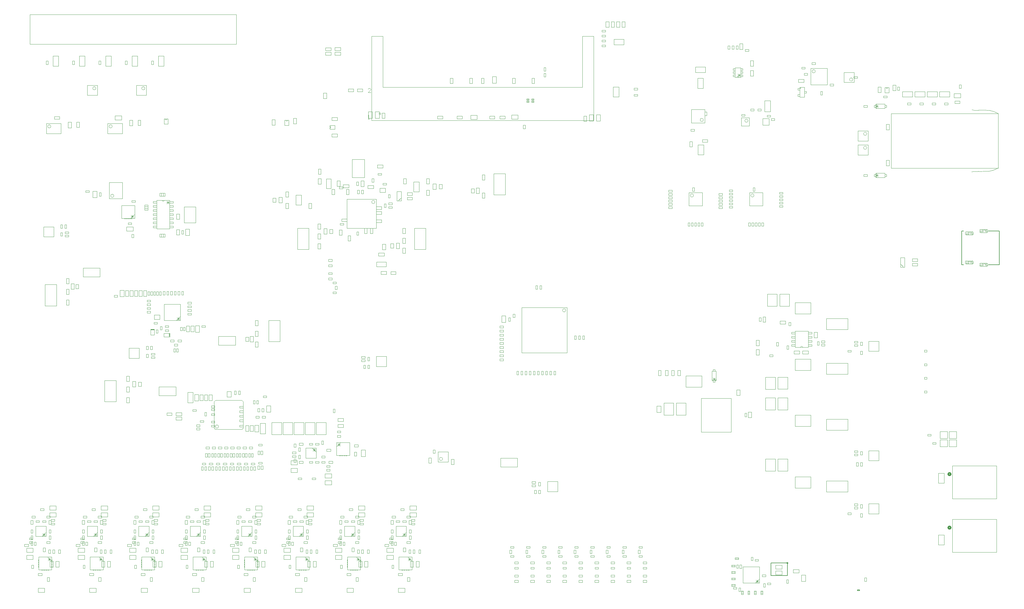
<source format=gbr>
%TF.GenerationSoftware,Altium Limited,Altium Designer,22.6.1 (34)*%
G04 Layer_Color=16711935*
%FSLAX26Y26*%
%MOIN*%
%TF.SameCoordinates,08F94D22-2ED8-4738-ABBF-34BB79D8E07D*%
%TF.FilePolarity,Positive*%
%TF.FileFunction,Other,Mechanical_13*%
%TF.Part,Single*%
G01*
G75*
%TA.AperFunction,NonConductor*%
%ADD250C,0.003937*%
%ADD251C,0.020000*%
%ADD252C,0.007874*%
%ADD253C,0.005906*%
%ADD255C,0.003000*%
%ADD256C,0.005000*%
%ADD392C,0.001000*%
%ADD393C,0.000000*%
%ADD394R,0.009531X0.041339*%
%ADD395R,0.041339X0.009531*%
D250*
X9473268Y6044488D02*
G03*
X9473268Y6044488I-19685J0D01*
G01*
X10745275Y6545409D02*
G03*
X10745275Y6545409I-19685J0D01*
G01*
X9546225Y5136228D02*
G03*
X9546225Y5136228I-19685J0D01*
G01*
X8811225D02*
G03*
X8811225Y5136228I-19685J0D01*
G01*
X1771378Y5132008D02*
G03*
X1771378Y5132008I-19685J0D01*
G01*
X8930945Y6053740D02*
G03*
X8930945Y6053740I-19685J0D01*
G01*
X10290118Y6645039D02*
G03*
X10290118Y6645039I-19685J0D01*
G01*
X3042953Y2328268D02*
G03*
X3042953Y2328268I-19685J0D01*
G01*
X7259842Y3740157D02*
G03*
X7259842Y3740157I-19685J0D01*
G01*
X10915275Y5715591D02*
G03*
X10915275Y5715591I-19685J0D01*
G01*
Y5885591D02*
G03*
X10915275Y5885591I-19685J0D01*
G01*
X4941417Y5056732D02*
G03*
X4941417Y5056732I-19685J0D01*
G01*
X2148307Y6438622D02*
G03*
X2148307Y6438622I-19685J0D01*
G01*
X1553307D02*
G03*
X1553307Y6438622I-19685J0D01*
G01*
X5764094Y1934409D02*
G03*
X5764094Y1934409I-19685J0D01*
G01*
X12375551Y4275591D02*
G03*
X12383425Y4283465I0J7874D01*
G01*
Y4307087D02*
G03*
X12375551Y4314961I-7874J0D01*
G01*
X12294843D02*
G03*
X12286969Y4307087I0J-7874D01*
G01*
Y4283465D02*
G03*
X12294843Y4275591I7874J0D01*
G01*
X12375551Y4685039D02*
G03*
X12383425Y4692913I0J7874D01*
G01*
Y4716535D02*
G03*
X12375551Y4724409I-7874J0D01*
G01*
X12294843D02*
G03*
X12286969Y4716535I0J-7874D01*
G01*
Y4692913D02*
G03*
X12294843Y4685039I7874J0D01*
G01*
X12200354Y4303150D02*
G03*
X12208228Y4311024I0J7874D01*
G01*
Y4334646D02*
G03*
X12200354Y4342520I-7874J0D01*
G01*
X12119646D02*
G03*
X12111772Y4334646I0J-7874D01*
G01*
Y4311024D02*
G03*
X12119646Y4303150I7874J0D01*
G01*
X12200354Y4657480D02*
G03*
X12208228Y4665354I0J7874D01*
G01*
Y4688976D02*
G03*
X12200354Y4696850I-7874J0D01*
G01*
X12119646D02*
G03*
X12111772Y4688976I0J-7874D01*
G01*
Y4665354D02*
G03*
X12119646Y4657480I7874J0D01*
G01*
X1006535Y5975591D02*
G03*
X1006535Y5975591I-19685J0D01*
G01*
X1751535D02*
G03*
X1751535Y5975591I-19685J0D01*
G01*
X12217087Y5428313D02*
G03*
X12190755Y5422164I-2239J-49875D01*
G01*
X12272672Y5428025D02*
G03*
X12291197Y5426978I17334J142327D01*
G01*
X12404264Y5429772D02*
G03*
X12510000Y5467913I-59815J331449D01*
G01*
X12291197Y5426978D02*
G03*
X12404264Y5429772I32578J971033D01*
G01*
X12190755Y6177836D02*
G03*
X12217087Y6171687I24094J43727D01*
G01*
X12291197Y6173022D02*
G03*
X12272672Y6171975I-1192J-143374D01*
G01*
X12510000Y6132087D02*
G03*
X12404264Y6170228I-165551J-293307D01*
G01*
D02*
G03*
X12291197Y6173022I-80489J-968239D01*
G01*
X5701732Y6069252D02*
Y6100748D01*
X5764724Y6069252D02*
Y6100748D01*
X5701732Y6069252D02*
X5764724D01*
X5701732Y6100748D02*
X5764724D01*
X3691299Y6058465D02*
X3728701D01*
X3691299Y5991535D02*
X3728701D01*
X3691299D02*
Y6058465D01*
X3728701Y5991535D02*
Y6058465D01*
X6092441Y6561496D02*
X6123937D01*
X6092441Y6498504D02*
X6123937D01*
X6092441D02*
Y6561496D01*
X6123937Y6498504D02*
Y6561496D01*
X4316299Y6313268D02*
X4353701D01*
X4316299Y6380197D02*
X4353701D01*
X4316299Y6313268D02*
Y6380197D01*
X4353701Y6313268D02*
Y6380197D01*
X9244331Y5205827D02*
X9285669D01*
X9244331Y5184173D02*
X9285669D01*
X9244331D02*
Y5205827D01*
X9285669Y5184173D02*
Y5205827D01*
X9244331Y5005826D02*
X9285669D01*
X9244331Y4984173D02*
X9285669D01*
X9244331D02*
Y5005826D01*
X9285669Y4984173D02*
Y5005826D01*
X9754134Y6049409D02*
Y6071063D01*
X9795472Y6049409D02*
Y6071063D01*
X9754134D02*
X9795472D01*
X9754134Y6049409D02*
X9795472D01*
X9650433Y6070075D02*
X9729173D01*
X9650433Y5991334D02*
Y6070075D01*
X9729173Y5991334D02*
Y6070075D01*
X9650433Y5991334D02*
X9729173D01*
X9704134Y6089882D02*
Y6111535D01*
X9745472Y6089882D02*
Y6111535D01*
X9704134D02*
X9745472D01*
X9704134Y6089882D02*
X9745472D01*
X9674370Y6153780D02*
X9745236D01*
X9674370Y6287638D02*
X9745236D01*
X9674370Y6153780D02*
Y6287638D01*
X9745236Y6153780D02*
Y6287638D01*
X9390591Y6079921D02*
X9489016D01*
X9390591Y5981496D02*
X9489016D01*
Y6079921D01*
X9390591Y5981496D02*
Y6079921D01*
X9591220Y6164882D02*
X9632559D01*
X9591220Y6186535D02*
X9632559D01*
Y6164882D02*
Y6186535D01*
X9591220Y6164882D02*
Y6186535D01*
X9504134Y6164882D02*
Y6186535D01*
X9545472Y6164882D02*
Y6186535D01*
X9504134D02*
X9545472D01*
X9504134Y6164882D02*
X9545472D01*
X9394134Y6121535D02*
X9435472D01*
X9394134Y6099882D02*
X9435472D01*
X9394134D02*
Y6121535D01*
X9435472Y6099882D02*
Y6121535D01*
X8188385Y849646D02*
Y871299D01*
X8147047Y849646D02*
Y871299D01*
Y849646D02*
X8188385D01*
X8147047Y871299D02*
X8188385D01*
Y739646D02*
Y761299D01*
X8147047Y739646D02*
Y761299D01*
Y739646D02*
X8188385D01*
X8147047Y761299D02*
X8188385D01*
X8139173Y784803D02*
X8160826D01*
X8139173Y826142D02*
X8160826D01*
X8139173Y784803D02*
Y826142D01*
X8160826Y784803D02*
Y826142D01*
X8242637Y661378D02*
Y685000D01*
X8197362Y661378D02*
Y685000D01*
Y661378D02*
X8242637D01*
X8197362Y685000D02*
X8242637D01*
X8199330Y618799D02*
X8240669D01*
X8199330Y597146D02*
X8240669D01*
X8199330D02*
Y618799D01*
X8240669Y597146D02*
Y618799D01*
X8242637Y435945D02*
Y459567D01*
X8197362Y435945D02*
Y459567D01*
Y435945D02*
X8242637D01*
X8197362Y459567D02*
X8242637D01*
X8199330Y523799D02*
X8240669D01*
X8199330Y502146D02*
X8240669D01*
X8199330D02*
Y523799D01*
X8240669Y502146D02*
Y523799D01*
X7224331D02*
X7265669D01*
X7224331Y502146D02*
X7265669D01*
X7224331D02*
Y523799D01*
X7265669Y502146D02*
Y523799D01*
X7224331Y618799D02*
X7265669D01*
X7224331Y597146D02*
X7265669D01*
X7224331D02*
Y618799D01*
X7265669Y597146D02*
Y618799D01*
X7164173Y784803D02*
X7185827D01*
X7164173Y826142D02*
X7185827D01*
X7164173Y784803D02*
Y826142D01*
X7185827Y784803D02*
Y826142D01*
X7213386Y849646D02*
Y871299D01*
X7172047Y849646D02*
Y871299D01*
Y849646D02*
X7213386D01*
X7172047Y871299D02*
X7213386D01*
X7267638Y661378D02*
Y685000D01*
X7222362Y661378D02*
Y685000D01*
Y661378D02*
X7267638D01*
X7222362Y685000D02*
X7267638D01*
X7213386Y739646D02*
Y761299D01*
X7172047Y739646D02*
Y761299D01*
Y739646D02*
X7213386D01*
X7172047Y761299D02*
X7213386D01*
X7267638Y435945D02*
Y459567D01*
X7222362Y435945D02*
Y459567D01*
Y435945D02*
X7267638D01*
X7222362Y459567D02*
X7267638D01*
X7462638Y435945D02*
Y459567D01*
X7417362Y435945D02*
Y459567D01*
Y435945D02*
X7462638D01*
X7417362Y459567D02*
X7462638D01*
X7419331Y523799D02*
X7460669D01*
X7419331Y502146D02*
X7460669D01*
X7419331D02*
Y523799D01*
X7460669Y502146D02*
Y523799D01*
X7462638Y661378D02*
Y685000D01*
X7417362Y661378D02*
Y685000D01*
Y661378D02*
X7462638D01*
X7417362Y685000D02*
X7462638D01*
X7419331Y618799D02*
X7460669D01*
X7419331Y597146D02*
X7460669D01*
X7419331D02*
Y618799D01*
X7460669Y597146D02*
Y618799D01*
X7852637Y661378D02*
Y685000D01*
X7807362Y661378D02*
Y685000D01*
Y661378D02*
X7852637D01*
X7807362Y685000D02*
X7852637D01*
X7809330Y618799D02*
X7850669D01*
X7809330Y597146D02*
X7850669D01*
X7809330D02*
Y618799D01*
X7850669Y597146D02*
Y618799D01*
X7809330Y523799D02*
X7850669D01*
X7809330Y502146D02*
X7850669D01*
X7809330D02*
Y523799D01*
X7850669Y502146D02*
Y523799D01*
X7657638Y661378D02*
Y685000D01*
X7612362Y661378D02*
Y685000D01*
Y661378D02*
X7657638D01*
X7612362Y685000D02*
X7657638D01*
X7614331Y618799D02*
X7655669D01*
X7614331Y597146D02*
X7655669D01*
X7614331D02*
Y618799D01*
X7655669Y597146D02*
Y618799D01*
X7603386Y739646D02*
Y761299D01*
X7562047Y739646D02*
Y761299D01*
Y739646D02*
X7603386D01*
X7562047Y761299D02*
X7603386D01*
X7554173Y784803D02*
X7575827D01*
X7554173Y826142D02*
X7575827D01*
X7554173Y784803D02*
Y826142D01*
X7575827Y784803D02*
Y826142D01*
X7603386Y849646D02*
Y871299D01*
X7562047Y849646D02*
Y871299D01*
Y849646D02*
X7603386D01*
X7562047Y871299D02*
X7603386D01*
X7852637Y435945D02*
Y459567D01*
X7807362Y435945D02*
Y459567D01*
Y435945D02*
X7852637D01*
X7807362Y459567D02*
X7852637D01*
X7408386Y739646D02*
Y761299D01*
X7367047Y739646D02*
Y761299D01*
Y739646D02*
X7408386D01*
X7367047Y761299D02*
X7408386D01*
X7359173Y784803D02*
X7380827D01*
X7359173Y826142D02*
X7380827D01*
X7359173Y784803D02*
Y826142D01*
X7380827Y784803D02*
Y826142D01*
X7408386Y849646D02*
Y871299D01*
X7367047Y849646D02*
Y871299D01*
Y849646D02*
X7408386D01*
X7367047Y871299D02*
X7408386D01*
X7614331Y523799D02*
X7655669D01*
X7614331Y502146D02*
X7655669D01*
X7614331D02*
Y523799D01*
X7655669Y502146D02*
Y523799D01*
X7657638Y435945D02*
Y459567D01*
X7612362Y435945D02*
Y459567D01*
Y435945D02*
X7657638D01*
X7612362Y459567D02*
X7657638D01*
X6628386Y849646D02*
Y871299D01*
X6587047Y849646D02*
Y871299D01*
Y849646D02*
X6628386D01*
X6587047Y871299D02*
X6628386D01*
X6579173Y784803D02*
X6600827D01*
X6579173Y826142D02*
X6600827D01*
X6579173Y784803D02*
Y826142D01*
X6600827Y784803D02*
Y826142D01*
X6639331Y523799D02*
X6680669D01*
X6639331Y502146D02*
X6680669D01*
X6639331D02*
Y523799D01*
X6680669Y502146D02*
Y523799D01*
X6639331Y618799D02*
X6680669D01*
X6639331Y597146D02*
X6680669D01*
X6639331D02*
Y618799D01*
X6680669Y597146D02*
Y618799D01*
X6682638Y661378D02*
Y685000D01*
X6637362Y661378D02*
Y685000D01*
Y661378D02*
X6682638D01*
X6637362Y685000D02*
X6682638D01*
Y435945D02*
Y459567D01*
X6637362Y435945D02*
Y459567D01*
Y435945D02*
X6682638D01*
X6637362Y459567D02*
X6682638D01*
X6628386Y739646D02*
Y761299D01*
X6587047Y739646D02*
Y761299D01*
Y739646D02*
X6628386D01*
X6587047Y761299D02*
X6628386D01*
X6877638Y435945D02*
Y459567D01*
X6832362Y435945D02*
Y459567D01*
Y435945D02*
X6877638D01*
X6832362Y459567D02*
X6877638D01*
X7072638Y435945D02*
Y459567D01*
X7027362Y435945D02*
Y459567D01*
Y435945D02*
X7072638D01*
X7027362Y459567D02*
X7072638D01*
X6823386Y849646D02*
Y871299D01*
X6782047Y849646D02*
Y871299D01*
Y849646D02*
X6823386D01*
X6782047Y871299D02*
X6823386D01*
X6774173Y784803D02*
X6795827D01*
X6774173Y826142D02*
X6795827D01*
X6774173Y784803D02*
Y826142D01*
X6795827Y784803D02*
Y826142D01*
X6834331Y618799D02*
X6875669D01*
X6834331Y597146D02*
X6875669D01*
X6834331D02*
Y618799D01*
X6875669Y597146D02*
Y618799D01*
X6834331Y523799D02*
X6875669D01*
X6834331Y502146D02*
X6875669D01*
X6834331D02*
Y523799D01*
X6875669Y502146D02*
Y523799D01*
X7029331D02*
X7070669D01*
X7029331Y502146D02*
X7070669D01*
X7029331D02*
Y523799D01*
X7070669Y502146D02*
Y523799D01*
X6823386Y739646D02*
Y761299D01*
X6782047Y739646D02*
Y761299D01*
Y739646D02*
X6823386D01*
X6782047Y761299D02*
X6823386D01*
X6877638Y661378D02*
Y685000D01*
X6832362Y661378D02*
Y685000D01*
Y661378D02*
X6877638D01*
X6832362Y685000D02*
X6877638D01*
X7018386Y849646D02*
Y871299D01*
X6977047Y849646D02*
Y871299D01*
Y849646D02*
X7018386D01*
X6977047Y871299D02*
X7018386D01*
Y739646D02*
Y761299D01*
X6977047Y739646D02*
Y761299D01*
Y739646D02*
X7018386D01*
X6977047Y761299D02*
X7018386D01*
X7029331Y618799D02*
X7070669D01*
X7029331Y597146D02*
X7070669D01*
X7029331D02*
Y618799D01*
X7070669Y597146D02*
Y618799D01*
X7072638Y661378D02*
Y685000D01*
X7027362Y661378D02*
Y685000D01*
Y661378D02*
X7072638D01*
X7027362Y685000D02*
X7072638D01*
X6969173Y784803D02*
X6990827D01*
X6969173Y826142D02*
X6990827D01*
X6969173Y784803D02*
Y826142D01*
X6990827Y784803D02*
Y826142D01*
X8047638Y435945D02*
Y459567D01*
X8002362Y435945D02*
Y459567D01*
Y435945D02*
X8047638D01*
X8002362Y459567D02*
X8047638D01*
X7944173Y784803D02*
X7965827D01*
X7944173Y826142D02*
X7965827D01*
X7944173Y784803D02*
Y826142D01*
X7965827Y784803D02*
Y826142D01*
X7993386Y849646D02*
Y871299D01*
X7952047Y849646D02*
Y871299D01*
Y849646D02*
X7993386D01*
X7952047Y871299D02*
X7993386D01*
Y739646D02*
Y761299D01*
X7952047Y739646D02*
Y761299D01*
Y739646D02*
X7993386D01*
X7952047Y761299D02*
X7993386D01*
X8004331Y523799D02*
X8045669D01*
X8004331Y502146D02*
X8045669D01*
X8004331D02*
Y523799D01*
X8045669Y502146D02*
Y523799D01*
X7798385Y849646D02*
Y871299D01*
X7757047Y849646D02*
Y871299D01*
Y849646D02*
X7798385D01*
X7757047Y871299D02*
X7798385D01*
Y739646D02*
Y761299D01*
X7757047Y739646D02*
Y761299D01*
Y739646D02*
X7798385D01*
X7757047Y761299D02*
X7798385D01*
X7749173Y784803D02*
X7770826D01*
X7749173Y826142D02*
X7770826D01*
X7749173Y784803D02*
Y826142D01*
X7770826Y784803D02*
Y826142D01*
X8004331Y618799D02*
X8045669D01*
X8004331Y597146D02*
X8045669D01*
X8004331D02*
Y618799D01*
X8045669Y597146D02*
Y618799D01*
X8047638Y661378D02*
Y685000D01*
X8002362Y661378D02*
Y685000D01*
Y661378D02*
X8047638D01*
X8002362Y685000D02*
X8047638D01*
X9687244Y505748D02*
Y527402D01*
X9645906Y505748D02*
Y527402D01*
Y505748D02*
X9687244D01*
X9645906Y527402D02*
X9687244D01*
X9940748Y425748D02*
Y467087D01*
X9962401Y425748D02*
Y467087D01*
X9940748Y425748D02*
X9962401D01*
X9940748Y467087D02*
X9962401D01*
X10023110Y590118D02*
X10090039D01*
X10023110Y552716D02*
X10090039D01*
X10023110D02*
Y590118D01*
X10090039Y552716D02*
Y590118D01*
X10121969Y447047D02*
Y525788D01*
X10171181D01*
Y447047D02*
Y525788D01*
X10121969Y447047D02*
X10171181D01*
X9807205Y526811D02*
Y576024D01*
X9885945D01*
Y526811D02*
Y576024D01*
X9807205Y526811D02*
X9885945D01*
X9807205Y596811D02*
Y646024D01*
X9885945Y596811D02*
Y646024D01*
X9807205Y596811D02*
X9885945D01*
X9807205Y646024D02*
X9885945D01*
X9748031Y406693D02*
Y426378D01*
X9708661Y406693D02*
X9748031D01*
X9708661D02*
Y426378D01*
X9748031D01*
X9660039Y419882D02*
X9681693D01*
X9660039Y378543D02*
X9681693D01*
X9660039D02*
Y419882D01*
X9681693Y378543D02*
Y419882D01*
X9294882Y353543D02*
Y373228D01*
X9334252D01*
Y353543D02*
Y373228D01*
X9294882Y353543D02*
X9334252D01*
X9510591Y700984D02*
X9532244D01*
X9510591Y742323D02*
X9532244D01*
Y700984D02*
Y742323D01*
X9510591Y700984D02*
Y742323D01*
X9598819Y694488D02*
Y714173D01*
X9559449Y694488D02*
X9598819D01*
X9559449D02*
Y714173D01*
X9598819D01*
X9334646Y646260D02*
X9354331D01*
Y606890D02*
Y646260D01*
X9334646Y606890D02*
X9354331D01*
X9334646D02*
Y646260D01*
X9373031Y605905D02*
X9394685D01*
X9373031Y647244D02*
X9394685D01*
Y605905D02*
Y647244D01*
X9373031Y605905D02*
Y647244D01*
X9361220Y366732D02*
X9382874D01*
X9361220Y325394D02*
X9382874D01*
X9361220D02*
Y366732D01*
X9382874Y325394D02*
Y366732D01*
X6147717Y5166890D02*
Y5218071D01*
X6112283Y5166890D02*
Y5218071D01*
Y5166890D02*
X6147717D01*
X6112283Y5218071D02*
X6147717D01*
X6171299Y5228504D02*
X6208701D01*
X6171299Y5161575D02*
X6208701D01*
X6171299D02*
Y5228504D01*
X6208701Y5161575D02*
Y5228504D01*
X6244252Y5105984D02*
Y5168976D01*
X6275748Y5105984D02*
Y5168976D01*
X6244252D02*
X6275748D01*
X6244252Y5105984D02*
X6275748D01*
X6385118Y5143543D02*
Y5401417D01*
X6524882Y5143543D02*
Y5401417D01*
X6385118Y5143543D02*
X6524882D01*
X6385118Y5401417D02*
X6524882D01*
X6275748Y5325984D02*
Y5388976D01*
X6244252Y5325984D02*
Y5388976D01*
Y5325984D02*
X6275748D01*
X6244252Y5388976D02*
X6275748D01*
X3980551Y5140039D02*
X4049449D01*
X3980551Y5019961D02*
X4049449D01*
Y5140039D01*
X3980551Y5019961D02*
Y5140039D01*
X4594252Y5148504D02*
X4625748D01*
X4594252Y5211496D02*
X4625748D01*
Y5148504D02*
Y5211496D01*
X4594252Y5148504D02*
Y5211496D01*
X4509331Y5219173D02*
Y5240827D01*
X4550669Y5219173D02*
Y5240827D01*
X4509331Y5219173D02*
X4550669D01*
X4509331Y5240827D02*
X4550669D01*
X4419252Y5148504D02*
X4450748D01*
X4419252Y5211496D02*
X4450748D01*
Y5148504D02*
Y5211496D01*
X4419252Y5148504D02*
Y5211496D01*
X6457717Y6069252D02*
Y6100748D01*
X6520709Y6069252D02*
Y6100748D01*
X6457717Y6069252D02*
X6520709D01*
X6457717Y6100748D02*
X6520709D01*
X3569173Y2506831D02*
Y2548169D01*
X3590827Y2506831D02*
Y2548169D01*
X3569173Y2506831D02*
X3590827D01*
X3569173Y2548169D02*
X3590827D01*
X3519173Y2506831D02*
Y2548169D01*
X3540827Y2506831D02*
Y2548169D01*
X3519173Y2506831D02*
X3540827D01*
X3519173Y2548169D02*
X3540827D01*
X3625394Y2503130D02*
X3674606D01*
X3625394Y2581870D02*
X3674606D01*
X3625394Y2503130D02*
Y2581870D01*
X3674606Y2503130D02*
Y2581870D01*
X3495079Y2432087D02*
X3536417D01*
X3495079Y2453740D02*
X3536417D01*
Y2432087D02*
Y2453740D01*
X3495079Y2432087D02*
Y2453740D01*
X3570079D02*
X3611417D01*
X3570079Y2432087D02*
X3611417D01*
X3570079D02*
Y2453740D01*
X3611417Y2432087D02*
Y2453740D01*
X1796614Y2629646D02*
Y2887520D01*
X1656850Y2629646D02*
Y2887520D01*
X1796614D01*
X1656850Y2629646D02*
X1796614D01*
X1925984Y2617087D02*
X1957480D01*
X1925984Y2680079D02*
X1957480D01*
Y2617087D02*
Y2680079D01*
X1925984Y2617087D02*
Y2680079D01*
Y2940079D02*
X1957480D01*
X1925984Y2877086D02*
X1957480D01*
X1925984D02*
Y2940079D01*
X1957480Y2877086D02*
Y2940079D01*
X2069016Y2817992D02*
X2104449D01*
X2069016Y2869173D02*
X2104449D01*
Y2817992D02*
Y2869173D01*
X2069016Y2817992D02*
Y2869173D01*
X1925984Y2747087D02*
X1957480D01*
X1925984Y2810079D02*
X1957480D01*
Y2747087D02*
Y2810079D01*
X1925984Y2747087D02*
Y2810079D01*
X1998032Y2810118D02*
Y2877047D01*
X2035433Y2810118D02*
Y2877047D01*
X1998032D02*
X2035433D01*
X1998032Y2810118D02*
X2035433D01*
X1955709Y3157559D02*
Y3279606D01*
X2077756Y3157559D02*
Y3279606D01*
X1955709Y3157559D02*
X2077756D01*
X1955709Y3279606D02*
X2077756D01*
X2165905Y3167913D02*
X2187559D01*
X2165905Y3209252D02*
X2187559D01*
Y3167913D02*
Y3209252D01*
X2165905Y3167913D02*
Y3209252D01*
X2267402Y3197756D02*
Y3219409D01*
X2226063Y3197756D02*
Y3219409D01*
X2267402D01*
X2226063Y3197756D02*
X2267402D01*
Y3157756D02*
Y3179409D01*
X2226063Y3157756D02*
Y3179409D01*
X2267402D01*
X2226063Y3157756D02*
X2267402D01*
X2215906Y3304252D02*
X2237559D01*
X2215906Y3262913D02*
X2237559D01*
X2215906D02*
Y3304252D01*
X2237559Y3262913D02*
Y3304252D01*
X2165906D02*
X2187559D01*
X2165906Y3262913D02*
X2187559D01*
X2165906D02*
Y3304252D01*
X2187559Y3262913D02*
Y3304252D01*
X4522638Y604331D02*
Y645669D01*
X4544291Y604331D02*
Y645669D01*
X4522638D02*
X4544291D01*
X4522638Y604331D02*
X4544291D01*
X3897638D02*
X3919291D01*
X3897638Y645669D02*
X3919291D01*
Y604331D02*
Y645669D01*
X3897638Y604331D02*
Y645669D01*
X3272638Y604331D02*
X3294291D01*
X3272638Y645669D02*
X3294291D01*
Y604331D02*
Y645669D01*
X3272638Y604331D02*
Y645669D01*
X2647638Y604331D02*
X2669291D01*
X2647638Y645669D02*
X2669291D01*
Y604331D02*
Y645669D01*
X2647638Y604331D02*
Y645669D01*
X2022638Y604331D02*
X2044291D01*
X2022638Y645669D02*
X2044291D01*
Y604331D02*
Y645669D01*
X2022638Y604331D02*
Y645669D01*
X1397638Y604331D02*
X1419291D01*
X1397638Y645669D02*
X1419291D01*
Y604331D02*
Y645669D01*
X1397638Y604331D02*
Y645669D01*
X772638Y604331D02*
X794291D01*
X772638Y645669D02*
X794291D01*
Y604331D02*
Y645669D01*
X772638Y604331D02*
Y645669D01*
X10789173Y1849331D02*
Y1890669D01*
X10810827Y1849331D02*
Y1890669D01*
X10789173D02*
X10810827D01*
X10789173Y1849331D02*
X10810827D01*
X4860394Y6075630D02*
Y6154370D01*
X4909606Y6075630D02*
Y6154370D01*
X4860394D02*
X4909606D01*
X4860394Y6075630D02*
X4909606D01*
X4945394D02*
Y6154370D01*
X4994606Y6075630D02*
Y6154370D01*
X4945394D02*
X4994606D01*
X4945394Y6075630D02*
X4994606D01*
X5029252Y6073504D02*
Y6136496D01*
X5060748Y6073504D02*
Y6136496D01*
X5029252D02*
X5060748D01*
X5029252Y6073504D02*
X5060748D01*
X2600827Y3494331D02*
Y3535669D01*
X2579173Y3494331D02*
Y3535669D01*
Y3494331D02*
X2600827D01*
X2579173Y3535669D02*
X2600827D01*
X2635827Y3494331D02*
Y3535669D01*
X2614173Y3494331D02*
Y3535669D01*
Y3494331D02*
X2635827D01*
X2614173Y3535669D02*
X2635827D01*
X2651299Y3480551D02*
Y3549449D01*
X2688701Y3480551D02*
Y3549449D01*
X2651299D02*
X2688701D01*
X2651299Y3480551D02*
X2688701D01*
X2706299D02*
Y3549449D01*
X2743701Y3480551D02*
Y3549449D01*
X2706299D02*
X2743701D01*
X2706299Y3480551D02*
X2743701D01*
X2809606Y3475630D02*
Y3554370D01*
X2760394Y3475630D02*
Y3554370D01*
Y3475630D02*
X2809606D01*
X2760394Y3554370D02*
X2809606D01*
X2839331Y3534173D02*
X2880669D01*
X2839331Y3555827D02*
X2880669D01*
X2839331Y3534173D02*
Y3555827D01*
X2880669Y3534173D02*
Y3555827D01*
X7699331Y7004173D02*
Y7025827D01*
X7740669Y7004173D02*
Y7025827D01*
X7699331D02*
X7740669D01*
X7699331Y7004173D02*
X7740669D01*
X11188701Y5498535D02*
Y5565465D01*
X11151299Y5498535D02*
Y5565465D01*
X11188701D01*
X11151299Y5498535D02*
X11188701D01*
X5014535Y4176299D02*
X5081465D01*
X5014535Y4213701D02*
X5081465D01*
Y4176299D02*
Y4213701D01*
X5014535Y4176299D02*
Y4213701D01*
X4666197Y5575236D02*
X4815803D01*
X4666197Y5354370D02*
X4815803D01*
Y5575236D01*
X4666197Y5354370D02*
Y5575236D01*
X4771141Y5245551D02*
Y5314449D01*
X4808543Y5245551D02*
Y5314449D01*
X4771141Y5245551D02*
X4808543D01*
X4771141Y5314449D02*
X4808543D01*
X4379331Y4271673D02*
Y4293327D01*
X4420669Y4271673D02*
Y4293327D01*
X4379331D02*
X4420669D01*
X4379331Y4271673D02*
X4420669D01*
X11896063Y2083071D02*
Y2166929D01*
X11803937D02*
X11896063D01*
X11803937Y2083071D02*
Y2166929D01*
Y2083071D02*
X11896063D01*
Y2183071D02*
Y2266929D01*
X11803937D02*
X11896063D01*
X11803937Y2183071D02*
Y2266929D01*
Y2183071D02*
X11896063D01*
X11913937Y2083071D02*
X12006063D01*
X11913937D02*
Y2166929D01*
X12006063D01*
Y2083071D02*
Y2166929D01*
Y2183071D02*
Y2266929D01*
X11913937D02*
X12006063D01*
X11913937Y2183071D02*
Y2266929D01*
Y2183071D02*
X12006063D01*
X11714331Y2114173D02*
X11755669D01*
X11714331Y2135827D02*
X11755669D01*
Y2114173D02*
Y2135827D01*
X11714331Y2114173D02*
Y2135827D01*
X11654331Y2214173D02*
Y2235827D01*
X11695669Y2214173D02*
Y2235827D01*
X11654331D02*
X11695669D01*
X11654331Y2214173D02*
X11695669D01*
X10638976Y6632024D02*
X10761024D01*
X10638976Y6509976D02*
X10761024D01*
X10638976D02*
Y6632024D01*
X10761024Y6509976D02*
Y6632024D01*
X5226378Y543780D02*
X5273622D01*
X5226378Y516221D02*
X5273622D01*
X5226378D02*
Y543780D01*
X5273622Y516221D02*
Y543780D01*
X5225630Y315394D02*
X5304370D01*
X5225630Y364606D02*
X5304370D01*
X5225630Y315394D02*
Y364606D01*
X5304370Y315394D02*
Y364606D01*
X954331Y909173D02*
Y930827D01*
X995669Y909173D02*
Y930827D01*
X954331D02*
X995669D01*
X954331Y909173D02*
X995669D01*
X11785551Y1639961D02*
Y1760039D01*
X11854449Y1639961D02*
Y1760039D01*
X11785551D02*
X11854449D01*
X11785551Y1639961D02*
X11854449D01*
X11785551Y889961D02*
Y1010039D01*
X11854449Y889961D02*
Y1010039D01*
X11785551D02*
X11854449D01*
X11785551Y889961D02*
X11854449D01*
X2289173Y3925331D02*
Y3966669D01*
X2310827Y3925331D02*
Y3966669D01*
X2289173D02*
X2310827D01*
X2289173Y3925331D02*
X2310827D01*
X4347323Y2232165D02*
Y2377835D01*
X4229213Y2232165D02*
Y2377835D01*
Y2232165D02*
X4347323D01*
X4229213Y2377835D02*
X4347323D01*
X3807323Y2232165D02*
Y2377835D01*
X3689213Y2232165D02*
Y2377835D01*
Y2232165D02*
X3807323D01*
X3689213Y2377835D02*
X3807323D01*
X3942323Y2232165D02*
Y2377835D01*
X3824213Y2232165D02*
Y2377835D01*
Y2232165D02*
X3942323D01*
X3824213Y2377835D02*
X3942323D01*
X4077323Y2232165D02*
Y2377835D01*
X3959213Y2232165D02*
Y2377835D01*
Y2232165D02*
X4077323D01*
X3959213Y2377835D02*
X4077323D01*
X4212323Y2232165D02*
Y2377835D01*
X4094213Y2232165D02*
Y2377835D01*
Y2232165D02*
X4212323D01*
X4094213Y2377835D02*
X4212323D01*
X3548504Y2242008D02*
Y2367992D01*
X3611496Y2242008D02*
Y2367992D01*
X3548504D02*
X3611496D01*
X3548504Y2242008D02*
X3611496D01*
X2926299Y2645551D02*
Y2714449D01*
X2963701Y2645551D02*
Y2714449D01*
X2926299D02*
X2963701D01*
X2926299Y2645551D02*
X2963701D01*
X2871299D02*
Y2714449D01*
X2908701Y2645551D02*
Y2714449D01*
X2871299D02*
X2908701D01*
X2871299Y2645551D02*
X2908701D01*
X2816299D02*
Y2714449D01*
X2853701Y2645551D02*
Y2714449D01*
X2816299D02*
X2853701D01*
X2816299Y2645551D02*
X2853701D01*
X2750394Y2640630D02*
Y2719370D01*
X2799606Y2640630D02*
Y2719370D01*
X2750394D02*
X2799606D01*
X2750394Y2640630D02*
X2799606D01*
X2731496Y2617008D02*
Y2742992D01*
X2668504Y2617008D02*
Y2742992D01*
Y2617008D02*
X2731496D01*
X2668504Y2742992D02*
X2731496D01*
X2261772Y3632598D02*
Y3683780D01*
X2328701Y3632598D02*
Y3683780D01*
X2261772Y3632598D02*
X2328701D01*
X2261772Y3683780D02*
X2328701D01*
X2256890Y3595472D02*
X2298228D01*
X2256890Y3573819D02*
X2298228D01*
X2256890D02*
Y3595472D01*
X2298228Y3573819D02*
Y3595472D01*
X2669331Y3729173D02*
X2710669D01*
X2669331Y3750827D02*
X2710669D01*
Y3729173D02*
Y3750827D01*
X2669331Y3729173D02*
Y3750827D01*
Y3684173D02*
X2710669D01*
X2669331Y3705827D02*
X2710669D01*
Y3684173D02*
Y3705827D01*
X2669331Y3684173D02*
Y3705827D01*
Y3774173D02*
X2710669D01*
X2669331Y3795827D02*
X2710669D01*
Y3774173D02*
Y3795827D01*
X2669331Y3774173D02*
Y3795827D01*
Y3819173D02*
X2710669D01*
X2669331Y3840827D02*
X2710669D01*
Y3819173D02*
Y3840827D01*
X2669331Y3819173D02*
Y3840827D01*
X9476299Y2503465D02*
X9513701D01*
X9476299Y2436535D02*
X9513701D01*
X9476299D02*
Y2503465D01*
X9513701Y2436535D02*
Y2503465D01*
X8719055Y2467165D02*
Y2612835D01*
X8600945Y2467165D02*
Y2612835D01*
Y2467165D02*
X8719055D01*
X8600945Y2612835D02*
X8719055D01*
X8905433Y2260276D02*
X9267638D01*
X8905433Y2669724D02*
X9267638D01*
X8905433Y2260276D02*
Y2669724D01*
X9267638Y2260276D02*
Y2669724D01*
X9336299Y2773465D02*
X9373701D01*
X9336299Y2706535D02*
X9373701D01*
X9336299D02*
Y2773465D01*
X9373701Y2706535D02*
Y2773465D01*
X9434173Y2490669D02*
X9455827D01*
X9434173Y2449331D02*
X9455827D01*
X9434173D02*
Y2490669D01*
X9455827Y2449331D02*
Y2490669D01*
X8619252Y3011496D02*
X8650748D01*
X8619252Y2948504D02*
X8650748D01*
X8619252D02*
Y3011496D01*
X8650748Y2948504D02*
Y3011496D01*
X8718543Y2943898D02*
X8911457D01*
X8718543Y2806102D02*
X8911457D01*
Y2943898D01*
X8718543Y2806102D02*
Y2943898D01*
X8414606Y2500630D02*
Y2579370D01*
X8365394Y2500630D02*
Y2579370D01*
Y2500630D02*
X8414606D01*
X8365394Y2579370D02*
X8414606D01*
X8569055Y2467165D02*
Y2612835D01*
X8450945Y2467165D02*
Y2612835D01*
Y2467165D02*
X8569055D01*
X8450945Y2612835D02*
X8569055D01*
X8415748Y2948504D02*
Y3011496D01*
X8384252Y2948504D02*
Y3011496D01*
Y2948504D02*
X8415748D01*
X8384252Y3011496D02*
X8415748D01*
X8469252D02*
X8500748D01*
X8469252Y2948504D02*
X8500748D01*
X8469252D02*
Y3011496D01*
X8500748Y2948504D02*
Y3011496D01*
X8544252D02*
X8575748D01*
X8544252Y2948504D02*
X8575748D01*
X8544252D02*
Y3011496D01*
X8575748Y2948504D02*
Y3011496D01*
X10314173Y3360669D02*
X10335827D01*
X10314173Y3319331D02*
X10335827D01*
X10314173D02*
Y3360669D01*
X10335827Y3319331D02*
Y3360669D01*
X10313701Y3406535D02*
Y3473465D01*
X10276299Y3406535D02*
Y3473465D01*
Y3406535D02*
X10313701D01*
X10276299Y3473465D02*
X10313701D01*
X10364331Y3330827D02*
X10405669D01*
X10364331Y3309173D02*
X10405669D01*
Y3330827D01*
X10364331Y3309173D02*
Y3330827D01*
Y3370827D02*
X10405669D01*
X10364331Y3349173D02*
X10405669D01*
Y3370827D01*
X10364331Y3349173D02*
Y3370827D01*
X10043543Y3148898D02*
X10236457D01*
X10043543Y3011102D02*
X10236457D01*
Y3148898D01*
X10043543Y3011102D02*
Y3148898D01*
X9835945Y2783032D02*
X9954055D01*
X9835945Y2928701D02*
X9954055D01*
Y2783032D02*
Y2928701D01*
X9835945Y2783032D02*
Y2928701D01*
Y2532165D02*
Y2677835D01*
X9954055Y2532165D02*
Y2677835D01*
X9835945D02*
X9954055D01*
X9835945Y2532165D02*
X9954055D01*
X10043543Y2468898D02*
X10236457D01*
X10043543Y2331102D02*
X10236457D01*
Y2468898D01*
X10043543Y2331102D02*
Y2468898D01*
X10764331Y2014173D02*
Y2035827D01*
X10805669Y2014173D02*
Y2035827D01*
X10764331Y2014173D02*
X10805669D01*
X10764331Y2035827D02*
X10805669D01*
X10764331Y1974173D02*
Y1995827D01*
X10805669Y1974173D02*
Y1995827D01*
X10764331Y1974173D02*
X10805669D01*
X10764331Y1995827D02*
X10805669D01*
X10839173Y2025669D02*
X10860827D01*
X10839173Y1984331D02*
X10860827D01*
X10839173D02*
Y2025669D01*
X10860827Y1984331D02*
Y2025669D01*
X9944173Y3269331D02*
X9965827D01*
X9944173Y3310669D02*
X9965827D01*
Y3269331D02*
Y3310669D01*
X9944173Y3269331D02*
Y3310669D01*
X10031535Y3248701D02*
X10098465D01*
X10031535Y3211299D02*
X10098465D01*
Y3248701D01*
X10031535Y3211299D02*
Y3248701D01*
X10136535D02*
X10203465D01*
X10136535Y3211299D02*
X10203465D01*
Y3248701D01*
X10136535Y3211299D02*
Y3248701D01*
X9819173Y3309331D02*
X9840827D01*
X9819173Y3350669D02*
X9840827D01*
Y3309331D02*
Y3350669D01*
X9819173Y3309331D02*
Y3350669D01*
X10684331Y3254449D02*
X10725669D01*
X10684331Y3232795D02*
X10725669D01*
Y3254449D01*
X10684331Y3232795D02*
Y3254449D01*
X10764331Y3304173D02*
X10805669D01*
X10764331Y3325827D02*
X10805669D01*
X10764331Y3304173D02*
Y3325827D01*
X10805669Y3304173D02*
Y3325827D01*
X10839173Y3204331D02*
X10860827D01*
X10839173Y3245669D02*
X10860827D01*
Y3204331D02*
Y3245669D01*
X10839173Y3204331D02*
Y3245669D01*
X10839173Y3355669D02*
X10860827D01*
X10839173Y3314331D02*
X10860827D01*
X10839173D02*
Y3355669D01*
X10860827Y3314331D02*
Y3355669D01*
X11061024Y3243976D02*
Y3366024D01*
X10938976Y3243976D02*
Y3366024D01*
X11061024D01*
X10938976Y3243976D02*
X11061024D01*
X10764331Y3344173D02*
X10805669D01*
X10764331Y3365827D02*
X10805669D01*
X10764331Y3344173D02*
Y3365827D01*
X10805669Y3344173D02*
Y3365827D01*
X9835945Y1787165D02*
Y1932835D01*
X9954055Y1787165D02*
Y1932835D01*
X9835945D02*
X9954055D01*
X9835945Y1787165D02*
X9954055D01*
X10043543Y1718898D02*
X10236457D01*
X10043543Y1581102D02*
X10236457D01*
Y1718898D01*
X10043543Y1581102D02*
Y1718898D01*
X9609173Y3650669D02*
X9630827D01*
X9609173Y3609331D02*
X9630827D01*
X9609173D02*
Y3650669D01*
X9630827Y3609331D02*
Y3650669D01*
X9860551Y3611024D02*
X9929449D01*
X9860551Y3573622D02*
X9929449D01*
Y3611024D01*
X9860551Y3573622D02*
Y3611024D01*
X9654252Y3598504D02*
Y3661496D01*
X9685748Y3598504D02*
Y3661496D01*
X9654252D02*
X9685748D01*
X9654252Y3598504D02*
X9685748D01*
X9856945Y3791299D02*
Y3936968D01*
X9975055Y3791299D02*
Y3936968D01*
X9856945D02*
X9975055D01*
X9856945Y3791299D02*
X9975055D01*
X9706945D02*
Y3936968D01*
X9825055Y3791299D02*
Y3936968D01*
X9706945D02*
X9825055D01*
X9706945Y3791299D02*
X9825055D01*
X9969173Y3554331D02*
X9990827D01*
X9969173Y3595669D02*
X9990827D01*
Y3554331D02*
Y3595669D01*
X9969173Y3554331D02*
Y3595669D01*
X10043543Y3833898D02*
X10236457D01*
X10043543Y3696102D02*
X10236457D01*
Y3833898D01*
X10043543Y3696102D02*
Y3833898D01*
X11061024Y1268976D02*
Y1391024D01*
X10938976Y1268976D02*
Y1391024D01*
X11061024D01*
X10938976Y1268976D02*
X11061024D01*
X10684331Y1279449D02*
X10725669D01*
X10684331Y1257795D02*
X10725669D01*
Y1279449D01*
X10684331Y1257795D02*
Y1279449D01*
X10764331Y1369173D02*
X10805669D01*
X10764331Y1390827D02*
X10805669D01*
X10764331Y1369173D02*
Y1390827D01*
X10805669Y1369173D02*
Y1390827D01*
X10839173Y1849331D02*
X10860827D01*
X10839173Y1890669D02*
X10860827D01*
Y1849331D02*
Y1890669D01*
X10839173Y1849331D02*
Y1890669D01*
X10839173Y1380669D02*
X10860827D01*
X10839173Y1339331D02*
X10860827D01*
X10839173D02*
Y1380669D01*
X10860827Y1339331D02*
Y1380669D01*
X11061024Y1913976D02*
Y2036024D01*
X10938976Y1913976D02*
Y2036024D01*
X11061024D01*
X10938976Y1913976D02*
X11061024D01*
X10839173Y1229331D02*
Y1270669D01*
X10860827Y1229331D02*
Y1270669D01*
X10839173D02*
X10860827D01*
X10839173Y1229331D02*
X10860827D01*
X10764331Y1329173D02*
X10805669D01*
X10764331Y1350827D02*
X10805669D01*
X10764331Y1329173D02*
Y1350827D01*
X10805669Y1329173D02*
Y1350827D01*
X9685945Y1787165D02*
Y1932835D01*
X9804055Y1787165D02*
Y1932835D01*
X9685945D02*
X9804055D01*
X9685945Y1787165D02*
X9804055D01*
X9685945Y2532165D02*
Y2677835D01*
X9804055Y2532165D02*
Y2677835D01*
X9685945D02*
X9804055D01*
X9685945Y2532165D02*
X9804055D01*
X9685945Y2782165D02*
X9804055D01*
X9685945Y2927835D02*
X9804055D01*
Y2782165D02*
Y2927835D01*
X9685945Y2782165D02*
Y2927835D01*
X9775669Y3179173D02*
Y3200827D01*
X9734331Y3179173D02*
Y3200827D01*
X9775669D01*
X9734331Y3179173D02*
X9775669D01*
X9608701Y3196535D02*
Y3263465D01*
X9571299Y3196535D02*
Y3263465D01*
Y3196535D02*
X9608701D01*
X9571299Y3263465D02*
X9608701D01*
Y3311535D02*
Y3378465D01*
X9571299Y3311535D02*
Y3378465D01*
Y3311535D02*
X9608701D01*
X9571299Y3378465D02*
X9608701D01*
X7161024Y1538976D02*
Y1661024D01*
X7038976Y1538976D02*
Y1661024D01*
X7161024D01*
X7038976Y1538976D02*
X7161024D01*
X6879173Y1514331D02*
X6900827D01*
X6879173Y1555669D02*
X6900827D01*
Y1514331D02*
Y1555669D01*
X6879173Y1514331D02*
Y1555669D01*
X6929173Y1514331D02*
X6950827D01*
X6929173Y1555669D02*
X6950827D01*
Y1514331D02*
Y1555669D01*
X6929173Y1514331D02*
Y1555669D01*
X6849331Y1639173D02*
Y1660827D01*
X6890669Y1639173D02*
Y1660827D01*
X6849331Y1639173D02*
X6890669D01*
X6849331Y1660827D02*
X6890669D01*
X6929173Y1650669D02*
X6950827D01*
X6929173Y1609331D02*
X6950827D01*
X6929173D02*
Y1650669D01*
X6950827Y1609331D02*
Y1650669D01*
X6849331Y1599173D02*
Y1620827D01*
X6890669Y1599173D02*
Y1620827D01*
X6849331Y1599173D02*
X6890669D01*
X6849331Y1620827D02*
X6890669D01*
X4648622Y516221D02*
Y543780D01*
X4601378Y516221D02*
Y543780D01*
Y516221D02*
X4648622D01*
X4601378Y543780D02*
X4648622D01*
X4679370Y315394D02*
Y364606D01*
X4600630Y315394D02*
Y364606D01*
X4679370D01*
X4600630Y315394D02*
X4679370D01*
X4654331Y1185827D02*
X4695669D01*
X4654331Y1164173D02*
X4695669D01*
X4654331D02*
Y1185827D01*
X4695669Y1164173D02*
Y1185827D01*
X4704331Y1240827D02*
X4745669D01*
X4704331Y1219173D02*
X4745669D01*
X4704331D02*
Y1240827D01*
X4745669Y1219173D02*
Y1240827D01*
X4755827Y1034331D02*
Y1075669D01*
X4734173Y1034331D02*
Y1075669D01*
X4755827D01*
X4734173Y1034331D02*
X4755827D01*
X4731220Y1188622D02*
X4758779D01*
X4731220Y1141378D02*
X4758779D01*
Y1188622D01*
X4731220Y1141378D02*
Y1188622D01*
X4436378Y871220D02*
Y898779D01*
X4483622Y871220D02*
Y898779D01*
X4436378D02*
X4483622D01*
X4436378Y871220D02*
X4483622D01*
X4514173Y884331D02*
Y925669D01*
X4535827Y884331D02*
Y925669D01*
X4514173Y884331D02*
X4535827D01*
X4514173Y925669D02*
X4535827D01*
X4535827Y959331D02*
Y1000669D01*
X4514173Y959331D02*
Y1000669D01*
X4535827D01*
X4514173Y959331D02*
X4535827D01*
X4554173Y884331D02*
Y925669D01*
X4575827Y884331D02*
Y925669D01*
X4554173Y884331D02*
X4575827D01*
X4554173Y925669D02*
X4575827D01*
X4711220Y493622D02*
X4738779D01*
X4711220Y446378D02*
X4738779D01*
Y493622D01*
X4711220Y446378D02*
Y493622D01*
X4661220Y853622D02*
X4688779D01*
X4661220Y806378D02*
X4688779D01*
Y853622D01*
X4661220Y806378D02*
Y853622D01*
X4704331Y909173D02*
X4745669D01*
X4704331Y930827D02*
X4745669D01*
Y909173D02*
Y930827D01*
X4704331Y909173D02*
Y930827D01*
X4755827Y959331D02*
Y1000669D01*
X4734173Y959331D02*
Y1000669D01*
X4755827D01*
X4734173Y959331D02*
X4755827D01*
X4535827Y1034331D02*
Y1075669D01*
X4514173Y1034331D02*
Y1075669D01*
X4535827D01*
X4514173Y1034331D02*
X4535827D01*
X4574331Y1164173D02*
X4615669D01*
X4574331Y1185827D02*
X4615669D01*
Y1164173D02*
Y1185827D01*
X4574331Y1164173D02*
Y1185827D01*
X4511220Y1188622D02*
X4538779D01*
X4511220Y1141378D02*
X4538779D01*
Y1188622D01*
X4511220Y1141378D02*
Y1188622D01*
X4524331Y1219173D02*
X4565669D01*
X4524331Y1240827D02*
X4565669D01*
Y1219173D02*
Y1240827D01*
X4524331Y1219173D02*
Y1240827D01*
X4759331Y1134173D02*
Y1155827D01*
X4800669Y1134173D02*
Y1155827D01*
X4759331Y1134173D02*
X4800669D01*
X4759331Y1155827D02*
X4800669D01*
X4759331Y1179173D02*
Y1200827D01*
X4800669Y1179173D02*
Y1200827D01*
X4759331Y1179173D02*
X4800669D01*
X4759331Y1200827D02*
X4800669D01*
X4629331Y1330827D02*
X4670669D01*
X4629331Y1309173D02*
X4670669D01*
Y1330827D01*
X4629331Y1309173D02*
Y1330827D01*
X4740630Y1315394D02*
X4819370D01*
X4740630Y1364606D02*
X4819370D01*
X4740630Y1315394D02*
Y1364606D01*
X4819370Y1315394D02*
Y1364606D01*
X4740630Y1230394D02*
X4819370D01*
X4740630Y1279606D02*
X4819370D01*
X4740630Y1230394D02*
Y1279606D01*
X4819370Y1230394D02*
Y1279606D01*
X4816299Y689449D02*
X4853701D01*
X4816299Y620551D02*
X4853701D01*
X4816299D02*
Y689449D01*
X4853701Y620551D02*
Y689449D01*
X4729173Y830669D02*
X4750827D01*
X4729173Y789331D02*
X4750827D01*
X4729173D02*
Y830669D01*
X4750827Y789331D02*
Y830669D01*
X4779173D02*
X4800827D01*
X4779173Y789331D02*
X4800827D01*
X4779173D02*
Y830669D01*
X4800827Y789331D02*
Y830669D01*
X4870827Y789331D02*
Y830669D01*
X4849173Y789331D02*
Y830669D01*
Y789331D02*
X4870827D01*
X4849173Y830669D02*
X4870827D01*
X4746299Y689449D02*
X4783701D01*
X4746299Y620551D02*
X4783701D01*
X4746299D02*
Y689449D01*
X4783701Y620551D02*
Y689449D01*
X4535669Y909173D02*
Y930827D01*
X4494331Y909173D02*
Y930827D01*
X4535669D01*
X4494331Y909173D02*
X4535669D01*
X4460630Y849606D02*
X4539370D01*
X4460630Y800394D02*
X4539370D01*
Y849606D01*
X4460630Y800394D02*
Y849606D01*
Y764606D02*
X4539370D01*
X4460630Y715394D02*
X4539370D01*
Y764606D01*
X4460630Y715394D02*
Y764606D01*
X4535669Y954173D02*
Y975827D01*
X4494331Y954173D02*
Y975827D01*
X4535669D01*
X4494331Y954173D02*
X4535669D01*
X3469173Y1799331D02*
X3490827D01*
X3469173Y1840669D02*
X3490827D01*
Y1799331D02*
Y1840669D01*
X3469173Y1799331D02*
Y1840669D01*
X2874173Y1799331D02*
X2895827D01*
X2874173Y1840669D02*
X2895827D01*
Y1799331D02*
Y1840669D01*
X2874173Y1799331D02*
Y1840669D01*
X3257173Y1959331D02*
X3278827D01*
X3257173Y2000669D02*
X3278827D01*
Y1959331D02*
Y2000669D01*
X3257173Y1959331D02*
Y2000669D01*
X3332173Y1959331D02*
X3353827D01*
X3332173Y2000669D02*
X3353827D01*
Y1959331D02*
Y2000669D01*
X3332173Y1959331D02*
Y2000669D01*
X2991173Y1959331D02*
X3012827D01*
X2991173Y2000669D02*
X3012827D01*
Y1959331D02*
Y2000669D01*
X2991173Y1959331D02*
Y2000669D01*
X3407173Y1959331D02*
X3428827D01*
X3407173Y2000669D02*
X3428827D01*
Y1959331D02*
Y2000669D01*
X3407173Y1959331D02*
Y2000669D01*
X5329331Y909173D02*
X5370669D01*
X5329331Y930827D02*
X5370669D01*
Y909173D02*
Y930827D01*
X5329331Y909173D02*
Y930827D01*
X5380827Y959331D02*
Y1000669D01*
X5359173Y959331D02*
Y1000669D01*
X5380827D01*
X5359173Y959331D02*
X5380827D01*
Y1034331D02*
Y1075669D01*
X5359173Y1034331D02*
Y1075669D01*
X5380827D01*
X5359173Y1034331D02*
X5380827D01*
X5160827Y959331D02*
Y1000669D01*
X5139173Y959331D02*
Y1000669D01*
X5160827D01*
X5139173Y959331D02*
X5160827D01*
Y1034331D02*
Y1075669D01*
X5139173Y1034331D02*
Y1075669D01*
X5160827D01*
X5139173Y1034331D02*
X5160827D01*
X5136220Y1188622D02*
X5163779D01*
X5136220Y1141378D02*
X5163779D01*
Y1188622D01*
X5136220Y1141378D02*
Y1188622D01*
X5149331Y1219173D02*
X5190669D01*
X5149331Y1240827D02*
X5190669D01*
Y1219173D02*
Y1240827D01*
X5149331Y1219173D02*
Y1240827D01*
X5199331Y1164173D02*
X5240669D01*
X5199331Y1185827D02*
X5240669D01*
Y1164173D02*
Y1185827D01*
X5199331Y1164173D02*
Y1185827D01*
X5179173Y884331D02*
Y925669D01*
X5200827Y884331D02*
Y925669D01*
X5179173Y884331D02*
X5200827D01*
X5179173Y925669D02*
X5200827D01*
X5279331Y1185827D02*
X5320669D01*
X5279331Y1164173D02*
X5320669D01*
X5279331D02*
Y1185827D01*
X5320669Y1164173D02*
Y1185827D01*
X5329331Y1240827D02*
X5370669D01*
X5329331Y1219173D02*
X5370669D01*
X5329331D02*
Y1240827D01*
X5370669Y1219173D02*
Y1240827D01*
X5356220Y1188622D02*
X5383779D01*
X5356220Y1141378D02*
X5383779D01*
Y1188622D01*
X5356220Y1141378D02*
Y1188622D01*
X5286220Y853622D02*
X5313779D01*
X5286220Y806378D02*
X5313779D01*
Y853622D01*
X5286220Y806378D02*
Y853622D01*
X5061378Y871220D02*
Y898779D01*
X5108622Y871220D02*
Y898779D01*
X5061378D02*
X5108622D01*
X5061378Y871220D02*
X5108622D01*
X5139173Y884331D02*
Y925669D01*
X5160827Y884331D02*
Y925669D01*
X5139173Y884331D02*
X5160827D01*
X5139173Y925669D02*
X5160827D01*
X5336220Y493622D02*
X5363779D01*
X5336220Y446378D02*
X5363779D01*
Y493622D01*
X5336220Y446378D02*
Y493622D01*
X5365630Y1230394D02*
X5444370D01*
X5365630Y1279606D02*
X5444370D01*
X5365630Y1230394D02*
Y1279606D01*
X5444370Y1230394D02*
Y1279606D01*
X5365630Y1315394D02*
X5444370D01*
X5365630Y1364606D02*
X5444370D01*
X5365630Y1315394D02*
Y1364606D01*
X5444370Y1315394D02*
Y1364606D01*
X5384331Y1179173D02*
Y1200827D01*
X5425669Y1179173D02*
Y1200827D01*
X5384331Y1179173D02*
X5425669D01*
X5384331Y1200827D02*
X5425669D01*
X5371299Y689449D02*
X5408701D01*
X5371299Y620551D02*
X5408701D01*
X5371299D02*
Y689449D01*
X5408701Y620551D02*
Y689449D01*
X5384331Y1134173D02*
Y1155827D01*
X5425669Y1134173D02*
Y1155827D01*
X5384331Y1134173D02*
X5425669D01*
X5384331Y1155827D02*
X5425669D01*
X5085630Y764606D02*
X5164370D01*
X5085630Y715394D02*
X5164370D01*
Y764606D01*
X5085630Y715394D02*
Y764606D01*
Y849606D02*
X5164370D01*
X5085630Y800394D02*
X5164370D01*
Y849606D01*
X5085630Y800394D02*
Y849606D01*
X5354173Y830669D02*
X5375827D01*
X5354173Y789331D02*
X5375827D01*
X5354173D02*
Y830669D01*
X5375827Y789331D02*
Y830669D01*
X5160669Y909173D02*
Y930827D01*
X5119331Y909173D02*
Y930827D01*
X5160669D01*
X5119331Y909173D02*
X5160669D01*
Y954173D02*
Y975827D01*
X5119331Y954173D02*
Y975827D01*
X5160669D01*
X5119331Y954173D02*
X5160669D01*
X5254331Y1330827D02*
X5295669D01*
X5254331Y1309173D02*
X5295669D01*
Y1330827D01*
X5254331Y1309173D02*
Y1330827D01*
X5404173Y830669D02*
X5425827D01*
X5404173Y789331D02*
X5425827D01*
X5404173D02*
Y830669D01*
X5425827Y789331D02*
Y830669D01*
X5441299Y689449D02*
X5478701D01*
X5441299Y620551D02*
X5478701D01*
X5441299D02*
Y689449D01*
X5478701Y620551D02*
Y689449D01*
X5495827Y789331D02*
Y830669D01*
X5474173Y789331D02*
Y830669D01*
Y789331D02*
X5495827D01*
X5474173Y830669D02*
X5495827D01*
X5147638Y604331D02*
Y645669D01*
X5169291Y604331D02*
Y645669D01*
X5147638D02*
X5169291D01*
X5147638Y604331D02*
X5169291D01*
X9555827Y5189331D02*
Y5230669D01*
X9534173Y5189331D02*
Y5230669D01*
Y5189331D02*
X9555827D01*
X9534173Y5230669D02*
X9555827D01*
X8820827Y5189331D02*
Y5230669D01*
X8799173Y5189331D02*
Y5230669D01*
Y5189331D02*
X8820827D01*
X8799173Y5230669D02*
X8820827D01*
X9854331Y5114173D02*
Y5135827D01*
X9895669Y5114173D02*
Y5135827D01*
X9854331D02*
X9895669D01*
X9854331Y5114173D02*
X9895669D01*
X9854331Y5154173D02*
Y5175827D01*
X9895669Y5154173D02*
Y5175827D01*
X9854331D02*
X9895669D01*
X9854331Y5154173D02*
X9895669D01*
X9491106Y5010244D02*
X9652524D01*
X9491106Y5171661D02*
X9652524D01*
Y5010244D02*
Y5171661D01*
X9491106Y5010244D02*
Y5171661D01*
X8756106Y5010244D02*
X8917524D01*
X8756106Y5171661D02*
X8917524D01*
Y5010244D02*
Y5171661D01*
X8756106Y5010244D02*
Y5171661D01*
X9639173Y4805669D02*
X9660827D01*
X9639173Y4764331D02*
X9660827D01*
Y4805669D01*
X9639173Y4764331D02*
Y4805669D01*
X9854331Y4994173D02*
Y5015827D01*
X9895669Y4994173D02*
Y5015827D01*
X9854331D02*
X9895669D01*
X9854331Y4994173D02*
X9895669D01*
X9854331Y5034173D02*
Y5055827D01*
X9895669Y5034173D02*
Y5055827D01*
X9854331D02*
X9895669D01*
X9854331Y5034173D02*
X9895669D01*
X9854331Y5074173D02*
Y5095827D01*
X9895669Y5074173D02*
Y5095827D01*
X9854331D02*
X9895669D01*
X9854331Y5074173D02*
X9895669D01*
X9599173Y4805669D02*
X9620827D01*
X9599173Y4764331D02*
X9620827D01*
Y4805669D01*
X9599173Y4764331D02*
Y4805669D01*
X9559173D02*
X9580827D01*
X9559173Y4764331D02*
X9580827D01*
Y4805669D01*
X9559173Y4764331D02*
Y4805669D01*
X9519173D02*
X9540827D01*
X9519173Y4764331D02*
X9540827D01*
Y4805669D01*
X9519173Y4764331D02*
Y4805669D01*
X9479173D02*
X9500827D01*
X9479173Y4764331D02*
X9500827D01*
Y4805669D01*
X9479173Y4764331D02*
Y4805669D01*
X9285669Y5024173D02*
Y5045827D01*
X9244331Y5024173D02*
Y5045827D01*
Y5024173D02*
X9285669D01*
X9244331Y5045827D02*
X9285669D01*
Y5064173D02*
Y5085827D01*
X9244331Y5064173D02*
Y5085827D01*
Y5064173D02*
X9285669D01*
X9244331Y5085827D02*
X9285669D01*
Y5104173D02*
Y5125827D01*
X9244331Y5104173D02*
Y5125827D01*
Y5104173D02*
X9285669D01*
X9244331Y5125827D02*
X9285669D01*
Y5144173D02*
Y5165827D01*
X9244331Y5144173D02*
Y5165827D01*
Y5144173D02*
X9285669D01*
X9244331Y5165827D02*
X9285669D01*
X8904173Y4805669D02*
X8925827D01*
X8904173Y4764331D02*
X8925827D01*
Y4805669D01*
X8904173Y4764331D02*
Y4805669D01*
X9119331Y4979173D02*
Y5000827D01*
X9160669Y4979173D02*
Y5000827D01*
X9119331D02*
X9160669D01*
X9119331Y4979173D02*
X9160669D01*
X9119331Y5019173D02*
Y5040827D01*
X9160669Y5019173D02*
Y5040827D01*
X9119331D02*
X9160669D01*
X9119331Y5019173D02*
X9160669D01*
X9119331Y5059173D02*
Y5080827D01*
X9160669Y5059173D02*
Y5080827D01*
X9119331D02*
X9160669D01*
X9119331Y5059173D02*
X9160669D01*
X9119331Y5099173D02*
Y5120827D01*
X9160669Y5099173D02*
Y5120827D01*
X9119331D02*
X9160669D01*
X9119331Y5099173D02*
X9160669D01*
X9119331Y5139173D02*
Y5160827D01*
X9160669Y5139173D02*
Y5160827D01*
X9119331D02*
X9160669D01*
X9119331Y5139173D02*
X9160669D01*
X8864173Y4805669D02*
X8885827D01*
X8864173Y4764331D02*
X8885827D01*
Y4805669D01*
X8864173Y4764331D02*
Y4805669D01*
X8824173D02*
X8845827D01*
X8824173Y4764331D02*
X8845827D01*
Y4805669D01*
X8824173Y4764331D02*
Y4805669D01*
X8784173D02*
X8805827D01*
X8784173Y4764331D02*
X8805827D01*
Y4805669D01*
X8784173Y4764331D02*
Y4805669D01*
X8744173D02*
X8765827D01*
X8744173Y4764331D02*
X8765827D01*
Y4805669D01*
X8744173Y4764331D02*
Y4805669D01*
X8550669Y4979173D02*
Y5000827D01*
X8509331Y4979173D02*
Y5000827D01*
Y4979173D02*
X8550669D01*
X8509331Y5000827D02*
X8550669D01*
Y5019173D02*
Y5040827D01*
X8509331Y5019173D02*
Y5040827D01*
Y5019173D02*
X8550669D01*
X8509331Y5040827D02*
X8550669D01*
Y5059173D02*
Y5080827D01*
X8509331Y5059173D02*
Y5080827D01*
Y5059173D02*
X8550669D01*
X8509331Y5080827D02*
X8550669D01*
Y5099173D02*
Y5120827D01*
X8509331Y5099173D02*
Y5120827D01*
Y5099173D02*
X8550669D01*
X8509331Y5120827D02*
X8550669D01*
Y5139173D02*
Y5160827D01*
X8509331Y5139173D02*
Y5160827D01*
Y5139173D02*
X8550669D01*
X8509331Y5160827D02*
X8550669D01*
Y5179173D02*
Y5200827D01*
X8509331Y5179173D02*
Y5200827D01*
Y5179173D02*
X8550669D01*
X8509331Y5200827D02*
X8550669D01*
X2626102Y4803543D02*
X2763898D01*
X2626102Y4996457D02*
X2763898D01*
Y4803543D02*
Y4996457D01*
X2626102Y4803543D02*
Y4996457D01*
X2594173Y4669331D02*
Y4710669D01*
X2615827Y4669331D02*
Y4710669D01*
X2594173D02*
X2615827D01*
X2594173Y4669331D02*
X2615827D01*
X2568701Y4657520D02*
Y4722480D01*
X2531299Y4657520D02*
Y4722480D01*
Y4657520D02*
X2568701D01*
X2531299Y4722480D02*
X2568701D01*
X2531299Y4847520D02*
Y4912480D01*
X2568701Y4847520D02*
Y4912480D01*
X2531299D02*
X2568701D01*
X2531299Y4847520D02*
X2568701D01*
X2640394Y4729370D02*
X2689606D01*
X2640394Y4650630D02*
X2689606D01*
X2640394D02*
Y4729370D01*
X2689606Y4650630D02*
Y4729370D01*
X1594173Y5129331D02*
Y5170669D01*
X1615827Y5129331D02*
Y5170669D01*
X1594173D02*
X1615827D01*
X1594173Y5129331D02*
X1615827D01*
X1989331Y5054173D02*
X2030669D01*
X1989331Y5075827D02*
X2030669D01*
X1989331Y5054173D02*
Y5075827D01*
X2030669Y5054173D02*
Y5075827D01*
X1429331Y5174173D02*
Y5195827D01*
X1470669Y5174173D02*
Y5195827D01*
X1429331Y5174173D02*
X1470669D01*
X1429331Y5195827D02*
X1470669D01*
X1716260Y5096575D02*
Y5293425D01*
X1873740Y5096575D02*
Y5293425D01*
X1716260Y5096575D02*
X1873740D01*
X1716260Y5293425D02*
X1873740D01*
X1515394Y5189370D02*
X1564606D01*
X1515394Y5110630D02*
X1564606D01*
X1515394D02*
Y5189370D01*
X1564606Y5110630D02*
Y5189370D01*
X2004370Y4705394D02*
Y4754606D01*
X1925630Y4705394D02*
Y4754606D01*
X2004370D01*
X1925630Y4705394D02*
X2004370D01*
X1944331Y4805827D02*
X1985669D01*
X1944331Y4784173D02*
X1985669D01*
Y4805827D01*
X1944331Y4784173D02*
Y4805827D01*
X1989173Y4624331D02*
X2010827D01*
X1989173Y4665669D02*
X2010827D01*
Y4624331D02*
Y4665669D01*
X1989173Y4624331D02*
Y4665669D01*
X2311535Y6708976D02*
X2378465D01*
X2311535Y6831024D02*
X2378465D01*
X2311535Y6708976D02*
Y6831024D01*
X2378465Y6708976D02*
Y6831024D01*
X1589173Y6729331D02*
Y6770669D01*
X1610827Y6729331D02*
Y6770669D01*
X1589173D02*
X1610827D01*
X1589173Y6729331D02*
X1610827D01*
X2229173D02*
X2250827D01*
X2229173Y6770669D02*
X2250827D01*
Y6729331D02*
Y6770669D01*
X2229173Y6729331D02*
Y6770669D01*
X1909173Y6729331D02*
Y6770669D01*
X1930827Y6729331D02*
Y6770669D01*
X1909173D02*
X1930827D01*
X1909173Y6729331D02*
X1930827D01*
X1991535Y6708976D02*
X2058465D01*
X1991535Y6831024D02*
X2058465D01*
X1991535Y6708976D02*
Y6831024D01*
X2058465Y6708976D02*
Y6831024D01*
X1351535Y6708976D02*
X1418465D01*
X1351535Y6831024D02*
X1418465D01*
X1351535Y6708976D02*
Y6831024D01*
X1418465Y6708976D02*
Y6831024D01*
X1671535Y6708976D02*
X1738465D01*
X1671535Y6831024D02*
X1738465D01*
X1671535Y6708976D02*
Y6831024D01*
X1738465Y6708976D02*
Y6831024D01*
X1269173Y6729331D02*
Y6770669D01*
X1290827Y6729331D02*
Y6770669D01*
X1269173D02*
X1290827D01*
X1269173Y6729331D02*
X1290827D01*
X949173D02*
Y6770669D01*
X970827Y6729331D02*
Y6770669D01*
X949173D02*
X970827D01*
X949173Y6729331D02*
X970827D01*
X1031535Y6708976D02*
X1098465D01*
X1031535Y6831024D02*
X1098465D01*
X1031535Y6708976D02*
Y6831024D01*
X1098465Y6708976D02*
Y6831024D01*
X8956024Y6631535D02*
Y6698465D01*
X8833976Y6631535D02*
Y6698465D01*
Y6631535D02*
X8956024D01*
X8833976Y6698465D02*
X8956024D01*
X8861535Y6438976D02*
X8928465D01*
X8861535Y6561024D02*
X8928465D01*
X8861535Y6438976D02*
Y6561024D01*
X8928465Y6438976D02*
Y6561024D01*
X8783307Y6018307D02*
X8946693D01*
X8783307Y6181693D02*
X8946693D01*
Y6018307D02*
Y6181693D01*
X8783307Y6018307D02*
Y6181693D01*
X5001535Y5174409D02*
X5068465D01*
X5001535Y5225591D02*
X5068465D01*
X5001535Y5174409D02*
Y5225591D01*
X5068465Y5174409D02*
Y5225591D01*
X11324409Y4303150D02*
X11361811Y4265748D01*
X11324409D02*
Y4380709D01*
X11375591D01*
Y4265748D02*
Y4380709D01*
X11324409Y4265748D02*
X11375591D01*
X11468504Y4279984D02*
Y4311480D01*
X11531496D01*
Y4279984D02*
Y4311480D01*
X11468504Y4279984D02*
X11531496D01*
X11468504Y4334996D02*
Y4366492D01*
X11531496D01*
Y4334996D02*
Y4366492D01*
X11468504Y4334996D02*
X11531496D01*
X7843976Y6966535D02*
Y7033465D01*
X7966024Y6966535D02*
Y7033465D01*
X7843976D02*
X7966024D01*
X7843976Y6966535D02*
X7966024D01*
X6994173Y6579331D02*
Y6620669D01*
X7015827Y6579331D02*
Y6620669D01*
X6994173D02*
X7015827D01*
X6994173Y6579331D02*
X7015827D01*
Y6649331D02*
Y6690669D01*
X6994173Y6649331D02*
Y6690669D01*
Y6649331D02*
X7015827D01*
X6994173Y6690669D02*
X7015827D01*
X10235000Y6680472D02*
X10435000D01*
X10235000Y6480472D02*
X10435000D01*
X10235000D02*
Y6680472D01*
X10435000Y6480472D02*
Y6680472D01*
X10354173Y6359331D02*
Y6400669D01*
X10375827Y6359331D02*
Y6400669D01*
X10354173D02*
X10375827D01*
X10354173Y6359331D02*
X10375827D01*
X10154331Y6599173D02*
X10195669D01*
X10154331Y6620827D02*
X10195669D01*
X10154331Y6599173D02*
Y6620827D01*
X10195669Y6599173D02*
Y6620827D01*
X10249331Y6729173D02*
X10290669D01*
X10249331Y6750827D02*
X10290669D01*
X10249331Y6729173D02*
Y6750827D01*
X10290669Y6729173D02*
Y6750827D01*
X10124331Y6695827D02*
X10165669D01*
X10124331Y6674173D02*
X10165669D01*
Y6695827D01*
X10124331Y6674173D02*
Y6695827D01*
X10759331Y6581827D02*
X10800669D01*
X10759331Y6560173D02*
X10800669D01*
Y6581827D01*
X10759331Y6560173D02*
Y6581827D01*
X10469331Y6469173D02*
X10510669D01*
X10469331Y6490827D02*
X10510669D01*
X10469331Y6469173D02*
Y6490827D01*
X10510669Y6469173D02*
Y6490827D01*
X3450827Y1799331D02*
Y1840669D01*
X3429173Y1799331D02*
Y1840669D01*
Y1799331D02*
X3450827D01*
X3429173Y1840669D02*
X3450827D01*
X3441173Y1959331D02*
Y2000669D01*
X3462827Y1959331D02*
Y2000669D01*
X3441173D02*
X3462827D01*
X3441173Y1959331D02*
X3462827D01*
X3439331Y1885827D02*
X3480669D01*
X3439331Y1864173D02*
X3480669D01*
Y1885827D01*
X3439331Y1864173D02*
Y1885827D01*
X3366173Y1959331D02*
Y2000669D01*
X3387827Y1959331D02*
Y2000669D01*
X3366173D02*
X3387827D01*
X3366173Y1959331D02*
X3387827D01*
X3384173Y1799331D02*
Y1840669D01*
X3405827Y1799331D02*
Y1840669D01*
X3384173D02*
X3405827D01*
X3384173Y1799331D02*
X3405827D01*
X3365827D02*
Y1840669D01*
X3344173Y1799331D02*
Y1840669D01*
Y1799331D02*
X3365827D01*
X3344173Y1840669D02*
X3365827D01*
X3354331Y1885827D02*
X3395669D01*
X3354331Y1864173D02*
X3395669D01*
Y1885827D01*
X3354331Y1864173D02*
Y1885827D01*
X3291173Y1959331D02*
Y2000669D01*
X3312827Y1959331D02*
Y2000669D01*
X3291173D02*
X3312827D01*
X3291173Y1959331D02*
X3312827D01*
X3280827Y1799331D02*
Y1840669D01*
X3259173Y1799331D02*
Y1840669D01*
Y1799331D02*
X3280827D01*
X3259173Y1840669D02*
X3280827D01*
X3269331Y1885827D02*
X3310669D01*
X3269331Y1864173D02*
X3310669D01*
Y1885827D01*
X3269331Y1864173D02*
Y1885827D01*
X3299173Y1799331D02*
Y1840669D01*
X3320827Y1799331D02*
Y1840669D01*
X3299173D02*
X3320827D01*
X3299173Y1799331D02*
X3320827D01*
X3835630Y800394D02*
Y849606D01*
X3914370Y800394D02*
Y849606D01*
X3835630Y800394D02*
X3914370D01*
X3835630Y849606D02*
X3914370D01*
X3869331Y954173D02*
X3910669D01*
X3869331Y975827D02*
X3910669D01*
X3869331Y954173D02*
Y975827D01*
X3910669Y954173D02*
Y975827D01*
X4228701Y620551D02*
Y689449D01*
X4191299Y620551D02*
Y689449D01*
Y620551D02*
X4228701D01*
X4191299Y689449D02*
X4228701D01*
X4158701Y620551D02*
Y689449D01*
X4121299Y620551D02*
Y689449D01*
Y620551D02*
X4158701D01*
X4121299Y689449D02*
X4158701D01*
X4134331Y1200827D02*
X4175669D01*
X4134331Y1179173D02*
X4175669D01*
Y1200827D01*
X4134331Y1179173D02*
Y1200827D01*
X4175827Y789331D02*
Y830669D01*
X4154173Y789331D02*
Y830669D01*
Y789331D02*
X4175827D01*
X4154173Y830669D02*
X4175827D01*
X4224173D02*
X4245827D01*
X4224173Y789331D02*
X4245827D01*
X4224173D02*
Y830669D01*
X4245827Y789331D02*
Y830669D01*
X4125827Y789331D02*
Y830669D01*
X4104173Y789331D02*
Y830669D01*
Y789331D02*
X4125827D01*
X4104173Y830669D02*
X4125827D01*
X3869331Y909173D02*
X3910669D01*
X3869331Y930827D02*
X3910669D01*
X3869331Y909173D02*
Y930827D01*
X3910669Y909173D02*
Y930827D01*
X4194370Y1230394D02*
Y1279606D01*
X4115630Y1230394D02*
Y1279606D01*
X4194370D01*
X4115630Y1230394D02*
X4194370D01*
X3835630Y715394D02*
Y764606D01*
X3914370Y715394D02*
Y764606D01*
X3835630Y715394D02*
X3914370D01*
X3835630Y764606D02*
X3914370D01*
X4004331Y1309173D02*
Y1330827D01*
X4045669Y1309173D02*
Y1330827D01*
X4004331Y1309173D02*
X4045669D01*
X4004331Y1330827D02*
X4045669D01*
X4134331Y1155827D02*
X4175669D01*
X4134331Y1134173D02*
X4175669D01*
Y1155827D01*
X4134331Y1134173D02*
Y1155827D01*
X4194370Y1315394D02*
Y1364606D01*
X4115630Y1315394D02*
Y1364606D01*
X4194370D01*
X4115630Y1315394D02*
X4194370D01*
X3216173Y1959331D02*
Y2000669D01*
X3237827Y1959331D02*
Y2000669D01*
X3216173D02*
X3237827D01*
X3216173Y1959331D02*
X3237827D01*
X3182173D02*
Y2000669D01*
X3203827Y1959331D02*
Y2000669D01*
X3182173D02*
X3203827D01*
X3182173Y1959331D02*
X3203827D01*
X3184331Y1885827D02*
X3225669D01*
X3184331Y1864173D02*
X3225669D01*
Y1885827D01*
X3184331Y1864173D02*
Y1885827D01*
X3214173Y1799331D02*
Y1840669D01*
X3235827Y1799331D02*
Y1840669D01*
X3214173D02*
X3235827D01*
X3214173Y1799331D02*
X3235827D01*
X3195827D02*
Y1840669D01*
X3174173Y1799331D02*
Y1840669D01*
Y1799331D02*
X3195827D01*
X3174173Y1840669D02*
X3195827D01*
X3244331Y909173D02*
X3285669D01*
X3244331Y930827D02*
X3285669D01*
X3244331Y909173D02*
Y930827D01*
X3285669Y909173D02*
Y930827D01*
X3509331Y1200827D02*
X3550669D01*
X3509331Y1179173D02*
X3550669D01*
Y1200827D01*
X3509331Y1179173D02*
Y1200827D01*
X3599173Y830669D02*
X3620827D01*
X3599173Y789331D02*
X3620827D01*
X3599173D02*
Y830669D01*
X3620827Y789331D02*
Y830669D01*
X3603701Y620551D02*
Y689449D01*
X3566299Y620551D02*
Y689449D01*
Y620551D02*
X3603701D01*
X3566299Y689449D02*
X3603701D01*
X3500827Y789331D02*
Y830669D01*
X3479173Y789331D02*
Y830669D01*
Y789331D02*
X3500827D01*
X3479173Y830669D02*
X3500827D01*
X3550827Y789331D02*
Y830669D01*
X3529173Y789331D02*
Y830669D01*
Y789331D02*
X3550827D01*
X3529173Y830669D02*
X3550827D01*
X3533701Y620551D02*
Y689449D01*
X3496299Y620551D02*
Y689449D01*
Y620551D02*
X3533701D01*
X3496299Y689449D02*
X3533701D01*
X3210630Y800394D02*
Y849606D01*
X3289370Y800394D02*
Y849606D01*
X3210630Y800394D02*
X3289370D01*
X3210630Y849606D02*
X3289370D01*
X3244331Y954173D02*
X3285669D01*
X3244331Y975827D02*
X3285669D01*
X3244331Y954173D02*
Y975827D01*
X3285669Y954173D02*
Y975827D01*
X3210630Y715394D02*
Y764606D01*
X3289370Y715394D02*
Y764606D01*
X3210630Y715394D02*
X3289370D01*
X3210630Y764606D02*
X3289370D01*
X3509331Y1155827D02*
X3550669D01*
X3509331Y1134173D02*
X3550669D01*
Y1155827D01*
X3509331Y1134173D02*
Y1155827D01*
X3379331Y1309173D02*
Y1330827D01*
X3420669Y1309173D02*
Y1330827D01*
X3379331Y1309173D02*
X3420669D01*
X3379331Y1330827D02*
X3420669D01*
X3569370Y1230394D02*
Y1279606D01*
X3490630Y1230394D02*
Y1279606D01*
X3569370D01*
X3490630Y1230394D02*
X3569370D01*
Y1315394D02*
Y1364606D01*
X3490630Y1315394D02*
Y1364606D01*
X3569370D01*
X3490630Y1315394D02*
X3569370D01*
X3110827Y1799331D02*
Y1840669D01*
X3089173Y1799331D02*
Y1840669D01*
Y1799331D02*
X3110827D01*
X3089173Y1840669D02*
X3110827D01*
X3099331Y1885827D02*
X3140669D01*
X3099331Y1864173D02*
X3140669D01*
Y1885827D01*
X3099331Y1864173D02*
Y1885827D01*
X3129173Y1799331D02*
Y1840669D01*
X3150827Y1799331D02*
Y1840669D01*
X3129173D02*
X3150827D01*
X3129173Y1799331D02*
X3150827D01*
X3141173Y1959331D02*
Y2000669D01*
X3162827Y1959331D02*
Y2000669D01*
X3141173D02*
X3162827D01*
X3141173Y1959331D02*
X3162827D01*
X3107173D02*
Y2000669D01*
X3128827Y1959331D02*
Y2000669D01*
X3107173D02*
X3128827D01*
X3107173Y1959331D02*
X3128827D01*
X2129331Y1309173D02*
Y1330827D01*
X2170669Y1309173D02*
Y1330827D01*
X2129331Y1309173D02*
X2170669D01*
X2129331Y1330827D02*
X2170669D01*
X2250827Y789331D02*
Y830669D01*
X2229173Y789331D02*
Y830669D01*
Y789331D02*
X2250827D01*
X2229173Y830669D02*
X2250827D01*
X2585630Y800394D02*
Y849606D01*
X2664370Y800394D02*
Y849606D01*
X2585630Y800394D02*
X2664370D01*
X2585630Y849606D02*
X2664370D01*
X2884331Y1155827D02*
X2925669D01*
X2884331Y1134173D02*
X2925669D01*
Y1155827D01*
X2884331Y1134173D02*
Y1155827D01*
X2944370Y1230394D02*
Y1279606D01*
X2865630Y1230394D02*
Y1279606D01*
X2944370D01*
X2865630Y1230394D02*
X2944370D01*
Y1315394D02*
Y1364606D01*
X2865630Y1315394D02*
Y1364606D01*
X2944370D01*
X2865630Y1315394D02*
X2944370D01*
X2974173Y830669D02*
X2995827D01*
X2974173Y789331D02*
X2995827D01*
X2974173D02*
Y830669D01*
X2995827Y789331D02*
Y830669D01*
X2908701Y620551D02*
Y689449D01*
X2871299Y620551D02*
Y689449D01*
Y620551D02*
X2908701D01*
X2871299Y689449D02*
X2908701D01*
X2875827Y789331D02*
Y830669D01*
X2854173Y789331D02*
Y830669D01*
Y789331D02*
X2875827D01*
X2854173Y830669D02*
X2875827D01*
X2925827Y789331D02*
Y830669D01*
X2904173Y789331D02*
Y830669D01*
Y789331D02*
X2925827D01*
X2904173Y830669D02*
X2925827D01*
X2619331Y909173D02*
X2660669D01*
X2619331Y930827D02*
X2660669D01*
X2619331Y909173D02*
Y930827D01*
X2660669Y909173D02*
Y930827D01*
X2978701Y620551D02*
Y689449D01*
X2941299Y620551D02*
Y689449D01*
Y620551D02*
X2978701D01*
X2941299Y689449D02*
X2978701D01*
X2585630Y715394D02*
Y764606D01*
X2664370Y715394D02*
Y764606D01*
X2585630Y715394D02*
X2664370D01*
X2585630Y764606D02*
X2664370D01*
X2754331Y1309173D02*
Y1330827D01*
X2795669Y1309173D02*
Y1330827D01*
X2754331Y1309173D02*
X2795669D01*
X2754331Y1330827D02*
X2795669D01*
X2884331Y1200827D02*
X2925669D01*
X2884331Y1179173D02*
X2925669D01*
Y1200827D01*
X2884331Y1179173D02*
Y1200827D01*
X2619331Y954173D02*
X2660669D01*
X2619331Y975827D02*
X2660669D01*
X2619331Y954173D02*
Y975827D01*
X2660669Y954173D02*
Y975827D01*
X2786220Y853622D02*
X2813780D01*
X2786220Y806378D02*
X2813780D01*
Y853622D01*
X2786220Y806378D02*
Y853622D01*
X3066173Y1959331D02*
Y2000669D01*
X3087827Y1959331D02*
Y2000669D01*
X3066173D02*
X3087827D01*
X3066173Y1959331D02*
X3087827D01*
X3014331Y1885827D02*
X3055669D01*
X3014331Y1864173D02*
X3055669D01*
Y1885827D01*
X3014331Y1864173D02*
Y1885827D01*
X3025827Y1799331D02*
Y1840669D01*
X3004173Y1799331D02*
Y1840669D01*
Y1799331D02*
X3025827D01*
X3004173Y1840669D02*
X3025827D01*
X3044173Y1799331D02*
Y1840669D01*
X3065827Y1799331D02*
Y1840669D01*
X3044173D02*
X3065827D01*
X3044173Y1799331D02*
X3065827D01*
X3032173Y1959331D02*
Y2000669D01*
X3053827Y1959331D02*
Y2000669D01*
X3032173D02*
X3053827D01*
X3032173Y1959331D02*
X3053827D01*
X2300827Y789331D02*
Y830669D01*
X2279173Y789331D02*
Y830669D01*
Y789331D02*
X2300827D01*
X2279173Y830669D02*
X2300827D01*
X1960630Y800394D02*
Y849606D01*
X2039370Y800394D02*
Y849606D01*
X1960630Y800394D02*
X2039370D01*
X1960630Y849606D02*
X2039370D01*
X2319370Y1315394D02*
Y1364606D01*
X2240630Y1315394D02*
Y1364606D01*
X2319370D01*
X2240630Y1315394D02*
X2319370D01*
X2259331Y1200827D02*
X2300669D01*
X2259331Y1179173D02*
X2300669D01*
Y1200827D01*
X2259331Y1179173D02*
Y1200827D01*
Y1155827D02*
X2300669D01*
X2259331Y1134173D02*
X2300669D01*
Y1155827D01*
X2259331Y1134173D02*
Y1155827D01*
X2349173Y830669D02*
X2370827D01*
X2349173Y789331D02*
X2370827D01*
X2349173D02*
Y830669D01*
X2370827Y789331D02*
Y830669D01*
X2319370Y1230394D02*
Y1279606D01*
X2240630Y1230394D02*
Y1279606D01*
X2319370D01*
X2240630Y1230394D02*
X2319370D01*
X1994331Y954173D02*
X2035669D01*
X1994331Y975827D02*
X2035669D01*
X1994331Y954173D02*
Y975827D01*
X2035669Y954173D02*
Y975827D01*
X1994331Y909173D02*
X2035669D01*
X1994331Y930827D02*
X2035669D01*
X1994331Y909173D02*
Y930827D01*
X2035669Y909173D02*
Y930827D01*
X2283701Y620551D02*
Y689449D01*
X2246299Y620551D02*
Y689449D01*
Y620551D02*
X2283701D01*
X2246299Y689449D02*
X2283701D01*
X2353701Y620551D02*
Y689449D01*
X2316299Y620551D02*
Y689449D01*
Y620551D02*
X2353701D01*
X2316299Y689449D02*
X2353701D01*
X1960630Y715394D02*
Y764606D01*
X2039370Y715394D02*
Y764606D01*
X1960630Y715394D02*
X2039370D01*
X1960630Y764606D02*
X2039370D01*
X2957173Y1959331D02*
Y2000669D01*
X2978827Y1959331D02*
Y2000669D01*
X2957173D02*
X2978827D01*
X2957173Y1959331D02*
X2978827D01*
X2959173Y1799331D02*
Y1840669D01*
X2980827Y1799331D02*
Y1840669D01*
X2959173D02*
X2980827D01*
X2959173Y1799331D02*
X2980827D01*
X2929331Y1885827D02*
X2970669D01*
X2929331Y1864173D02*
X2970669D01*
Y1885827D01*
X2929331Y1864173D02*
Y1885827D01*
X2940827Y1799331D02*
Y1840669D01*
X2919173Y1799331D02*
Y1840669D01*
Y1799331D02*
X2940827D01*
X2919173Y1840669D02*
X2940827D01*
X1675827Y789331D02*
Y830669D01*
X1654173Y789331D02*
Y830669D01*
Y789331D02*
X1675827D01*
X1654173Y830669D02*
X1675827D01*
X1658701Y620551D02*
Y689449D01*
X1621299Y620551D02*
Y689449D01*
Y620551D02*
X1658701D01*
X1621299Y689449D02*
X1658701D01*
X1625827Y789331D02*
Y830669D01*
X1604173Y789331D02*
Y830669D01*
Y789331D02*
X1625827D01*
X1604173Y830669D02*
X1625827D01*
X1728701Y620551D02*
Y689449D01*
X1691299Y620551D02*
Y689449D01*
Y620551D02*
X1728701D01*
X1691299Y689449D02*
X1728701D01*
X1724173Y830669D02*
X1745827D01*
X1724173Y789331D02*
X1745827D01*
X1724173D02*
Y830669D01*
X1745827Y789331D02*
Y830669D01*
X1335630Y800394D02*
Y849606D01*
X1414370Y800394D02*
Y849606D01*
X1335630Y800394D02*
X1414370D01*
X1335630Y849606D02*
X1414370D01*
X1694370Y1230394D02*
Y1279606D01*
X1615630Y1230394D02*
Y1279606D01*
X1694370D01*
X1615630Y1230394D02*
X1694370D01*
X1335630Y715394D02*
Y764606D01*
X1414370Y715394D02*
Y764606D01*
X1335630Y715394D02*
X1414370D01*
X1335630Y764606D02*
X1414370D01*
X1634331Y1155827D02*
X1675669D01*
X1634331Y1134173D02*
X1675669D01*
Y1155827D01*
X1634331Y1134173D02*
Y1155827D01*
X1369331Y954173D02*
X1410669D01*
X1369331Y975827D02*
X1410669D01*
X1369331Y954173D02*
Y975827D01*
X1410669Y954173D02*
Y975827D01*
X1369331Y909173D02*
X1410669D01*
X1369331Y930827D02*
X1410669D01*
X1369331Y909173D02*
Y930827D01*
X1410669Y909173D02*
Y930827D01*
X1634331Y1200827D02*
X1675669D01*
X1634331Y1179173D02*
X1675669D01*
Y1200827D01*
X1634331Y1179173D02*
Y1200827D01*
X1504331Y1309173D02*
Y1330827D01*
X1545669Y1309173D02*
Y1330827D01*
X1504331Y1309173D02*
X1545669D01*
X1504331Y1330827D02*
X1545669D01*
X1694370Y1315394D02*
Y1364606D01*
X1615630Y1315394D02*
Y1364606D01*
X1694370D01*
X1615630Y1315394D02*
X1694370D01*
X1579331Y1240827D02*
X1620669D01*
X1579331Y1219173D02*
X1620669D01*
X1579331D02*
Y1240827D01*
X1620669Y1219173D02*
Y1240827D01*
X2855827Y1799331D02*
Y1840669D01*
X2834173Y1799331D02*
Y1840669D01*
Y1799331D02*
X2855827D01*
X2834173Y1840669D02*
X2855827D01*
X2844331Y1885827D02*
X2885669D01*
X2844331Y1864173D02*
X2885669D01*
Y1885827D01*
X2844331Y1864173D02*
Y1885827D01*
X804173Y884331D02*
Y925669D01*
X825827Y884331D02*
Y925669D01*
X804173Y884331D02*
X825827D01*
X804173Y925669D02*
X825827D01*
X785827Y959331D02*
Y1000669D01*
X764173Y959331D02*
Y1000669D01*
X785827D01*
X764173Y959331D02*
X785827D01*
X764173Y884331D02*
Y925669D01*
X785827Y884331D02*
Y925669D01*
X764173Y884331D02*
X785827D01*
X764173Y925669D02*
X785827D01*
X686378Y871220D02*
Y898779D01*
X733622Y871220D02*
Y898779D01*
X686378D02*
X733622D01*
X686378Y871220D02*
X733622D01*
X761220Y1188622D02*
X788779D01*
X761220Y1141378D02*
X788779D01*
Y1188622D01*
X761220Y1141378D02*
Y1188622D01*
X774331Y1219173D02*
X815669D01*
X774331Y1240827D02*
X815669D01*
Y1219173D02*
Y1240827D01*
X774331Y1219173D02*
Y1240827D01*
X898622Y516221D02*
Y543780D01*
X851378Y516221D02*
Y543780D01*
Y516221D02*
X898622D01*
X851378Y543780D02*
X898622D01*
X929370Y315394D02*
Y364606D01*
X850630Y315394D02*
Y364606D01*
X929370D01*
X850630Y315394D02*
X929370D01*
X961220Y493622D02*
X988779D01*
X961220Y446378D02*
X988779D01*
Y493622D01*
X961220Y446378D02*
Y493622D01*
X824331Y1164173D02*
X865669D01*
X824331Y1185827D02*
X865669D01*
Y1164173D02*
Y1185827D01*
X824331Y1164173D02*
Y1185827D01*
X904331Y1185827D02*
X945669D01*
X904331Y1164173D02*
X945669D01*
X904331D02*
Y1185827D01*
X945669Y1164173D02*
Y1185827D01*
X981220Y1188622D02*
X1008779D01*
X981220Y1141378D02*
X1008779D01*
Y1188622D01*
X981220Y1141378D02*
Y1188622D01*
X1005827Y1034331D02*
Y1075669D01*
X984173Y1034331D02*
Y1075669D01*
X1005827D01*
X984173Y1034331D02*
X1005827D01*
Y959331D02*
Y1000669D01*
X984173Y959331D02*
Y1000669D01*
X1005827D01*
X984173Y959331D02*
X1005827D01*
X954331Y1240827D02*
X995669D01*
X954331Y1219173D02*
X995669D01*
X954331D02*
Y1240827D01*
X995669Y1219173D02*
Y1240827D01*
X911220Y853622D02*
X938779D01*
X911220Y806378D02*
X938779D01*
Y853622D01*
X911220Y806378D02*
Y853622D01*
X785827Y1034331D02*
Y1075669D01*
X764173Y1034331D02*
Y1075669D01*
X785827D01*
X764173Y1034331D02*
X785827D01*
X1069370Y1230394D02*
Y1279606D01*
X990630Y1230394D02*
Y1279606D01*
X1069370D01*
X990630Y1230394D02*
X1069370D01*
X1009331Y1155827D02*
X1050669D01*
X1009331Y1134173D02*
X1050669D01*
Y1155827D01*
X1009331Y1134173D02*
Y1155827D01*
Y1200827D02*
X1050669D01*
X1009331Y1179173D02*
X1050669D01*
Y1200827D01*
X1009331Y1179173D02*
Y1200827D01*
X1069370Y1315394D02*
Y1364606D01*
X990630Y1315394D02*
Y1364606D01*
X1069370D01*
X990630Y1315394D02*
X1069370D01*
X744331Y954173D02*
X785669D01*
X744331Y975827D02*
X785669D01*
X744331Y954173D02*
Y975827D01*
X785669Y954173D02*
Y975827D01*
X744331Y909173D02*
X785669D01*
X744331Y930827D02*
X785669D01*
X744331Y909173D02*
Y930827D01*
X785669Y909173D02*
Y930827D01*
X710630Y800394D02*
Y849606D01*
X789370Y800394D02*
Y849606D01*
X710630Y800394D02*
X789370D01*
X710630Y849606D02*
X789370D01*
X710630Y715394D02*
Y764606D01*
X789370Y715394D02*
Y764606D01*
X710630Y715394D02*
X789370D01*
X710630Y764606D02*
X789370D01*
X879331Y1309173D02*
Y1330827D01*
X920669Y1309173D02*
Y1330827D01*
X879331Y1309173D02*
X920669D01*
X879331Y1330827D02*
X920669D01*
X1103701Y620551D02*
Y689449D01*
X1066299Y620551D02*
Y689449D01*
Y620551D02*
X1103701D01*
X1066299Y689449D02*
X1103701D01*
X1033701Y620551D02*
Y689449D01*
X996299Y620551D02*
Y689449D01*
Y620551D02*
X1033701D01*
X996299Y689449D02*
X1033701D01*
X1099173Y830669D02*
X1120827D01*
X1099173Y789331D02*
X1120827D01*
X1099173D02*
Y830669D01*
X1120827Y789331D02*
Y830669D01*
X1000827Y789331D02*
Y830669D01*
X979173Y789331D02*
Y830669D01*
Y789331D02*
X1000827D01*
X979173Y830669D02*
X1000827D01*
X1050827Y789331D02*
Y830669D01*
X1029173Y789331D02*
Y830669D01*
Y789331D02*
X1050827D01*
X1029173Y830669D02*
X1050827D01*
X2916173Y1959331D02*
Y2000669D01*
X2937827Y1959331D02*
Y2000669D01*
X2916173D02*
X2937827D01*
X2916173Y1959331D02*
X2937827D01*
X2882173D02*
Y2000669D01*
X2903827Y1959331D02*
Y2000669D01*
X2882173D02*
X2903827D01*
X2882173Y1959331D02*
X2903827D01*
X3556173Y1989331D02*
X3577827D01*
X3556173Y2030669D02*
X3577827D01*
Y1989331D02*
Y2030669D01*
X3556173Y1989331D02*
Y2030669D01*
X3559173Y1809331D02*
X3580827D01*
X3559173Y1850669D02*
X3580827D01*
Y1809331D02*
Y1850669D01*
X3559173Y1809331D02*
Y1850669D01*
X3529331Y1874173D02*
Y1895827D01*
X3570669Y1874173D02*
Y1895827D01*
X3529331Y1874173D02*
X3570669D01*
X3529331Y1895827D02*
X3570669D01*
X3519173Y1850669D02*
X3540827D01*
X3519173Y1809331D02*
X3540827D01*
X3519173D02*
Y1850669D01*
X3540827Y1809331D02*
Y1850669D01*
X3521173Y1989331D02*
X3542827D01*
X3521173Y2030669D02*
X3542827D01*
Y1989331D02*
Y2030669D01*
X3521173Y1989331D02*
Y2030669D01*
X3980669Y1954173D02*
Y1975827D01*
X3939331Y1954173D02*
Y1975827D01*
X3980669D01*
X3939331Y1954173D02*
X3980669D01*
X3920630Y1819606D02*
X3999370D01*
X3920630Y1770394D02*
X3999370D01*
Y1819606D01*
X3920630Y1770394D02*
Y1819606D01*
X4354331Y1789173D02*
Y1810827D01*
X4395669Y1789173D02*
Y1810827D01*
X4354331Y1789173D02*
X4395669D01*
X4354331Y1810827D02*
X4395669D01*
X3980669Y1999173D02*
Y2020827D01*
X3939331Y1999173D02*
Y2020827D01*
X3980669D01*
X3939331Y1999173D02*
X3980669D01*
X4009331Y1705827D02*
X4050669D01*
X4009331Y1684173D02*
X4050669D01*
Y1705827D01*
X4009331Y1684173D02*
Y1705827D01*
X4335630Y1705394D02*
X4414370D01*
X4335630Y1754606D02*
X4414370D01*
X4335630Y1705394D02*
Y1754606D01*
X4414370Y1705394D02*
Y1754606D01*
X4354331Y1834173D02*
Y1855827D01*
X4395669Y1834173D02*
Y1855827D01*
X4354331Y1834173D02*
X4395669D01*
X4354331Y1855827D02*
X4395669D01*
X3920630Y1914606D02*
X3999370D01*
X3920630Y1865394D02*
X3999370D01*
Y1914606D01*
X3920630Y1865394D02*
Y1914606D01*
X4179331Y1705827D02*
X4220669D01*
X4179331Y1684173D02*
X4220669D01*
Y1705827D01*
X4179331Y1684173D02*
Y1705827D01*
X4335630Y1620394D02*
X4414370D01*
X4335630Y1669606D02*
X4414370D01*
X4335630Y1620394D02*
Y1669606D01*
X4414370Y1620394D02*
Y1669606D01*
X4356378Y2028425D02*
X4403622D01*
X4356378Y2055985D02*
X4403622D01*
Y2028425D02*
Y2055985D01*
X4356378Y2028425D02*
Y2055985D01*
X2174331Y3865827D02*
X2215669D01*
X2174331Y3844173D02*
X2215669D01*
X2174331D02*
Y3865827D01*
X2215669Y3844173D02*
Y3865827D01*
X1845394Y3906630D02*
Y3985370D01*
X1894606Y3906630D02*
Y3985370D01*
X1845394D02*
X1894606D01*
X1845394Y3906630D02*
X1894606D01*
X2324173Y3925331D02*
X2345827D01*
X2324173Y3966669D02*
X2345827D01*
Y3925331D02*
Y3966669D01*
X2324173Y3925331D02*
Y3966669D01*
X2254173Y3925331D02*
X2275827D01*
X2254173Y3966669D02*
X2275827D01*
Y3925331D02*
Y3966669D01*
X2254173Y3925331D02*
Y3966669D01*
X2219173Y3925331D02*
X2240827D01*
X2219173Y3966669D02*
X2240827D01*
Y3925331D02*
Y3966669D01*
X2219173Y3925331D02*
Y3966669D01*
X1948701Y3911551D02*
Y3980449D01*
X1911299Y3911551D02*
Y3980449D01*
Y3911551D02*
X1948701D01*
X1911299Y3980449D02*
X1948701D01*
X2184173Y3925331D02*
X2205827D01*
X2184173Y3966669D02*
X2205827D01*
Y3925331D02*
Y3966669D01*
X2184173Y3925331D02*
Y3966669D01*
X2168701Y3911551D02*
Y3980449D01*
X2131299Y3911551D02*
Y3980449D01*
Y3911551D02*
X2168701D01*
X2131299Y3980449D02*
X2168701D01*
X1774331Y3901709D02*
Y3923362D01*
X1815669Y3901709D02*
Y3923362D01*
X1774331Y3901709D02*
X1815669D01*
X1774331Y3923362D02*
X1815669D01*
X2113701Y3911551D02*
Y3980449D01*
X2076299Y3911551D02*
Y3980449D01*
Y3911551D02*
X2113701D01*
X2076299Y3980449D02*
X2113701D01*
X2021299D02*
X2058701D01*
X2021299Y3911551D02*
X2058701D01*
X2021299D02*
Y3980449D01*
X2058701Y3911551D02*
Y3980449D01*
X1966299D02*
X2003701D01*
X1966299Y3911551D02*
X2003701D01*
X1966299D02*
Y3980449D01*
X2003701Y3911551D02*
Y3980449D01*
X1195827Y4739331D02*
Y4780669D01*
X1174173Y4739331D02*
Y4780669D01*
Y4739331D02*
X1195827D01*
X1174173Y4780669D02*
X1195827D01*
X1124173Y4644331D02*
Y4685669D01*
X1145827Y4644331D02*
Y4685669D01*
X1124173D02*
X1145827D01*
X1124173Y4644331D02*
X1145827D01*
X1145827Y4739331D02*
Y4780669D01*
X1124173Y4739331D02*
Y4780669D01*
Y4739331D02*
X1145827D01*
X1124173Y4780669D02*
X1145827D01*
X1179331Y4634173D02*
X1220669D01*
X1179331Y4655827D02*
X1220669D01*
X1179331Y4634173D02*
Y4655827D01*
X1220669Y4634173D02*
Y4655827D01*
X1179331Y4674173D02*
X1220669D01*
X1179331Y4695827D02*
X1220669D01*
X1179331Y4674173D02*
Y4695827D01*
X1220669Y4674173D02*
Y4695827D01*
X918976Y4756024D02*
X1041024D01*
X918976Y4633976D02*
X1041024D01*
Y4756024D01*
X918976Y4633976D02*
Y4756024D01*
X4779331Y3180827D02*
X4820669D01*
X4779331Y3159173D02*
X4820669D01*
Y3180827D01*
X4779331Y3159173D02*
Y3180827D01*
X4875827Y3129331D02*
Y3170669D01*
X4854173Y3129331D02*
Y3170669D01*
Y3129331D02*
X4875827D01*
X4854173Y3170669D02*
X4875827D01*
X4854173Y3034331D02*
Y3075669D01*
X4875827Y3034331D02*
Y3075669D01*
X4854173D02*
X4875827D01*
X4854173Y3034331D02*
X4875827D01*
X4804173D02*
Y3075669D01*
X4825827Y3034331D02*
Y3075669D01*
X4804173D02*
X4825827D01*
X4804173Y3034331D02*
X4825827D01*
X4779331Y3140827D02*
X4820669D01*
X4779331Y3119173D02*
X4820669D01*
Y3140827D01*
X4779331Y3119173D02*
Y3140827D01*
X4958976Y3058976D02*
X5081024D01*
X4958976Y3181024D02*
X5081024D01*
X4958976Y3058976D02*
Y3181024D01*
X5081024Y3058976D02*
Y3181024D01*
X2518504Y3234331D02*
Y3275669D01*
X2496850Y3234331D02*
Y3275669D01*
X2518504D01*
X2496850Y3234331D02*
X2518504D01*
X3299331Y2575827D02*
X3340669D01*
X3299331Y2554173D02*
X3340669D01*
Y2575827D01*
X3299331Y2554173D02*
Y2575827D01*
X3004370Y2292835D02*
X3325630D01*
X3342165Y2309370D01*
Y2630630D01*
X3325630Y2647165D02*
X3342165Y2630630D01*
X3004370Y2647165D02*
X3325630D01*
X2987835Y2630630D02*
X3004370Y2647165D01*
X2987835Y2309370D02*
Y2630630D01*
Y2309370D02*
X3004370Y2292835D01*
X3480394Y2344370D02*
X3529606D01*
X3480394Y2265630D02*
X3529606D01*
X3480394D02*
Y2344370D01*
X3529606Y2265630D02*
Y2344370D01*
X3299331Y2345827D02*
X3340669D01*
X3299331Y2324173D02*
X3340669D01*
Y2345827D01*
X3299331Y2324173D02*
Y2345827D01*
Y2410827D02*
X3340669D01*
X3299331Y2389173D02*
X3340669D01*
Y2410827D01*
X3299331Y2389173D02*
Y2410827D01*
X3426299Y2339449D02*
X3463701D01*
X3426299Y2270551D02*
X3463701D01*
X3426299D02*
Y2339449D01*
X3463701Y2270551D02*
Y2339449D01*
X3299331Y2465827D02*
X3340669D01*
X3299331Y2444173D02*
X3340669D01*
Y2465827D01*
X3299331Y2444173D02*
Y2465827D01*
Y2520827D02*
X3340669D01*
X3299331Y2499173D02*
X3340669D01*
Y2520827D01*
X3299331Y2499173D02*
Y2520827D01*
X3371299Y2339449D02*
X3408701D01*
X3371299Y2270551D02*
X3408701D01*
X3371299D02*
Y2339449D01*
X3408701Y2270551D02*
Y2339449D01*
X2954331Y2464173D02*
X2995669D01*
X2954331Y2485827D02*
X2995669D01*
X2954331Y2464173D02*
Y2485827D01*
X2995669Y2464173D02*
Y2485827D01*
X2954331Y2524173D02*
X2995669D01*
X2954331Y2545827D02*
X2995669D01*
X2954331Y2524173D02*
Y2545827D01*
X2995669Y2524173D02*
Y2545827D01*
X2954331Y2559173D02*
X2995669D01*
X2954331Y2580827D02*
X2995669D01*
X2954331Y2559173D02*
Y2580827D01*
X2995669Y2559173D02*
Y2580827D01*
X2954331Y2324173D02*
X2995669D01*
X2954331Y2345827D02*
X2995669D01*
X2954331Y2324173D02*
Y2345827D01*
X2995669Y2324173D02*
Y2345827D01*
X2954331Y2374173D02*
X2995669D01*
X2954331Y2395827D02*
X2995669D01*
X2954331Y2374173D02*
Y2395827D01*
X2995669Y2374173D02*
Y2395827D01*
X3528839Y2094173D02*
X3570177D01*
X3528839Y2115827D02*
X3570177D01*
Y2094173D02*
Y2115827D01*
X3528839Y2094173D02*
Y2115827D01*
X3485827Y2604331D02*
Y2645669D01*
X3464173Y2604331D02*
Y2645669D01*
X3485827D01*
X3464173Y2604331D02*
X3485827D01*
X6724409Y3224409D02*
Y3775590D01*
X7275591Y3224409D02*
Y3775590D01*
X6724409Y3224409D02*
X7275591D01*
X6724409Y3775590D02*
X7275591D01*
X6894173Y3999331D02*
Y4040669D01*
X6915827Y3999331D02*
Y4040669D01*
X6894173Y3999331D02*
X6915827D01*
X6894173Y4040669D02*
X6915827D01*
X6944173Y3999331D02*
Y4040669D01*
X6965827Y3999331D02*
Y4040669D01*
X6944173Y3999331D02*
X6965827D01*
X6944173Y4040669D02*
X6965827D01*
X6459331Y3229173D02*
X6500669D01*
X6459331Y3250827D02*
X6500669D01*
Y3229173D02*
Y3250827D01*
X6459331Y3229173D02*
Y3250827D01*
X7064173Y2959331D02*
Y3000669D01*
X7085827Y2959331D02*
Y3000669D01*
X7064173Y2959331D02*
X7085827D01*
X7064173Y3000669D02*
X7085827D01*
X7114173Y2959331D02*
Y3000669D01*
X7135827Y2959331D02*
Y3000669D01*
X7114173Y2959331D02*
X7135827D01*
X7114173Y3000669D02*
X7135827D01*
X6964173Y2959331D02*
Y3000669D01*
X6985827Y2959331D02*
Y3000669D01*
X6964173Y2959331D02*
X6985827D01*
X6964173Y3000669D02*
X6985827D01*
X7014173Y2959331D02*
Y3000669D01*
X7035827Y2959331D02*
Y3000669D01*
X7014173Y2959331D02*
X7035827D01*
X7014173Y3000669D02*
X7035827D01*
X6864173Y2959331D02*
Y3000669D01*
X6885827Y2959331D02*
Y3000669D01*
X6864173Y2959331D02*
X6885827D01*
X6864173Y3000669D02*
X6885827D01*
X6914173Y2959331D02*
Y3000669D01*
X6935827Y2959331D02*
Y3000669D01*
X6914173Y2959331D02*
X6935827D01*
X6914173Y3000669D02*
X6935827D01*
X6764173Y2959331D02*
Y3000669D01*
X6785827Y2959331D02*
Y3000669D01*
X6764173Y2959331D02*
X6785827D01*
X6764173Y3000669D02*
X6785827D01*
X6814173Y2959331D02*
Y3000669D01*
X6835827Y2959331D02*
Y3000669D01*
X6814173Y2959331D02*
X6835827D01*
X6814173Y3000669D02*
X6835827D01*
X6664173Y2959331D02*
Y3000669D01*
X6685827Y2959331D02*
Y3000669D01*
X6664173Y2959331D02*
X6685827D01*
X6664173Y3000669D02*
X6685827D01*
X6714173Y2959331D02*
Y3000669D01*
X6735827Y2959331D02*
Y3000669D01*
X6714173Y2959331D02*
X6735827D01*
X6714173Y3000669D02*
X6735827D01*
X6459331Y3150827D02*
X6500669D01*
X6459331Y3129173D02*
X6500669D01*
X6459331D02*
Y3150827D01*
X6500669Y3129173D02*
Y3150827D01*
X6459331Y3200827D02*
X6500669D01*
X6459331Y3179173D02*
X6500669D01*
X6459331D02*
Y3200827D01*
X6500669Y3179173D02*
Y3200827D01*
X6459331Y3300827D02*
X6500669D01*
X6459331Y3279173D02*
X6500669D01*
X6459331D02*
Y3300827D01*
X6500669Y3279173D02*
Y3300827D01*
X6459331Y3350827D02*
X6500669D01*
X6459331Y3329173D02*
X6500669D01*
X6459331D02*
Y3350827D01*
X6500669Y3329173D02*
Y3350827D01*
X6459331Y3400827D02*
X6500669D01*
X6459331Y3379173D02*
X6500669D01*
X6459331D02*
Y3400827D01*
X6500669Y3379173D02*
Y3400827D01*
X6459331Y3450827D02*
X6500669D01*
X6459331Y3429173D02*
X6500669D01*
X6459331D02*
Y3450827D01*
X6500669Y3429173D02*
Y3450827D01*
X6459331Y3500827D02*
X6500669D01*
X6459331Y3479173D02*
X6500669D01*
X6459331D02*
Y3500827D01*
X6500669Y3479173D02*
Y3500827D01*
X6640827Y3654331D02*
Y3695669D01*
X6619173Y3654331D02*
Y3695669D01*
X6640827D01*
X6619173Y3654331D02*
X6640827D01*
X6459331Y3550827D02*
X6500669D01*
X6459331Y3529173D02*
X6500669D01*
X6459331D02*
Y3550827D01*
X6500669Y3529173D02*
Y3550827D01*
X7364173Y3389331D02*
Y3430669D01*
X7385827Y3389331D02*
Y3430669D01*
X7364173Y3389331D02*
X7385827D01*
X7364173Y3430669D02*
X7385827D01*
X7414173Y3389331D02*
Y3430669D01*
X7435827Y3389331D02*
Y3430669D01*
X7414173Y3389331D02*
X7435827D01*
X7414173Y3430669D02*
X7435827D01*
X7464173Y3389331D02*
Y3430669D01*
X7485827Y3389331D02*
Y3430669D01*
X7464173Y3389331D02*
X7485827D01*
X7464173Y3430669D02*
X7485827D01*
X6564173Y3609331D02*
Y3650669D01*
X6585827Y3609331D02*
Y3650669D01*
X6564173Y3609331D02*
X6585827D01*
X6564173Y3650669D02*
X6585827D01*
X6480394Y3595630D02*
X6529606D01*
X6480394Y3674370D02*
X6529606D01*
X6480394Y3595630D02*
Y3674370D01*
X6529606Y3595630D02*
Y3674370D01*
X10931024Y5628976D02*
Y5751024D01*
X10808976Y5628976D02*
Y5751024D01*
X10931024D01*
X10808976Y5628976D02*
X10931024D01*
X11709331Y6239173D02*
X11750669D01*
X11709331Y6260827D02*
X11750669D01*
Y6239173D02*
Y6260827D01*
X11709331Y6239173D02*
Y6260827D01*
X11859331Y6239173D02*
X11900669D01*
X11859331Y6260827D02*
X11900669D01*
Y6239173D02*
Y6260827D01*
X11859331Y6239173D02*
Y6260827D01*
X11559331Y6239173D02*
X11600669D01*
X11559331Y6260827D02*
X11600669D01*
Y6239173D02*
Y6260827D01*
X11559331Y6239173D02*
Y6260827D01*
X11409331Y6239173D02*
X11450669D01*
X11409331Y6260827D02*
X11450669D01*
Y6239173D02*
Y6260827D01*
X11409331Y6239173D02*
Y6260827D01*
X11798976Y6333504D02*
X11921024D01*
X11798976Y6396496D02*
X11921024D01*
X11798976Y6333504D02*
Y6396496D01*
X11921024Y6333504D02*
Y6396496D01*
X11348976Y6333504D02*
X11471024D01*
X11348976Y6396496D02*
X11471024D01*
X11348976Y6333504D02*
Y6396496D01*
X11471024Y6333504D02*
Y6396496D01*
X11498976Y6333504D02*
X11621024D01*
X11498976Y6396496D02*
X11621024D01*
X11498976Y6333504D02*
Y6396496D01*
X11621024Y6333504D02*
Y6396496D01*
X11648976Y6333504D02*
X11771024D01*
X11648976Y6396496D02*
X11771024D01*
X11648976Y6333504D02*
Y6396496D01*
X11771024Y6333504D02*
Y6396496D01*
X10931024Y5798976D02*
Y5921024D01*
X10808976Y5798976D02*
Y5921024D01*
X10931024D01*
X10808976Y5798976D02*
X10931024D01*
X4958504Y4969252D02*
X5021496D01*
X4958504Y5000748D02*
X5021496D01*
X4958504Y4969252D02*
Y5000748D01*
X5021496Y4969252D02*
Y5000748D01*
X4538504Y4851063D02*
X4601496D01*
X4538504Y4819567D02*
X4601496D01*
Y4851063D01*
X4538504Y4819567D02*
Y4851063D01*
X4614252Y4583504D02*
Y4646496D01*
X4645748Y4583504D02*
Y4646496D01*
X4614252D02*
X4645748D01*
X4614252Y4583504D02*
X4645748D01*
X4509252Y4653504D02*
Y4716496D01*
X4540748Y4653504D02*
Y4716496D01*
X4509252D02*
X4540748D01*
X4509252Y4653504D02*
X4540748D01*
X4884252Y4673504D02*
Y4736496D01*
X4915748Y4673504D02*
Y4736496D01*
X4884252D02*
X4915748D01*
X4884252Y4673504D02*
X4915748D01*
X4814252D02*
Y4736496D01*
X4845748Y4673504D02*
Y4736496D01*
X4814252D02*
X4845748D01*
X4814252Y4673504D02*
X4845748D01*
X4958504Y4809252D02*
X5021496D01*
X4958504Y4840748D02*
X5021496D01*
X4958504Y4809252D02*
Y4840748D01*
X5021496Y4809252D02*
Y4840748D01*
X4958504Y4909252D02*
X5021496D01*
X4958504Y4940748D02*
X5021496D01*
X4958504Y4909252D02*
Y4940748D01*
X5021496Y4909252D02*
Y4940748D01*
X4779015Y5159331D02*
Y5200669D01*
X4800669Y5159331D02*
Y5200669D01*
X4779015Y5159331D02*
X4800669D01*
X4779015Y5200669D02*
X4800669D01*
X4602835Y4737835D02*
Y5092165D01*
X4957165Y4737835D02*
Y5092165D01*
X4602835Y4737835D02*
X4957165D01*
X4602835Y5092165D02*
X4957165D01*
X4729173Y5159331D02*
Y5200669D01*
X4750827Y5159331D02*
Y5200669D01*
X4729173Y5159331D02*
X4750827D01*
X4729173Y5200669D02*
X4750827D01*
X5223189Y5070020D02*
X5260591Y5107421D01*
Y5070020D02*
Y5184980D01*
X5209409D02*
X5260591D01*
X5209409Y5070020D02*
Y5184980D01*
Y5070020D02*
X5260591D01*
X2043976Y6353976D02*
Y6476024D01*
X2166024Y6353976D02*
Y6476024D01*
X2043976Y6353976D02*
X2166024D01*
X2043976Y6476024D02*
X2166024D01*
X1448976Y6353976D02*
Y6476024D01*
X1571024Y6353976D02*
Y6476024D01*
X1448976Y6353976D02*
X1571024D01*
X1448976Y6476024D02*
X1571024D01*
X3988701Y6006535D02*
Y6073465D01*
X3951299Y6006535D02*
Y6073465D01*
Y6006535D02*
X3988701D01*
X3951299Y6073465D02*
X3988701D01*
X4456535Y6841299D02*
X4523465D01*
X4456535Y6878701D02*
X4523465D01*
Y6841299D02*
Y6878701D01*
X4456535Y6841299D02*
Y6878701D01*
X4419095Y5883701D02*
X4486024D01*
X4419095Y5846299D02*
X4486024D01*
Y5883701D01*
X4419095Y5846299D02*
Y5883701D01*
Y6083701D02*
X4486024D01*
X4419095Y6046299D02*
X4486024D01*
Y6083701D01*
X4419095Y6046299D02*
Y6083701D01*
X4456535Y6933701D02*
X4523465D01*
X4456535Y6896299D02*
X4523465D01*
X4456535D02*
Y6933701D01*
X4523465Y6896299D02*
Y6933701D01*
X4408465Y6842283D02*
Y6877717D01*
X4341535Y6842283D02*
Y6877717D01*
Y6842283D02*
X4408465D01*
X4341535Y6877717D02*
X4408465D01*
Y6897283D02*
Y6932717D01*
X4341535Y6897283D02*
Y6932717D01*
Y6897283D02*
X4408465D01*
X4341535Y6932717D02*
X4408465D01*
X6265669Y6498504D02*
Y6561496D01*
X6234173Y6498504D02*
Y6561496D01*
Y6498504D02*
X6265669D01*
X6234173Y6561496D02*
X6265669D01*
X6333504Y6069252D02*
X6396496D01*
X6333504Y6100748D02*
X6396496D01*
X6333504Y6069252D02*
Y6100748D01*
X6396496Y6069252D02*
Y6100748D01*
X6879764Y6498504D02*
Y6561496D01*
X6848268Y6498504D02*
Y6561496D01*
Y6498504D02*
X6879764D01*
X6848268Y6561496D02*
X6879764D01*
X6367008Y6502362D02*
X6416221D01*
X6367008Y6581102D02*
X6416221D01*
Y6502362D02*
Y6581102D01*
X6367008Y6502362D02*
Y6581102D01*
X6643583Y6498504D02*
Y6561496D01*
X6612087Y6498504D02*
Y6561496D01*
Y6498504D02*
X6643583D01*
X6612087Y6561496D02*
X6643583D01*
X6600263Y6065394D02*
Y6114606D01*
X6679003Y6065394D02*
Y6114606D01*
X6600263Y6065394D02*
X6679003D01*
X6600263Y6114606D02*
X6679003D01*
X5887717Y6498504D02*
Y6561496D01*
X5856221Y6498504D02*
Y6561496D01*
Y6498504D02*
X5887717D01*
X5856221Y6561496D02*
X5887717D01*
X5938504Y6100748D02*
X6001496D01*
X5938504Y6069252D02*
X6001496D01*
Y6100748D01*
X5938504Y6069252D02*
Y6100748D01*
X6104243Y6060394D02*
Y6109606D01*
X6182983Y6060394D02*
Y6109606D01*
X6104243Y6060394D02*
X6182983D01*
X6104243Y6109606D02*
X6182983D01*
X7479252Y6038504D02*
X7510748D01*
X7479252Y6101496D02*
X7510748D01*
Y6038504D02*
Y6101496D01*
X7479252Y6038504D02*
Y6101496D01*
X7545394Y6040630D02*
X7594606D01*
X7545394Y6119370D02*
X7594606D01*
Y6040630D02*
Y6119370D01*
X7545394Y6040630D02*
Y6119370D01*
X7630394Y6040630D02*
X7679606D01*
X7630394Y6119370D02*
X7679606D01*
Y6040630D02*
Y6119370D01*
X7630394Y6040630D02*
Y6119370D01*
X5569252Y5341496D02*
X5600748D01*
X5569252Y5278504D02*
X5600748D01*
X5569252D02*
Y5341496D01*
X5600748Y5278504D02*
Y5341496D01*
X5722283Y5270591D02*
X5757717D01*
X5722283Y5219409D02*
X5757717D01*
X5722283D02*
Y5270591D01*
X5757717Y5219409D02*
Y5270591D01*
X5569252Y5138504D02*
X5600748D01*
X5569252Y5201496D02*
X5600748D01*
Y5138504D02*
Y5201496D01*
X5569252Y5138504D02*
Y5201496D01*
X5289252Y5341496D02*
X5320748D01*
X5289252Y5278504D02*
X5320748D01*
X5289252D02*
Y5341496D01*
X5320748Y5278504D02*
Y5341496D01*
X5479449Y5179961D02*
Y5300039D01*
X5410551Y5179961D02*
Y5300039D01*
X5479449D01*
X5410551Y5179961D02*
X5479449D01*
X5646299Y5211535D02*
X5683701D01*
X5646299Y5278465D02*
X5683701D01*
Y5211535D02*
Y5278465D01*
X5646299Y5211535D02*
Y5278465D01*
X3702284Y5054409D02*
X3737716D01*
X3702284Y5105591D02*
X3737716D01*
Y5054409D02*
Y5105591D01*
X3702284Y5054409D02*
Y5105591D01*
X3859252Y5181496D02*
X3890748D01*
X3859252Y5118504D02*
X3890748D01*
X3859252D02*
Y5181496D01*
X3890748Y5118504D02*
Y5181496D01*
X4139252Y4978504D02*
X4170748D01*
X4139252Y5041496D02*
X4170748D01*
Y4978504D02*
Y5041496D01*
X4139252Y4978504D02*
Y5041496D01*
X3776299Y5046535D02*
X3813701D01*
X3776299Y5113465D02*
X3813701D01*
Y5046535D02*
Y5113465D01*
X3776299Y5046535D02*
Y5113465D01*
X3859252Y4978504D02*
X3890748D01*
X3859252Y5041496D02*
X3890748D01*
Y4978504D02*
Y5041496D01*
X3859252Y4978504D02*
Y5041496D01*
X4139882Y4481063D02*
Y4738937D01*
X4000118Y4481063D02*
Y4738937D01*
X4139882D01*
X4000118Y4481063D02*
X4139882D01*
X5279252Y4433504D02*
X5310748D01*
X5279252Y4496496D02*
X5310748D01*
Y4433504D02*
Y4496496D01*
X5279252Y4433504D02*
Y4496496D01*
X5132283Y4550591D02*
X5167717D01*
X5132283Y4499409D02*
X5167717D01*
X5132283D02*
Y4550591D01*
X5167717Y4499409D02*
Y4550591D01*
X5279252Y4616496D02*
X5310748D01*
X5279252Y4553504D02*
X5310748D01*
X5279252D02*
Y4616496D01*
X5310748Y4553504D02*
Y4616496D01*
X5279252Y4736496D02*
X5310748D01*
X5279252Y4673504D02*
X5310748D01*
X5279252D02*
Y4736496D01*
X5310748Y4673504D02*
Y4736496D01*
X5420118Y4481063D02*
Y4738937D01*
X5559882Y4481063D02*
Y4738937D01*
X5420118Y4481063D02*
X5559882D01*
X5420118Y4738937D02*
X5559882D01*
X5201299Y4558465D02*
X5238701D01*
X5201299Y4491535D02*
X5238701D01*
X5201299D02*
Y4558465D01*
X5238701Y4491535D02*
Y4558465D01*
X4249252Y4608504D02*
X4280748D01*
X4249252Y4671496D02*
X4280748D01*
Y4608504D02*
Y4671496D01*
X4249252Y4608504D02*
Y4671496D01*
Y4488504D02*
X4280748D01*
X4249252Y4551496D02*
X4280748D01*
Y4488504D02*
Y4551496D01*
X4249252Y4488504D02*
Y4551496D01*
X4392283Y4674409D02*
X4427717D01*
X4392283Y4725591D02*
X4427717D01*
Y4674409D02*
Y4725591D01*
X4392283Y4674409D02*
Y4725591D01*
X4249252Y4791496D02*
X4280748D01*
X4249252Y4728504D02*
X4280748D01*
X4249252D02*
Y4791496D01*
X4280748Y4728504D02*
Y4791496D01*
X4321299Y4666535D02*
X4358701D01*
X4321299Y4733465D02*
X4358701D01*
Y4666535D02*
Y4733465D01*
X4321299Y4666535D02*
Y4733465D01*
X8981496Y5784252D02*
Y5815748D01*
X8918504Y5784252D02*
Y5815748D01*
Y5784252D02*
X8981496D01*
X8918504Y5815748D02*
X8981496D01*
X1288701Y3996535D02*
Y4063465D01*
X1251299Y3996535D02*
Y4063465D01*
Y3996535D02*
X1288701D01*
X1251299Y4063465D02*
X1288701D01*
X1194252Y4126496D02*
X1225748D01*
X1194252Y4063504D02*
X1225748D01*
X1194252D02*
Y4126496D01*
X1225748Y4063504D02*
Y4126496D01*
X1307284Y4004409D02*
X1342716D01*
X1307284Y4055590D02*
X1342716D01*
Y4004409D02*
Y4055590D01*
X1307284Y4004409D02*
Y4055590D01*
X1194252Y3803504D02*
X1225748D01*
X1194252Y3866496D02*
X1225748D01*
Y3803504D02*
Y3866496D01*
X1194252Y3803504D02*
Y3866496D01*
Y3933504D02*
X1225748D01*
X1194252Y3996496D02*
X1225748D01*
Y3933504D02*
Y3996496D01*
X1194252Y3933504D02*
Y3996496D01*
X935118Y3796063D02*
X1074882D01*
X935118Y4053937D02*
X1074882D01*
X935118Y3796063D02*
Y4053937D01*
X1074882Y3796063D02*
Y4053937D01*
X3489252Y3616496D02*
X3520748D01*
X3489252Y3553504D02*
X3520748D01*
X3489252D02*
Y3616496D01*
X3520748Y3553504D02*
Y3616496D01*
X3372284Y3415591D02*
X3407716D01*
X3372284Y3364410D02*
X3407716D01*
X3372284D02*
Y3415591D01*
X3407716Y3364410D02*
Y3415591D01*
X3489252Y3293504D02*
X3520748D01*
X3489252Y3356496D02*
X3520748D01*
Y3293504D02*
Y3356496D01*
X3489252Y3293504D02*
Y3356496D01*
X3463701Y3356535D02*
Y3423465D01*
X3426299Y3356535D02*
Y3423465D01*
Y3356535D02*
X3463701D01*
X3426299Y3423465D02*
X3463701D01*
X3489252Y3486496D02*
X3520748D01*
X3489252Y3423504D02*
X3520748D01*
X3489252D02*
Y3486496D01*
X3520748Y3423504D02*
Y3486496D01*
X3650118Y3618937D02*
X3789882D01*
X3650118Y3361063D02*
X3789882D01*
Y3618937D01*
X3650118Y3361063D02*
Y3618937D01*
X5649173Y2045669D02*
X5670827D01*
X5649173Y2004331D02*
X5670827D01*
X5649173D02*
Y2045669D01*
X5670827Y2004331D02*
Y2045669D01*
X5594252Y1883504D02*
Y1946496D01*
X5625748Y1883504D02*
Y1946496D01*
X5594252D02*
X5625748D01*
X5594252Y1883504D02*
X5625748D01*
X5869252Y1868504D02*
Y1931496D01*
X5900748Y1868504D02*
Y1931496D01*
X5869252D02*
X5900748D01*
X5869252Y1868504D02*
X5900748D01*
X5708976Y2021024D02*
X5831024D01*
X5708976Y1898976D02*
X5831024D01*
Y2021024D01*
X5708976Y1898976D02*
Y2021024D01*
X11614252Y3234252D02*
Y3257874D01*
Y3234252D02*
X11645748D01*
Y3257874D01*
X11614252D02*
X11645748D01*
X11614252Y3068898D02*
Y3092520D01*
Y3068898D02*
X11645748D01*
Y3092520D01*
X11614252D02*
X11645748D01*
X11614252Y2903543D02*
Y2927165D01*
Y2903543D02*
X11645748D01*
Y2927165D01*
X11614252D02*
X11645748D01*
X11614252Y2738189D02*
Y2761811D01*
Y2738189D02*
X11645748D01*
Y2761811D01*
X11614252D02*
X11645748D01*
X750000Y6975000D02*
X3257874D01*
Y7332874D01*
X750000D02*
X3257874D01*
X750000Y6975000D02*
Y7332874D01*
X12317480Y4283465D02*
Y4307087D01*
X12329291D01*
Y4283465D02*
Y4307087D01*
X12317480Y4283465D02*
X12329291D01*
X12317480Y4692913D02*
Y4716535D01*
X12329291D01*
Y4692913D02*
Y4716535D01*
X12317480Y4692913D02*
X12329291D01*
X12142283Y4665354D02*
Y4688976D01*
X12154094D01*
Y4665354D02*
Y4688976D01*
X12142283Y4665354D02*
X12154094D01*
X12142283Y4311024D02*
Y4334646D01*
X12154094D01*
Y4311024D02*
Y4334646D01*
X12142283Y4311024D02*
X12154094D01*
X12294843Y4275591D02*
X12375551D01*
X12383425Y4283465D02*
Y4307087D01*
X12294843Y4314961D02*
X12375551D01*
X12286969Y4283465D02*
Y4307087D01*
X12294843Y4685039D02*
X12375551D01*
X12383425Y4692913D02*
Y4716535D01*
X12294843Y4724409D02*
X12375551D01*
X12286969Y4692913D02*
Y4716535D01*
X12119646Y4303150D02*
X12200354D01*
X12208228Y4311024D02*
Y4334646D01*
X12119646Y4342520D02*
X12200354D01*
X12111772Y4311024D02*
Y4334646D01*
X12119646Y4657480D02*
X12200354D01*
X12208228Y4665354D02*
Y4688976D01*
X12119646Y4696850D02*
X12200354D01*
X12111772Y4665354D02*
Y4688976D01*
X12360787Y4283465D02*
X12374567D01*
Y4295276D01*
X12360787D02*
X12374567D01*
X12360787D02*
Y4307087D01*
X12374567D01*
X12350945Y4283465D02*
Y4307087D01*
X12337165D02*
X12350945D01*
X12291890Y4283465D02*
X12311575D01*
X12301732D02*
Y4307087D01*
X12360787Y4692913D02*
X12374567D01*
Y4704724D01*
X12360787D02*
X12374567D01*
X12360787D02*
Y4716535D01*
X12374567D01*
X12350945Y4692913D02*
Y4716535D01*
X12337165D02*
X12350945D01*
X12291890Y4692913D02*
X12311575D01*
X12301732D02*
Y4716535D01*
X12185591Y4665354D02*
X12199370D01*
Y4677165D01*
X12185591D02*
X12199370D01*
X12185591D02*
Y4688976D01*
X12199370D01*
X12175748Y4665354D02*
Y4688976D01*
X12161969D02*
X12175748D01*
X12116693Y4665354D02*
X12136378D01*
X12126535D02*
Y4688976D01*
X12185591Y4311024D02*
X12199370D01*
Y4322835D01*
X12185591D02*
X12199370D01*
X12185591D02*
Y4334646D01*
X12199370D01*
X12175748Y4311024D02*
Y4334646D01*
X12161969D02*
X12175748D01*
X12116693Y4311024D02*
X12136378D01*
X12126535D02*
Y4334646D01*
X8865551Y5629961D02*
X8934449D01*
X8865551Y5750039D02*
X8934449D01*
Y5629961D02*
Y5750039D01*
X8865551Y5629961D02*
Y5750039D01*
X8764252Y5728504D02*
Y5791496D01*
X8795748Y5728504D02*
Y5791496D01*
X8764252Y5728504D02*
X8795748D01*
X8764252Y5791496D02*
X8795748D01*
X4431331Y3944173D02*
X4472669D01*
X4431331Y3965827D02*
X4472669D01*
Y3944173D02*
Y3965827D01*
X4431331Y3944173D02*
Y3965827D01*
Y4064173D02*
X4472669D01*
X4431331Y4085827D02*
X4472669D01*
Y4064173D02*
Y4085827D01*
X4431331Y4064173D02*
Y4085827D01*
X4459173Y3994331D02*
Y4035669D01*
X4480827Y3994331D02*
Y4035669D01*
X4459173Y3994331D02*
X4480827D01*
X4459173Y4035669D02*
X4480827D01*
X4144331Y1905827D02*
X4185669D01*
X4144331Y1884173D02*
X4185669D01*
X4144331D02*
Y1905827D01*
X4185669Y1884173D02*
Y1905827D01*
X4144331Y2125827D02*
X4185669D01*
X4144331Y2104173D02*
X4185669D01*
X4144331D02*
Y2125827D01*
X4185669Y2104173D02*
Y2125827D01*
X4294173Y2112331D02*
Y2153669D01*
X4315827Y2112331D02*
Y2153669D01*
X4294173Y2112331D02*
X4315827D01*
X4294173Y2153669D02*
X4315827D01*
X4219331Y2125827D02*
X4260669D01*
X4219331Y2104173D02*
X4260669D01*
X4219331D02*
Y2125827D01*
X4260669Y2104173D02*
Y2125827D01*
X3959173Y2076331D02*
Y2117669D01*
X3980827Y2076331D02*
Y2117669D01*
X3959173Y2076331D02*
X3980827D01*
X3959173Y2117669D02*
X3980827D01*
X3980827Y1892331D02*
Y1933669D01*
X3959173Y1892331D02*
Y1933669D01*
X3980827D01*
X3959173Y1892331D02*
X3980827D01*
X4219331Y1905827D02*
X4260669D01*
X4219331Y1884173D02*
X4260669D01*
X4219331D02*
Y1905827D01*
X4260669Y1884173D02*
Y1905827D01*
X4294331Y1884173D02*
X4335669D01*
X4294331Y1905827D02*
X4335669D01*
Y1884173D02*
Y1905827D01*
X4294331Y1884173D02*
Y1905827D01*
Y1949173D02*
X4335669D01*
X4294331Y1970827D02*
X4335669D01*
Y1949173D02*
Y1970827D01*
X4294331Y1949173D02*
Y1970827D01*
X4434173Y2540669D02*
X4455827D01*
X4434173Y2499331D02*
X4455827D01*
Y2540669D01*
X4434173Y2499331D02*
Y2540669D01*
X4775394Y2044370D02*
X4824606D01*
X4775394Y1965630D02*
X4824606D01*
X4775394D02*
Y2044370D01*
X4824606Y1965630D02*
Y2044370D01*
X4377362Y4110473D02*
Y4134095D01*
X4422638Y4110473D02*
Y4134095D01*
X4377362D02*
X4422638D01*
X4377362Y4110473D02*
X4422638D01*
X4379331Y4176673D02*
X4420669D01*
X4379331Y4198327D02*
X4420669D01*
Y4176673D02*
Y4198327D01*
X4379331Y4176673D02*
Y4198327D01*
X4377362Y4335905D02*
Y4359527D01*
X4422638Y4335905D02*
Y4359527D01*
X4377362D02*
X4422638D01*
X4377362Y4335905D02*
X4422638D01*
X4021378Y2101220D02*
Y2128780D01*
X4068622Y2101220D02*
Y2128780D01*
X4021378D02*
X4068622D01*
X4021378Y2101220D02*
X4068622D01*
X4021378Y1881220D02*
Y1908780D01*
X4068622Y1881220D02*
Y1908780D01*
X4021378D02*
X4068622D01*
X4021378Y1881220D02*
X4068622D01*
X4691220Y2018622D02*
X4718779D01*
X4691220Y1971378D02*
X4718779D01*
Y2018622D01*
X4691220Y1971378D02*
Y2018622D01*
X4691378Y2079606D02*
Y2107166D01*
X4738622Y2079606D02*
Y2107166D01*
X4691378D02*
X4738622D01*
X4691378Y2079606D02*
X4738622D01*
X4428622Y1881220D02*
Y1908780D01*
X4381378Y1881220D02*
Y1908780D01*
Y1881220D02*
X4428622D01*
X4381378Y1908780D02*
X4428622D01*
X4035827Y1939331D02*
Y1980669D01*
X4014173Y1939331D02*
Y1980669D01*
X4035827D01*
X4014173Y1939331D02*
X4035827D01*
X4014173Y2029331D02*
Y2070669D01*
X4035827Y2029331D02*
Y2070669D01*
X4014173Y2029331D02*
X4035827D01*
X4014173Y2070669D02*
X4035827D01*
X4490551Y2391299D02*
X4559449D01*
X4490551Y2428701D02*
X4559449D01*
Y2391299D02*
Y2428701D01*
X4490551Y2391299D02*
Y2428701D01*
X4484331Y2275827D02*
X4525669D01*
X4484331Y2254173D02*
X4525669D01*
X4484331D02*
Y2275827D01*
X4525669Y2254173D02*
Y2275827D01*
X4490551Y2316299D02*
X4559449D01*
X4490551Y2353701D02*
X4559449D01*
Y2316299D02*
Y2353701D01*
X4490551Y2316299D02*
Y2353701D01*
X4484331Y2220827D02*
X4525669D01*
X4484331Y2199173D02*
X4525669D01*
X4484331D02*
Y2220827D01*
X4525669Y2199173D02*
Y2220827D01*
X4619488Y6397677D02*
Y6432323D01*
X4680512Y6397677D02*
Y6432323D01*
X4619488D02*
X4680512D01*
X4619488Y6397677D02*
X4680512D01*
X4729488D02*
Y6432323D01*
X4790512Y6397677D02*
Y6432323D01*
X4729488D02*
X4790512D01*
X4729488Y6397677D02*
X4790512D01*
X9501299Y6586535D02*
Y6653465D01*
X9538701Y6586535D02*
Y6653465D01*
X9501299Y6586535D02*
X9538701D01*
X9501299Y6653465D02*
X9538701D01*
X9501299Y6706535D02*
Y6773465D01*
X9538701Y6706535D02*
Y6773465D01*
X9501299Y6706535D02*
X9538701D01*
X9501299Y6773465D02*
X9538701D01*
X8089331Y6365827D02*
X8130669D01*
X8089331Y6344173D02*
X8130669D01*
X8089331D02*
Y6365827D01*
X8130669Y6344173D02*
Y6365827D01*
X8089331Y6440827D02*
X8130669D01*
X8089331Y6419173D02*
X8130669D01*
X8089331D02*
Y6440827D01*
X8130669Y6419173D02*
Y6440827D01*
X10889173Y449331D02*
Y490669D01*
X10910827Y449331D02*
Y490669D01*
X10889173Y449331D02*
X10910827D01*
X10889173Y490669D02*
X10910827D01*
X3949331Y1164173D02*
Y1185827D01*
X3990669Y1164173D02*
Y1185827D01*
X3949331D02*
X3990669D01*
X3949331Y1164173D02*
X3990669D01*
X3975630Y315394D02*
X4054370D01*
X3975630Y364606D02*
X4054370D01*
X3975630Y315394D02*
Y364606D01*
X4054370Y315394D02*
Y364606D01*
X4070669Y1164173D02*
Y1185827D01*
X4029331Y1164173D02*
Y1185827D01*
Y1164173D02*
X4070669D01*
X4029331Y1185827D02*
X4070669D01*
X3811378Y871220D02*
X3858622D01*
X3811378Y898779D02*
X3858622D01*
Y871220D02*
Y898779D01*
X3811378Y871220D02*
Y898779D01*
X4086220Y446378D02*
Y493622D01*
X4113779Y446378D02*
Y493622D01*
X4086220Y446378D02*
X4113779D01*
X4086220Y493622D02*
X4113779D01*
X3929173Y925669D02*
X3950827D01*
X3929173Y884331D02*
X3950827D01*
Y925669D01*
X3929173Y884331D02*
Y925669D01*
X3889173D02*
X3910827D01*
X3889173Y884331D02*
X3910827D01*
Y925669D01*
X3889173Y884331D02*
Y925669D01*
X3976378Y543780D02*
X4023622D01*
X3976378Y516221D02*
X4023622D01*
X3976378D02*
Y543780D01*
X4023622Y516221D02*
Y543780D01*
X4036220Y806378D02*
Y853622D01*
X4063780Y806378D02*
Y853622D01*
X4036220Y806378D02*
X4063780D01*
X4036220Y853622D02*
X4063780D01*
X3886220Y1141378D02*
Y1188622D01*
X3913780Y1141378D02*
Y1188622D01*
X3886220Y1141378D02*
X3913780D01*
X3886220Y1188622D02*
X3913780D01*
X3899331Y1219173D02*
Y1240827D01*
X3940669Y1219173D02*
Y1240827D01*
X3899331D02*
X3940669D01*
X3899331Y1219173D02*
X3940669D01*
X3889173Y959331D02*
X3910827D01*
X3889173Y1000669D02*
X3910827D01*
X3889173Y959331D02*
Y1000669D01*
X3910827Y959331D02*
Y1000669D01*
X4106220Y1141378D02*
Y1188622D01*
X4133779Y1141378D02*
Y1188622D01*
X4106220Y1141378D02*
X4133779D01*
X4106220Y1188622D02*
X4133779D01*
X4120669Y1219173D02*
Y1240827D01*
X4079331Y1219173D02*
Y1240827D01*
Y1219173D02*
X4120669D01*
X4079331Y1240827D02*
X4120669D01*
X4109173Y959331D02*
X4130827D01*
X4109173Y1000669D02*
X4130827D01*
X4109173Y959331D02*
Y1000669D01*
X4130827Y959331D02*
Y1000669D01*
X4079331Y909173D02*
Y930827D01*
X4120669Y909173D02*
Y930827D01*
X4079331D02*
X4120669D01*
X4079331Y909173D02*
X4120669D01*
X4109173Y1034331D02*
X4130827D01*
X4109173Y1075669D02*
X4130827D01*
X4109173Y1034331D02*
Y1075669D01*
X4130827Y1034331D02*
Y1075669D01*
X3889173Y1034331D02*
X3910827D01*
X3889173Y1075669D02*
X3910827D01*
X3889173Y1034331D02*
Y1075669D01*
X3910827Y1034331D02*
Y1075669D01*
X3324331Y1164173D02*
Y1185827D01*
X3365669Y1164173D02*
Y1185827D01*
X3324331D02*
X3365669D01*
X3324331Y1164173D02*
X3365669D01*
X3350630Y315394D02*
X3429370D01*
X3350630Y364606D02*
X3429370D01*
X3350630Y315394D02*
Y364606D01*
X3429370Y315394D02*
Y364606D01*
X3445669Y1164173D02*
Y1185827D01*
X3404331Y1164173D02*
Y1185827D01*
Y1164173D02*
X3445669D01*
X3404331Y1185827D02*
X3445669D01*
X3186378Y871220D02*
X3233622D01*
X3186378Y898779D02*
X3233622D01*
Y871220D02*
Y898779D01*
X3186378Y871220D02*
Y898779D01*
X3461220Y446378D02*
Y493622D01*
X3488780Y446378D02*
Y493622D01*
X3461220Y446378D02*
X3488780D01*
X3461220Y493622D02*
X3488780D01*
X3304173Y925669D02*
X3325827D01*
X3304173Y884331D02*
X3325827D01*
Y925669D01*
X3304173Y884331D02*
Y925669D01*
X3264173D02*
X3285827D01*
X3264173Y884331D02*
X3285827D01*
Y925669D01*
X3264173Y884331D02*
Y925669D01*
X3351378Y543780D02*
X3398622D01*
X3351378Y516221D02*
X3398622D01*
X3351378D02*
Y543780D01*
X3398622Y516221D02*
Y543780D01*
X3411220Y806378D02*
Y853622D01*
X3438780Y806378D02*
Y853622D01*
X3411220Y806378D02*
X3438780D01*
X3411220Y853622D02*
X3438780D01*
X3261220Y1141378D02*
Y1188622D01*
X3288780Y1141378D02*
Y1188622D01*
X3261220Y1141378D02*
X3288780D01*
X3261220Y1188622D02*
X3288780D01*
X3274331Y1219173D02*
Y1240827D01*
X3315669Y1219173D02*
Y1240827D01*
X3274331D02*
X3315669D01*
X3274331Y1219173D02*
X3315669D01*
X3264173Y959331D02*
X3285827D01*
X3264173Y1000669D02*
X3285827D01*
X3264173Y959331D02*
Y1000669D01*
X3285827Y959331D02*
Y1000669D01*
X3481220Y1141378D02*
Y1188622D01*
X3508780Y1141378D02*
Y1188622D01*
X3481220Y1141378D02*
X3508780D01*
X3481220Y1188622D02*
X3508780D01*
X3495669Y1219173D02*
Y1240827D01*
X3454331Y1219173D02*
Y1240827D01*
Y1219173D02*
X3495669D01*
X3454331Y1240827D02*
X3495669D01*
X3484173Y959331D02*
X3505827D01*
X3484173Y1000669D02*
X3505827D01*
X3484173Y959331D02*
Y1000669D01*
X3505827Y959331D02*
Y1000669D01*
X3454331Y909173D02*
Y930827D01*
X3495669Y909173D02*
Y930827D01*
X3454331D02*
X3495669D01*
X3454331Y909173D02*
X3495669D01*
X3484173Y1034331D02*
X3505827D01*
X3484173Y1075669D02*
X3505827D01*
X3484173Y1034331D02*
Y1075669D01*
X3505827Y1034331D02*
Y1075669D01*
X3264173Y1034331D02*
X3285827D01*
X3264173Y1075669D02*
X3285827D01*
X3264173Y1034331D02*
Y1075669D01*
X3285827Y1034331D02*
Y1075669D01*
X2699331Y1164173D02*
Y1185827D01*
X2740669Y1164173D02*
Y1185827D01*
X2699331D02*
X2740669D01*
X2699331Y1164173D02*
X2740669D01*
X2725630Y315394D02*
X2804370D01*
X2725630Y364606D02*
X2804370D01*
X2725630Y315394D02*
Y364606D01*
X2804370Y315394D02*
Y364606D01*
X2820669Y1164173D02*
Y1185827D01*
X2779331Y1164173D02*
Y1185827D01*
Y1164173D02*
X2820669D01*
X2779331Y1185827D02*
X2820669D01*
X2561378Y871220D02*
X2608622D01*
X2561378Y898779D02*
X2608622D01*
Y871220D02*
Y898779D01*
X2561378Y871220D02*
Y898779D01*
X2836220Y446378D02*
Y493622D01*
X2863780Y446378D02*
Y493622D01*
X2836220Y446378D02*
X2863780D01*
X2836220Y493622D02*
X2863780D01*
X2679173Y925669D02*
X2700827D01*
X2679173Y884331D02*
X2700827D01*
Y925669D01*
X2679173Y884331D02*
Y925669D01*
X2639173D02*
X2660827D01*
X2639173Y884331D02*
X2660827D01*
Y925669D01*
X2639173Y884331D02*
Y925669D01*
X2726378Y543780D02*
X2773622D01*
X2726378Y516221D02*
X2773622D01*
X2726378D02*
Y543780D01*
X2773622Y516221D02*
Y543780D01*
X2636220Y1141378D02*
Y1188622D01*
X2663780Y1141378D02*
Y1188622D01*
X2636220Y1141378D02*
X2663780D01*
X2636220Y1188622D02*
X2663780D01*
X2649331Y1219173D02*
Y1240827D01*
X2690669Y1219173D02*
Y1240827D01*
X2649331D02*
X2690669D01*
X2649331Y1219173D02*
X2690669D01*
X2639173Y959331D02*
X2660827D01*
X2639173Y1000669D02*
X2660827D01*
X2639173Y959331D02*
Y1000669D01*
X2660827Y959331D02*
Y1000669D01*
X2856220Y1141378D02*
Y1188622D01*
X2883780Y1141378D02*
Y1188622D01*
X2856220Y1141378D02*
X2883780D01*
X2856220Y1188622D02*
X2883780D01*
X2870669Y1219173D02*
Y1240827D01*
X2829331Y1219173D02*
Y1240827D01*
Y1219173D02*
X2870669D01*
X2829331Y1240827D02*
X2870669D01*
X2859173Y959331D02*
X2880827D01*
X2859173Y1000669D02*
X2880827D01*
X2859173Y959331D02*
Y1000669D01*
X2880827Y959331D02*
Y1000669D01*
X2829331Y909173D02*
Y930827D01*
X2870669Y909173D02*
Y930827D01*
X2829331D02*
X2870669D01*
X2829331Y909173D02*
X2870669D01*
X2859173Y1034331D02*
X2880827D01*
X2859173Y1075669D02*
X2880827D01*
X2859173Y1034331D02*
Y1075669D01*
X2880827Y1034331D02*
Y1075669D01*
X2639173Y1034331D02*
X2660827D01*
X2639173Y1075669D02*
X2660827D01*
X2639173Y1034331D02*
Y1075669D01*
X2660827Y1034331D02*
Y1075669D01*
X2074331Y1164173D02*
Y1185827D01*
X2115669Y1164173D02*
Y1185827D01*
X2074331D02*
X2115669D01*
X2074331Y1164173D02*
X2115669D01*
X2100630Y315394D02*
X2179370D01*
X2100630Y364606D02*
X2179370D01*
X2100630Y315394D02*
Y364606D01*
X2179370Y315394D02*
Y364606D01*
X2195669Y1164173D02*
Y1185827D01*
X2154331Y1164173D02*
Y1185827D01*
Y1164173D02*
X2195669D01*
X2154331Y1185827D02*
X2195669D01*
X1936378Y871220D02*
X1983622D01*
X1936378Y898779D02*
X1983622D01*
Y871220D02*
Y898779D01*
X1936378Y871220D02*
Y898779D01*
X2211220Y446378D02*
Y493622D01*
X2238780Y446378D02*
Y493622D01*
X2211220Y446378D02*
X2238780D01*
X2211220Y493622D02*
X2238780D01*
X2054173Y925669D02*
X2075827D01*
X2054173Y884331D02*
X2075827D01*
Y925669D01*
X2054173Y884331D02*
Y925669D01*
X2014173D02*
X2035827D01*
X2014173Y884331D02*
X2035827D01*
Y925669D01*
X2014173Y884331D02*
Y925669D01*
X2101378Y543780D02*
X2148622D01*
X2101378Y516221D02*
X2148622D01*
X2101378D02*
Y543780D01*
X2148622Y516221D02*
Y543780D01*
X2161220Y806378D02*
Y853622D01*
X2188780Y806378D02*
Y853622D01*
X2161220Y806378D02*
X2188780D01*
X2161220Y853622D02*
X2188780D01*
X2011220Y1141378D02*
Y1188622D01*
X2038780Y1141378D02*
Y1188622D01*
X2011220Y1141378D02*
X2038780D01*
X2011220Y1188622D02*
X2038780D01*
X2024331Y1219173D02*
Y1240827D01*
X2065669Y1219173D02*
Y1240827D01*
X2024331D02*
X2065669D01*
X2024331Y1219173D02*
X2065669D01*
X2014173Y959331D02*
X2035827D01*
X2014173Y1000669D02*
X2035827D01*
X2014173Y959331D02*
Y1000669D01*
X2035827Y959331D02*
Y1000669D01*
X2231220Y1141378D02*
Y1188622D01*
X2258780Y1141378D02*
Y1188622D01*
X2231220Y1141378D02*
X2258780D01*
X2231220Y1188622D02*
X2258780D01*
X2245669Y1219173D02*
Y1240827D01*
X2204331Y1219173D02*
Y1240827D01*
Y1219173D02*
X2245669D01*
X2204331Y1240827D02*
X2245669D01*
X2234173Y959331D02*
X2255827D01*
X2234173Y1000669D02*
X2255827D01*
X2234173Y959331D02*
Y1000669D01*
X2255827Y959331D02*
Y1000669D01*
X2204331Y909173D02*
Y930827D01*
X2245669Y909173D02*
Y930827D01*
X2204331D02*
X2245669D01*
X2204331Y909173D02*
X2245669D01*
X2234173Y1034331D02*
X2255827D01*
X2234173Y1075669D02*
X2255827D01*
X2234173Y1034331D02*
Y1075669D01*
X2255827Y1034331D02*
Y1075669D01*
X2014173Y1034331D02*
X2035827D01*
X2014173Y1075669D02*
X2035827D01*
X2014173Y1034331D02*
Y1075669D01*
X2035827Y1034331D02*
Y1075669D01*
X1449331Y1164173D02*
Y1185827D01*
X1490669Y1164173D02*
Y1185827D01*
X1449331D02*
X1490669D01*
X1449331Y1164173D02*
X1490669D01*
X1475630Y315394D02*
X1554370D01*
X1475630Y364606D02*
X1554370D01*
X1475630Y315394D02*
Y364606D01*
X1554370Y315394D02*
Y364606D01*
X1570669Y1164173D02*
Y1185827D01*
X1529331Y1164173D02*
Y1185827D01*
Y1164173D02*
X1570669D01*
X1529331Y1185827D02*
X1570669D01*
X1311378Y871220D02*
X1358622D01*
X1311378Y898779D02*
X1358622D01*
Y871220D02*
Y898779D01*
X1311378Y871220D02*
Y898779D01*
X1586220Y446378D02*
Y493622D01*
X1613780Y446378D02*
Y493622D01*
X1586220Y446378D02*
X1613780D01*
X1586220Y493622D02*
X1613780D01*
X1429173Y925669D02*
X1450827D01*
X1429173Y884331D02*
X1450827D01*
Y925669D01*
X1429173Y884331D02*
Y925669D01*
X1389173D02*
X1410827D01*
X1389173Y884331D02*
X1410827D01*
Y925669D01*
X1389173Y884331D02*
Y925669D01*
X1476378Y543780D02*
X1523622D01*
X1476378Y516221D02*
X1523622D01*
X1476378D02*
Y543780D01*
X1523622Y516221D02*
Y543780D01*
X1536220Y806378D02*
Y853622D01*
X1563780Y806378D02*
Y853622D01*
X1536220Y806378D02*
X1563780D01*
X1536220Y853622D02*
X1563780D01*
X1386220Y1141378D02*
Y1188622D01*
X1413780Y1141378D02*
Y1188622D01*
X1386220Y1141378D02*
X1413780D01*
X1386220Y1188622D02*
X1413780D01*
X1399331Y1219173D02*
Y1240827D01*
X1440669Y1219173D02*
Y1240827D01*
X1399331D02*
X1440669D01*
X1399331Y1219173D02*
X1440669D01*
X1389173Y959331D02*
X1410827D01*
X1389173Y1000669D02*
X1410827D01*
X1389173Y959331D02*
Y1000669D01*
X1410827Y959331D02*
Y1000669D01*
X1606220Y1141378D02*
Y1188622D01*
X1633780Y1141378D02*
Y1188622D01*
X1606220Y1141378D02*
X1633780D01*
X1606220Y1188622D02*
X1633780D01*
X1609173Y959331D02*
X1630827D01*
X1609173Y1000669D02*
X1630827D01*
X1609173Y959331D02*
Y1000669D01*
X1630827Y959331D02*
Y1000669D01*
X1579331Y909173D02*
Y930827D01*
X1620669Y909173D02*
Y930827D01*
X1579331D02*
X1620669D01*
X1579331Y909173D02*
X1620669D01*
X1609173Y1034331D02*
X1630827D01*
X1609173Y1075669D02*
X1630827D01*
X1609173Y1034331D02*
Y1075669D01*
X1630827Y1034331D02*
Y1075669D01*
X1389173Y1034331D02*
X1410827D01*
X1389173Y1075669D02*
X1410827D01*
X1389173Y1034331D02*
Y1075669D01*
X1410827Y1034331D02*
Y1075669D01*
X6743189Y5991654D02*
X6766811D01*
X6743189Y5948346D02*
X6766811D01*
Y5991654D01*
X6743189Y5948346D02*
Y5991654D01*
X7811299Y7181535D02*
X7848701D01*
X7811299Y7248465D02*
X7848701D01*
X7811299Y7181535D02*
Y7248465D01*
X7848701Y7181535D02*
Y7248465D01*
X7941299Y7181535D02*
X7978701D01*
X7941299Y7248465D02*
X7978701D01*
X7941299Y7181535D02*
Y7248465D01*
X7978701Y7181535D02*
Y7248465D01*
X7746299Y7181535D02*
X7783701D01*
X7746299Y7248465D02*
X7783701D01*
X7746299Y7181535D02*
Y7248465D01*
X7783701Y7181535D02*
Y7248465D01*
X7876299Y7181535D02*
X7913701D01*
X7876299Y7248465D02*
X7913701D01*
X7876299Y7181535D02*
Y7248465D01*
X7913701Y7181535D02*
Y7248465D01*
X7699331Y7124173D02*
Y7145827D01*
X7740669Y7124173D02*
Y7145827D01*
X7699331D02*
X7740669D01*
X7699331Y7124173D02*
X7740669D01*
X7699331Y6944173D02*
Y6965827D01*
X7740669Y6944173D02*
Y6965827D01*
X7699331D02*
X7740669D01*
X7699331Y6944173D02*
X7740669D01*
X7699331Y7064173D02*
Y7085827D01*
X7740669Y7064173D02*
Y7085827D01*
X7699331D02*
X7740669D01*
X7699331Y7064173D02*
X7740669D01*
X8949173Y6150669D02*
X8970827D01*
X8949173Y6109331D02*
X8970827D01*
Y6150669D01*
X8949173Y6109331D02*
Y6150669D01*
X8820669Y5919173D02*
Y5940827D01*
X8779331Y5919173D02*
Y5940827D01*
Y5919173D02*
X8820669D01*
X8779331Y5940827D02*
X8820669D01*
X9439331Y6910827D02*
X9480669D01*
X9439331Y6889173D02*
X9480669D01*
X9439331D02*
Y6910827D01*
X9480669Y6889173D02*
Y6910827D01*
X9371299Y6910551D02*
X9408701D01*
X9371299Y6979449D02*
X9408701D01*
X9371299Y6910551D02*
Y6979449D01*
X9408701Y6910551D02*
Y6979449D01*
X9229173Y6955669D02*
X9250827D01*
X9229173Y6914331D02*
X9250827D01*
Y6955669D01*
X9229173Y6914331D02*
Y6955669D01*
X9279173D02*
X9300827D01*
X9279173Y6914331D02*
X9300827D01*
Y6955669D01*
X9279173Y6914331D02*
Y6955669D01*
X9329173D02*
X9350827D01*
X9329173Y6914331D02*
X9350827D01*
Y6955669D01*
X9329173Y6914331D02*
Y6955669D01*
X7835551Y6455039D02*
X7904449D01*
X7835551Y6334961D02*
X7904449D01*
X7835551D02*
Y6455039D01*
X7904449Y6334961D02*
Y6455039D01*
X1319252Y5963780D02*
X1350748D01*
X1319252Y6026772D02*
X1350748D01*
X1319252Y5963780D02*
Y6026772D01*
X1350748Y5963780D02*
Y6026772D01*
X1253701Y5957874D02*
Y6026772D01*
X1216299Y5957874D02*
Y6026772D01*
X1253701D01*
X1216299Y5957874D02*
X1253701D01*
X1111496Y6064252D02*
Y6095748D01*
X1048504Y6064252D02*
Y6095748D01*
Y6064252D02*
X1111496D01*
X1048504Y6095748D02*
X1111496D01*
X951417Y5888976D02*
X1128583D01*
X951417Y6011024D02*
X1128583D01*
Y5888976D02*
Y6011024D01*
X951417Y5888976D02*
Y6011024D01*
X2064252Y5989370D02*
X2095748D01*
X2064252Y6052362D02*
X2095748D01*
X2064252Y5989370D02*
Y6052362D01*
X2095748Y5989370D02*
Y6052362D01*
X1998701Y5983465D02*
Y6052362D01*
X1961299Y5983465D02*
Y6052362D01*
X1998701D01*
X1961299Y5983465D02*
X1998701D01*
X1785630Y6055394D02*
X1864370D01*
X1785630Y6104606D02*
X1864370D01*
Y6055394D02*
Y6104606D01*
X1785630Y6055394D02*
Y6104606D01*
X1696417Y5888976D02*
X1873583D01*
X1696417Y6011024D02*
X1873583D01*
Y5888976D02*
Y6011024D01*
X1696417Y5888976D02*
Y6011024D01*
X12217087Y5428313D02*
X12272672Y5428025D01*
X12217087Y6171687D02*
X12272672Y6171975D01*
X11210000Y5467913D02*
Y6132087D01*
X12510000D01*
Y5467913D02*
Y6132087D01*
X11210000Y5467913D02*
X12510000D01*
X11151299Y6000465D02*
X11188701D01*
X11151299Y5933535D02*
X11188701D01*
Y6000465D01*
X11151299Y5933535D02*
Y6000465D01*
X11051299Y6386535D02*
X11088701D01*
X11051299Y6453465D02*
X11088701D01*
X11051299Y6386535D02*
Y6453465D01*
X11088701Y6386535D02*
Y6453465D01*
X11160669Y6324173D02*
Y6345827D01*
X11119331Y6324173D02*
Y6345827D01*
Y6324173D02*
X11160669D01*
X11119331Y6345827D02*
X11160669D01*
X11231299Y6478465D02*
X11268701D01*
X11231299Y6411535D02*
X11268701D01*
Y6478465D01*
X11231299Y6411535D02*
Y6478465D01*
X10920669Y6209173D02*
Y6230827D01*
X10879331Y6209173D02*
Y6230827D01*
Y6209173D02*
X10920669D01*
X10879331Y6230827D02*
X10920669D01*
Y5369173D02*
Y5390827D01*
X10879331Y5369173D02*
Y5390827D01*
Y5369173D02*
X10920669D01*
X10879331Y5390827D02*
X10920669D01*
X11289173Y6455669D02*
X11310827D01*
X11289173Y6414331D02*
X11310827D01*
Y6455669D01*
X11289173Y6414331D02*
Y6455669D01*
X4979331Y5384173D02*
X5020669D01*
X4979331Y5405827D02*
X5020669D01*
Y5384173D02*
Y5405827D01*
X4979331Y5384173D02*
Y5405827D01*
X5080669Y5264173D02*
Y5285827D01*
X5039331Y5264173D02*
Y5285827D01*
Y5264173D02*
X5080669D01*
X5039331Y5285827D02*
X5080669D01*
X12039173Y6439331D02*
Y6480669D01*
X12060827Y6439331D02*
Y6480669D01*
X12039173Y6439331D02*
X12060827D01*
X12039173Y6480669D02*
X12060827D01*
X11983504Y6254252D02*
X12046496D01*
X11983504Y6285748D02*
X12046496D01*
Y6254252D02*
Y6285748D01*
X11983504Y6254252D02*
Y6285748D01*
X11975630Y6374606D02*
X12054370D01*
X11975630Y6325394D02*
X12054370D01*
X11975630D02*
Y6374606D01*
X12054370Y6325394D02*
Y6374606D01*
X10152449Y6511299D02*
Y6548701D01*
X10083551Y6511299D02*
Y6548701D01*
Y6511299D02*
X10152449D01*
X10083551Y6548701D02*
X10152449D01*
X2874173Y2500669D02*
X2895827D01*
X2874173Y2459331D02*
X2895827D01*
Y2500669D01*
X2874173Y2459331D02*
Y2500669D01*
X2819331Y2380433D02*
Y2402087D01*
X2860669Y2380433D02*
Y2402087D01*
X2819331D02*
X2860669D01*
X2819331Y2380433D02*
X2860669D01*
X3625669Y2680591D02*
Y2702244D01*
X3584331Y2680591D02*
Y2702244D01*
Y2680591D02*
X3625669D01*
X3584331Y2702244D02*
X3625669D01*
X3504173Y2604331D02*
X3525827D01*
X3504173Y2645669D02*
X3525827D01*
X3504173Y2604331D02*
Y2645669D01*
X3525827Y2604331D02*
Y2645669D01*
X2729331Y2514173D02*
Y2535827D01*
X2770669Y2514173D02*
Y2535827D01*
X2729331D02*
X2770669D01*
X2729331Y2514173D02*
X2770669D01*
X2526535Y2461299D02*
Y2498701D01*
X2593465Y2461299D02*
Y2498701D01*
X2526535D02*
X2593465D01*
X2526535Y2461299D02*
X2593465D01*
X2774331Y2329173D02*
Y2350827D01*
X2815669Y2329173D02*
Y2350827D01*
X2774331D02*
X2815669D01*
X2774331Y2329173D02*
X2815669D01*
X2774331Y2289173D02*
Y2310827D01*
X2815669Y2289173D02*
Y2310827D01*
X2774331D02*
X2815669D01*
X2774331Y2289173D02*
X2815669D01*
X2525551Y2406299D02*
Y2443701D01*
X2594449Y2406299D02*
Y2443701D01*
X2525551D02*
X2594449D01*
X2525551Y2406299D02*
X2594449D01*
X2413504Y2464252D02*
Y2495748D01*
X2476496Y2464252D02*
Y2495748D01*
X2413504D02*
X2476496D01*
X2413504Y2464252D02*
X2476496D01*
X3414331Y2059173D02*
Y2080827D01*
X3455669Y2059173D02*
Y2080827D01*
X3414331D02*
X3455669D01*
X3414331Y2059173D02*
X3455669D01*
X3339331D02*
Y2080827D01*
X3380669Y2059173D02*
Y2080827D01*
X3339331D02*
X3380669D01*
X3339331Y2059173D02*
X3380669D01*
X3264331D02*
Y2080827D01*
X3305669Y2059173D02*
Y2080827D01*
X3264331D02*
X3305669D01*
X3264331Y2059173D02*
X3305669D01*
X3189331D02*
Y2080827D01*
X3230669Y2059173D02*
Y2080827D01*
X3189331D02*
X3230669D01*
X3189331Y2059173D02*
X3230669D01*
X3114331D02*
Y2080827D01*
X3155669Y2059173D02*
Y2080827D01*
X3114331D02*
X3155669D01*
X3114331Y2059173D02*
X3155669D01*
X3039331D02*
Y2080827D01*
X3080669Y2059173D02*
Y2080827D01*
X3039331D02*
X3080669D01*
X3039331Y2059173D02*
X3080669D01*
X2964331D02*
Y2080827D01*
X3005669Y2059173D02*
Y2080827D01*
X2964331D02*
X3005669D01*
X2964331Y2059173D02*
X3005669D01*
X2889331D02*
Y2080827D01*
X2930669Y2059173D02*
Y2080827D01*
X2889331D02*
X2930669D01*
X2889331Y2059173D02*
X2930669D01*
X3144410Y2686535D02*
X3195591D01*
X3144410Y2753465D02*
X3195591D01*
Y2686535D02*
Y2753465D01*
X3144410Y2686535D02*
Y2753465D01*
X3234173Y2760669D02*
X3255827D01*
X3234173Y2719331D02*
X3255827D01*
Y2760669D01*
X3234173Y2719331D02*
Y2760669D01*
X3284173D02*
X3305827D01*
X3284173Y2719331D02*
X3305827D01*
Y2760669D01*
X3284173Y2719331D02*
Y2760669D01*
X5333504Y5084252D02*
X5396496D01*
X5333504D02*
Y5115748D01*
X5396496D01*
Y5084252D02*
Y5115748D01*
X4518701Y5246535D02*
Y5313465D01*
X4481299Y5246535D02*
Y5313465D01*
X4518701D01*
X4481299Y5246535D02*
X4518701D01*
X4986535Y4438701D02*
X5053465D01*
X4986535Y4401299D02*
X5053465D01*
X4986535D02*
Y4438701D01*
X5053465Y4401299D02*
Y4438701D01*
X4519331Y4776221D02*
Y4797874D01*
X4560669Y4776221D02*
Y4797874D01*
X4519331D02*
X4560669D01*
X4519331Y4776221D02*
X4560669D01*
X5104173Y5148150D02*
X5125827D01*
X5104173Y5106811D02*
X5125827D01*
Y5148150D01*
X5104173Y5106811D02*
Y5148150D01*
X4556535Y5229803D02*
Y5267205D01*
X4623465Y5229803D02*
Y5267205D01*
X4556535D02*
X4623465D01*
X4556535Y5229803D02*
X4623465D01*
X4352441Y5339055D02*
X4407559D01*
X4352441Y5220945D02*
X4407559D01*
X4352441D02*
Y5339055D01*
X4407559Y5220945D02*
Y5339055D01*
X5333504Y5139252D02*
X5396496D01*
X5333504D02*
Y5170748D01*
X5396496D01*
Y5139252D02*
Y5170748D01*
X4254252Y5456496D02*
X4285748D01*
X4254252Y5393504D02*
X4285748D01*
Y5456496D01*
X4254252Y5393504D02*
Y5456496D01*
X4719960Y4654331D02*
X4741614D01*
X4719960Y4695669D02*
X4741614D01*
X4719960Y4654331D02*
Y4695669D01*
X4741614Y4654331D02*
Y4695669D01*
X5032795Y4476535D02*
X5070197D01*
X5032795Y4543465D02*
X5070197D01*
X5032795Y4476535D02*
Y4543465D01*
X5070197Y4476535D02*
Y4543465D01*
X4251299Y5274095D02*
X4288701D01*
X4251299Y5341024D02*
X4288701D01*
X4251299Y5274095D02*
Y5341024D01*
X4288701Y5274095D02*
Y5341024D01*
X4960945Y4272441D02*
Y4327559D01*
X5079055Y4272441D02*
Y4327559D01*
X4960945Y4272441D02*
X5079055D01*
X4960945Y4327559D02*
X5079055D01*
X5196496Y4179252D02*
Y4210748D01*
X5133504Y4179252D02*
Y4210748D01*
Y4179252D02*
X5196496D01*
X5133504Y4210748D02*
X5196496D01*
X5150669Y5024642D02*
Y5046295D01*
X5109331Y5024642D02*
Y5046295D01*
Y5024642D02*
X5150669D01*
X5109331Y5046295D02*
X5150669D01*
X5054173Y4992756D02*
X5075827D01*
X5054173Y5034095D02*
X5075827D01*
X5054173Y4992756D02*
Y5034095D01*
X5075827Y4992756D02*
Y5034095D01*
X5150669Y4980551D02*
Y5002205D01*
X5109331Y4980551D02*
Y5002205D01*
Y4980551D02*
X5150669D01*
X5109331Y5002205D02*
X5150669D01*
X4971535Y5472283D02*
X5038465D01*
X4971535Y5507717D02*
X5038465D01*
Y5472283D02*
Y5507717D01*
X4971535Y5472283D02*
Y5507717D01*
X4719173Y5259331D02*
X4740827D01*
X4719173Y5300669D02*
X4740827D01*
X4719173Y5259331D02*
Y5300669D01*
X4740827Y5259331D02*
Y5300669D01*
X4924449Y5221299D02*
Y5258701D01*
X4855551Y5221299D02*
Y5258701D01*
Y5221299D02*
X4924449D01*
X4855551Y5258701D02*
X4924449D01*
X4905748Y5340669D02*
X4927402D01*
X4905748Y5299331D02*
X4927402D01*
Y5340669D01*
X4905748Y5299331D02*
Y5340669D01*
X2500669Y3359173D02*
Y3380827D01*
X2459331Y3359173D02*
Y3380827D01*
Y3359173D02*
X2500669D01*
X2459331Y3380827D02*
X2500669D01*
X2549331Y3359173D02*
Y3380827D01*
X2590669Y3359173D02*
Y3380827D01*
X2549331D02*
X2590669D01*
X2549331Y3359173D02*
X2590669D01*
X2531496Y3234331D02*
X2553149D01*
X2531496Y3275669D02*
X2553149D01*
X2531496Y3234331D02*
Y3275669D01*
X2553149Y3234331D02*
Y3275669D01*
X2504331Y3309173D02*
Y3330827D01*
X2545669Y3309173D02*
Y3330827D01*
X2504331D02*
X2545669D01*
X2504331Y3309173D02*
X2545669D01*
X2394331Y3534173D02*
Y3555827D01*
X2435669Y3534173D02*
Y3555827D01*
X2394331D02*
X2435669D01*
X2394331Y3534173D02*
X2435669D01*
X2379567Y3460669D02*
X2450433D01*
X2379567Y3419331D02*
X2450433D01*
X2379567D02*
Y3460669D01*
X2450433Y3419331D02*
Y3460669D01*
X2394331Y3484173D02*
Y3505827D01*
X2435669Y3484173D02*
Y3505827D01*
X2394331D02*
X2435669D01*
X2394331Y3484173D02*
X2435669D01*
X2334173Y3545669D02*
X2355827D01*
X2334173Y3504331D02*
X2355827D01*
Y3545669D01*
X2334173Y3504331D02*
Y3545669D01*
X2594173Y3929331D02*
X2615827D01*
X2594173Y3970669D02*
X2615827D01*
X2594173Y3929331D02*
Y3970669D01*
X2615827Y3929331D02*
Y3970669D01*
X2549173Y3929331D02*
X2570827D01*
X2549173Y3970669D02*
X2570827D01*
X2549173Y3929331D02*
Y3970669D01*
X2570827Y3929331D02*
Y3970669D01*
X2219331Y3439567D02*
Y3510433D01*
X2260669Y3439567D02*
Y3510433D01*
X2219331Y3439567D02*
X2260669D01*
X2219331Y3510433D02*
X2260669D01*
X2284173Y3505669D02*
X2305827D01*
X2284173Y3464331D02*
X2305827D01*
Y3505669D01*
X2284173Y3464331D02*
Y3505669D01*
X2504173Y3929331D02*
X2525827D01*
X2504173Y3970669D02*
X2525827D01*
X2504173Y3929331D02*
Y3970669D01*
X2525827Y3929331D02*
Y3970669D01*
X2459173Y3929331D02*
X2480827D01*
X2459173Y3970669D02*
X2480827D01*
X2459173Y3929331D02*
Y3970669D01*
X2480827Y3929331D02*
Y3970669D01*
X2414173Y3929331D02*
X2435827D01*
X2414173Y3970669D02*
X2435827D01*
X2414173Y3929331D02*
Y3970669D01*
X2435827Y3929331D02*
Y3970669D01*
X2369173Y3929331D02*
X2390827D01*
X2369173Y3970669D02*
X2390827D01*
X2369173Y3929331D02*
Y3970669D01*
X2390827Y3929331D02*
Y3970669D01*
X2215669Y3799173D02*
Y3820827D01*
X2174331Y3799173D02*
Y3820827D01*
Y3799173D02*
X2215669D01*
X2174331Y3820827D02*
X2215669D01*
Y3754173D02*
Y3775827D01*
X2174331Y3754173D02*
Y3775827D01*
Y3754173D02*
X2215669D01*
X2174331Y3775827D02*
X2215669D01*
Y3709173D02*
Y3730827D01*
X2174331Y3709173D02*
Y3730827D01*
Y3709173D02*
X2215669D01*
X2174331Y3730827D02*
X2215669D01*
D251*
X11935000Y1750000D02*
G03*
X11935000Y1750000I-15000J0D01*
G01*
Y1100000D02*
G03*
X11935000Y1100000I-15000J0D01*
G01*
D252*
X10803189Y345906D02*
X10826811D01*
X10803189Y334094D02*
Y345906D01*
Y334094D02*
X10826811D01*
Y345906D01*
D253*
X12067480Y4295276D02*
Y4704724D01*
X12069055Y4295276D02*
X12090000D01*
X12067480Y4704724D02*
X12090000D01*
X12394252Y4295276D02*
X12526142D01*
Y4704724D01*
X12394252D02*
X12526142D01*
D255*
X2571000Y3619607D02*
X2537677Y3652929D01*
X2571000D02*
X2537677Y3619607D01*
X2571000Y3636268D02*
X2537677D01*
X2554339Y3652929D02*
Y3619607D01*
X9602531Y431004D02*
X9569209Y464327D01*
X9602531D02*
X9569209Y431004D01*
X9602531Y447666D02*
X9569209D01*
X9585870Y464327D02*
Y431004D01*
X9076653Y2886398D02*
X9043331Y2919720D01*
Y2886398D02*
X9076653Y2919720D01*
X9059992Y2886398D02*
Y2919720D01*
X9043331Y2903059D02*
X9076653D01*
X4689500Y998977D02*
X4656177Y1032299D01*
X4689500D02*
X4656177Y998977D01*
X4689500Y1015638D02*
X4656177D01*
X4672839Y1032299D02*
Y998977D01*
X4754448Y730650D02*
X4721126Y697327D01*
Y730650D02*
X4754448Y697327D01*
X4737787Y730650D02*
Y697327D01*
X4721126Y713988D02*
X4754448D01*
X5314500Y998977D02*
X5281177Y1032299D01*
X5314500D02*
X5281177Y998977D01*
X5314500Y1015638D02*
X5281177D01*
X5297839Y1032299D02*
Y998977D01*
X5379448Y730650D02*
X5346126Y697327D01*
Y730650D02*
X5379448Y697327D01*
X5362787Y730650D02*
Y697327D01*
X5346126Y713988D02*
X5379448D01*
X2446500Y5066153D02*
X2413177Y5032831D01*
X2446500D02*
X2413177Y5066153D01*
X2446500Y5049492D02*
X2413177D01*
X2429839Y5032831D02*
Y5066153D01*
X2010866Y4865413D02*
X1977543Y4898736D01*
Y4865413D02*
X2010866Y4898736D01*
X1994205Y4865413D02*
Y4898736D01*
X1977543Y4882075D02*
X2010866D01*
X3439500Y998977D02*
X3406177Y1032299D01*
X3439500D02*
X3406177Y998977D01*
X3439500Y1015638D02*
X3406177D01*
X3422839Y1032299D02*
Y998977D01*
X939500D02*
X906177Y1032299D01*
X939500D02*
X906177Y998977D01*
X939500Y1015638D02*
X906177D01*
X922839Y1032299D02*
Y998977D01*
X1004448Y730650D02*
X971126Y697327D01*
Y730650D02*
X1004448Y697327D01*
X987787Y730650D02*
Y697327D01*
X971126Y713988D02*
X1004448D01*
X4489350Y2122834D02*
X4522673Y2089512D01*
X4489350D02*
X4522673Y2122834D01*
X4489350Y2106173D02*
X4522673D01*
X4506012Y2089512D02*
Y2122834D01*
X4221023Y2059500D02*
X4187701Y2026177D01*
Y2059500D02*
X4221023Y2026177D01*
X4204362Y2059500D02*
Y2026177D01*
X4187701Y2042839D02*
X4221023D01*
X4858000Y6063500D02*
X4874661D01*
X4866331D01*
Y6113484D01*
X4858000Y6105153D01*
X4891323Y6386500D02*
X4858000D01*
X4891323Y6419823D01*
Y6428153D01*
X4882992Y6436484D01*
X4866331D01*
X4858000Y6428153D01*
X4129448Y730650D02*
X4096126Y697327D01*
Y730650D02*
X4129448Y697327D01*
X4112787Y730650D02*
Y697327D01*
X4096126Y713988D02*
X4129448D01*
X4064500Y998977D02*
X4031177Y1032299D01*
X4064500D02*
X4031177Y998977D01*
X4064500Y1015638D02*
X4031177D01*
X4047839Y1032299D02*
Y998977D01*
X3504448Y730650D02*
X3471126Y697327D01*
Y730650D02*
X3504448Y697327D01*
X3487787Y730650D02*
Y697327D01*
X3471126Y713988D02*
X3504448D01*
X2879448Y730650D02*
X2846126Y697327D01*
Y730650D02*
X2879448Y697327D01*
X2862787Y730650D02*
Y697327D01*
X2846126Y713988D02*
X2879448D01*
X2814500Y998977D02*
X2781177Y1032299D01*
X2814500D02*
X2781177Y998977D01*
X2814500Y1015638D02*
X2781177D01*
X2797839Y1032299D02*
Y998977D01*
X2254448Y730650D02*
X2221126Y697327D01*
Y730650D02*
X2254448Y697327D01*
X2237787Y730650D02*
Y697327D01*
X2221126Y713988D02*
X2254448D01*
X2189500Y998977D02*
X2156177Y1032299D01*
X2189500D02*
X2156177Y998977D01*
X2189500Y1015638D02*
X2156177D01*
X2172839Y1032299D02*
Y998977D01*
X1629448Y730650D02*
X1596126Y697327D01*
Y730650D02*
X1629448Y697327D01*
X1612787Y730650D02*
Y697327D01*
X1596126Y713988D02*
X1629448D01*
X1564500Y998977D02*
X1531177Y1032299D01*
X1564500D02*
X1531177Y998977D01*
X1564500Y1015638D02*
X1531177D01*
X1547839Y1032299D02*
Y998977D01*
X9382000Y6582347D02*
X9348677Y6615669D01*
X9382000D02*
X9348677Y6582347D01*
X9382000Y6599008D02*
X9348677D01*
X9365339Y6615669D02*
Y6582347D01*
X11021398Y6236653D02*
X11054720Y6203331D01*
X11021398D02*
X11054720Y6236653D01*
X11021398Y6219992D02*
X11054720D01*
X11038059Y6203331D02*
Y6236653D01*
X11021398Y5396653D02*
X11054720Y5363331D01*
X11021398D02*
X11054720Y5396653D01*
X11021398Y5379992D02*
X11054720D01*
X11038059Y5363331D02*
Y5396653D01*
D256*
X9959449Y669961D02*
G03*
X9959449Y669961I-7874J0D01*
G01*
D02*
G03*
X9959449Y669961I-7874J0D01*
G01*
X9751575D02*
X9951575D01*
X9751575Y517189D02*
Y669961D01*
Y517189D02*
X9951575D01*
Y669961D01*
D392*
X2578500Y3616500D02*
Y3813500D01*
X2381500Y3616500D02*
X2578500D01*
X2381500D02*
Y3813500D01*
X2578500D01*
X2381500Y3640102D02*
Y3652102D01*
Y3640102D02*
Y3652102D01*
Y3659787D02*
Y3671787D01*
Y3659787D02*
Y3671787D01*
Y3679472D02*
Y3691472D01*
Y3679472D02*
Y3691472D01*
Y3699157D02*
Y3711157D01*
Y3699157D02*
Y3711157D01*
Y3718843D02*
Y3730843D01*
Y3718843D02*
Y3730843D01*
Y3738528D02*
Y3750528D01*
Y3738528D02*
Y3750528D01*
Y3758213D02*
Y3770213D01*
Y3758213D02*
Y3770213D01*
Y3777898D02*
Y3789898D01*
Y3777898D02*
Y3789898D01*
X2405102Y3813500D02*
X2417102D01*
X2405102D02*
X2417102D01*
X2424787D02*
X2436787D01*
X2424787D02*
X2436787D01*
X2444472D02*
X2456472D01*
X2444472D02*
X2456472D01*
X2464157D02*
X2476157D01*
X2464157D02*
X2476157D01*
X2483843D02*
X2495843D01*
X2483843D02*
X2495843D01*
X2503528D02*
X2515528D01*
X2503528D02*
X2515528D01*
X2523213D02*
X2535213D01*
X2523213D02*
X2535213D01*
X2542898D02*
X2554898D01*
X2542898D02*
X2554898D01*
X2578500Y3777898D02*
Y3789898D01*
Y3777898D02*
Y3789898D01*
Y3758213D02*
Y3770213D01*
Y3758213D02*
Y3770213D01*
Y3738528D02*
Y3750528D01*
Y3738528D02*
Y3750528D01*
Y3718843D02*
Y3730843D01*
Y3718843D02*
Y3730843D01*
Y3699157D02*
Y3711157D01*
Y3699157D02*
Y3711157D01*
Y3679472D02*
Y3691472D01*
Y3679472D02*
Y3691472D01*
Y3659787D02*
Y3671787D01*
Y3659787D02*
Y3671787D01*
Y3640102D02*
Y3652102D01*
Y3640102D02*
Y3652102D01*
X2542898Y3616500D02*
X2554898D01*
X2542898D02*
X2554898D01*
X2523213D02*
X2535213D01*
X2523213D02*
X2535213D01*
X2503528D02*
X2515528D01*
X2503528D02*
X2515528D01*
X2483843D02*
X2495843D01*
X2483843D02*
X2495843D01*
X2464157D02*
X2476157D01*
X2464157D02*
X2476157D01*
X2444472D02*
X2456472D01*
X2444472D02*
X2456472D01*
X2424787D02*
X2436787D01*
X2424787D02*
X2436787D01*
X2405102D02*
X2417102D01*
X2405102D02*
X2417102D01*
X2528500D02*
X2578500Y3666500D01*
X9359402Y713016D02*
Y735016D01*
X9315402Y713016D02*
X9359402D01*
X9315402D02*
Y735016D01*
X9359402D01*
X9315402Y713016D02*
X9327402D01*
X9315402D02*
Y735016D01*
X9327402D01*
Y713016D02*
Y735016D01*
X9347402D02*
X9359402D01*
Y713016D02*
Y735016D01*
X9347402Y713016D02*
X9359402D01*
X9347402D02*
Y735016D01*
X9304961Y387858D02*
Y409858D01*
Y387858D02*
X9316961D01*
Y409858D01*
X9304961D02*
X9316961D01*
X9284961Y387858D02*
Y409858D01*
X9272961D02*
X9284961D01*
X9272961Y387858D02*
Y409858D01*
Y387858D02*
X9284961D01*
X9272961Y409858D02*
X9316961D01*
X9272961Y387858D02*
Y409858D01*
Y387858D02*
X9316961D01*
Y409858D01*
Y544814D02*
Y566814D01*
X9272961Y544814D02*
X9316961D01*
X9272961D02*
Y566814D01*
X9316961D01*
X9272961Y544814D02*
X9284961D01*
X9272961D02*
Y566814D01*
X9284961D01*
Y544814D02*
Y566814D01*
X9304961D02*
X9316961D01*
Y544814D02*
Y566814D01*
X9304961Y544814D02*
X9316961D01*
X9304961D02*
Y566814D01*
Y623291D02*
Y645291D01*
Y623291D02*
X9316961D01*
Y645291D01*
X9304961D02*
X9316961D01*
X9284961Y623291D02*
Y645291D01*
X9272961D02*
X9284961D01*
X9272961Y623291D02*
Y645291D01*
Y623291D02*
X9284961D01*
X9272961Y645291D02*
X9316961D01*
X9272961Y623291D02*
Y645291D01*
Y623291D02*
X9316961D01*
Y645291D01*
Y466336D02*
Y488336D01*
X9272961Y466336D02*
X9316961D01*
X9272961D02*
Y488336D01*
X9316961D01*
X9272961Y466336D02*
X9284961D01*
X9272961D02*
Y488336D01*
X9284961D01*
Y466336D02*
Y488336D01*
X9304961D02*
X9316961D01*
Y466336D02*
Y488336D01*
X9304961Y466336D02*
X9316961D01*
X9304961D02*
Y488336D01*
X9549630Y319803D02*
X9571630D01*
Y331803D01*
X9549630D02*
X9571630D01*
X9549630Y319803D02*
Y331803D01*
Y299803D02*
X9571630D01*
X9549630Y287803D02*
Y299803D01*
Y287803D02*
X9571630D01*
Y299803D01*
X9549630Y287803D02*
Y331803D01*
Y287803D02*
X9571630D01*
Y331803D01*
X9549630D02*
X9571630D01*
X9471165Y319803D02*
X9493165D01*
Y331803D01*
X9471165D02*
X9493165D01*
X9471165Y319803D02*
Y331803D01*
Y299803D02*
X9493165D01*
X9471165Y287803D02*
Y299803D01*
Y287803D02*
X9493165D01*
Y299803D01*
X9471165Y287803D02*
Y331803D01*
Y287803D02*
X9493165D01*
Y331803D01*
X9471165D02*
X9493165D01*
X9628094Y319803D02*
X9650094D01*
Y331803D01*
X9628094D02*
X9650094D01*
X9628094Y319803D02*
Y331803D01*
Y299803D02*
X9650094D01*
X9628094Y287803D02*
Y299803D01*
Y287803D02*
X9650094D01*
Y299803D01*
X9628094Y287803D02*
Y331803D01*
Y287803D02*
X9650094D01*
Y331803D01*
X9628094D02*
X9650094D01*
X9392701Y319803D02*
X9414701D01*
Y331803D01*
X9392701D02*
X9414701D01*
X9392701Y319803D02*
Y331803D01*
Y299803D02*
X9414701D01*
X9392701Y287803D02*
Y299803D01*
Y287803D02*
X9414701D01*
Y299803D01*
X9392701Y287803D02*
Y331803D01*
Y287803D02*
X9414701D01*
Y331803D01*
X9392701D02*
X9414701D01*
X9610075Y427917D02*
Y624917D01*
X9413075Y427917D02*
X9610075D01*
X9413075D02*
Y624917D01*
X9610075D01*
X9560075Y427917D02*
X9610075Y477917D01*
X2524232Y2705583D02*
Y2811583D01*
X2319232D02*
X2524232D01*
X2319232Y2705583D02*
Y2811583D01*
Y2705583D02*
X2524232D01*
X10102500Y6416902D02*
Y6437902D01*
X10078000D02*
X10102500D01*
X10078000Y6416902D02*
Y6437902D01*
Y6416902D02*
X10102500D01*
Y6342098D02*
Y6363098D01*
X10078000D02*
X10102500D01*
X10078000Y6342098D02*
Y6363098D01*
Y6342098D02*
X10102500D01*
X10157500Y6379500D02*
Y6400500D01*
Y6379500D02*
X10182000D01*
Y6400500D01*
X10157500D02*
X10182000D01*
X10102500Y6330000D02*
Y6450000D01*
Y6330000D02*
X10157500D01*
Y6450000D01*
X10102500D02*
X10157500D01*
X9049173Y2888898D02*
X9070827D01*
Y2869213D02*
Y2888898D01*
X9049173Y2869213D02*
X9070827D01*
X9049173D02*
Y2888898D01*
Y3001102D02*
X9070827D01*
X9049173D02*
Y3020787D01*
X9070827D01*
Y3001102D02*
Y3020787D01*
X9073287Y2888898D02*
X9086575Y2902185D01*
X9033425D02*
X9046713Y2888898D01*
X9033425D02*
Y3001102D01*
X9086575D01*
Y2888898D02*
Y3001102D01*
X9033425Y2888898D02*
X9086575D01*
X10685000Y2283000D02*
Y2417000D01*
X10425000D02*
X10685000D01*
X10425000Y2283000D02*
Y2417000D01*
Y2283000D02*
X10685000D01*
X10425000Y2963000D02*
X10685000D01*
X10425000D02*
Y3097000D01*
X10685000D01*
Y2963000D02*
Y3097000D01*
X10046500Y3291500D02*
Y3488500D01*
Y3291500D02*
X10203500D01*
Y3488500D01*
X10046500D02*
X10203500D01*
Y3305000D02*
X10247000D01*
Y3325000D01*
X10203500D02*
X10247000D01*
X10203500Y3305000D02*
Y3325000D01*
Y3355000D02*
X10247000D01*
Y3375000D01*
X10203500D02*
X10247000D01*
X10203500Y3355000D02*
Y3375000D01*
Y3405000D02*
X10247000D01*
Y3425000D01*
X10203500D02*
X10247000D01*
X10203500Y3405000D02*
Y3425000D01*
Y3455000D02*
X10247000D01*
Y3475000D01*
X10203500D02*
X10247000D01*
X10203500Y3455000D02*
Y3475000D01*
X10003000D02*
X10046500D01*
X10003000Y3455000D02*
Y3475000D01*
Y3455000D02*
X10046500D01*
Y3475000D01*
X10003000Y3425000D02*
X10046500D01*
X10003000Y3405000D02*
Y3425000D01*
Y3405000D02*
X10046500D01*
Y3425000D01*
X10003000Y3375000D02*
X10046500D01*
X10003000Y3355000D02*
Y3375000D01*
Y3355000D02*
X10046500D01*
Y3375000D01*
X10003000Y3325000D02*
X10046500D01*
X10003000Y3305000D02*
Y3325000D01*
Y3305000D02*
X10046500D01*
Y3325000D01*
X10685000Y3508000D02*
Y3642000D01*
X10425000D02*
X10685000D01*
X10425000Y3508000D02*
Y3642000D01*
Y3508000D02*
X10685000D01*
X10425000Y1533000D02*
X10685000D01*
X10425000D02*
Y1667000D01*
X10685000D01*
Y1533000D02*
Y1667000D01*
X4697000Y993000D02*
Y1117000D01*
X4573000Y993000D02*
X4697000D01*
X4573000D02*
Y1117000D01*
X4697000D01*
X4573000Y1019472D02*
Y1031472D01*
Y1019472D02*
Y1031472D01*
Y1039158D02*
Y1051158D01*
Y1039158D02*
Y1051158D01*
Y1058842D02*
Y1070842D01*
Y1058842D02*
Y1070842D01*
Y1078528D02*
Y1090528D01*
Y1078528D02*
Y1090528D01*
X4599472Y1117000D02*
X4611472D01*
X4599472D02*
X4611472D01*
X4619158D02*
X4631158D01*
X4619158D02*
X4631158D01*
X4638842D02*
X4650842D01*
X4638842D02*
X4650842D01*
X4658528D02*
X4670528D01*
X4658528D02*
X4670528D01*
X4697000Y1078528D02*
Y1090528D01*
Y1078528D02*
Y1090528D01*
Y1058842D02*
Y1070842D01*
Y1058842D02*
Y1070842D01*
Y1039158D02*
Y1051158D01*
Y1039158D02*
Y1051158D01*
Y1019472D02*
Y1031472D01*
Y1019472D02*
Y1031472D01*
X4658528Y993000D02*
X4670528D01*
X4658528D02*
X4670528D01*
X4638842D02*
X4650842D01*
X4638842D02*
X4650842D01*
X4619158D02*
X4631158D01*
X4619158D02*
X4631158D01*
X4599472D02*
X4611472D01*
X4599472D02*
X4611472D01*
X4647000D02*
X4697000Y1043000D01*
X4607874Y743740D02*
X4765354D01*
Y586260D02*
Y743740D01*
X4607874Y586260D02*
X4765354D01*
X4607874D02*
Y743740D01*
X4732677Y584291D02*
Y586260D01*
X4717323Y584291D02*
X4732677D01*
X4717323D02*
Y586260D01*
X4732677D01*
X4707086Y584291D02*
Y586260D01*
X4691732Y584291D02*
X4707086D01*
X4691732D02*
Y586260D01*
X4707086D01*
X4681496Y584291D02*
Y586260D01*
X4666142Y584291D02*
X4681496D01*
X4666142D02*
Y586260D01*
X4681496D01*
X4655905Y584291D02*
Y586260D01*
X4640551Y584291D02*
X4655905D01*
X4640551D02*
Y586260D01*
X4655905D01*
X4605905Y618937D02*
X4607874D01*
X4605905D02*
Y634291D01*
X4607874D01*
Y618937D02*
Y634291D01*
X4605905Y644528D02*
X4607874D01*
X4605905D02*
Y659882D01*
X4607874D01*
Y644528D02*
Y659882D01*
X4605905Y670118D02*
X4607874D01*
X4605905D02*
Y685472D01*
X4607874D01*
Y670118D02*
Y685472D01*
X4605905Y695709D02*
X4607874D01*
X4605905D02*
Y711063D01*
X4607874D01*
Y695709D02*
Y711063D01*
X4640551Y743740D02*
Y745709D01*
X4655905D01*
Y743740D02*
Y745709D01*
X4640551Y743740D02*
X4655905D01*
X4666142D02*
Y745709D01*
X4681496D01*
Y743740D02*
Y745709D01*
X4666142Y743740D02*
X4681496D01*
X4691732D02*
Y745709D01*
X4707086D01*
Y743740D02*
Y745709D01*
X4691732Y743740D02*
X4707086D01*
X4717323D02*
Y745709D01*
X4732677D01*
Y743740D02*
Y745709D01*
X4717323Y743740D02*
X4732677D01*
X4765354Y711063D02*
X4767323D01*
Y695709D02*
Y711063D01*
X4765354Y695709D02*
X4767323D01*
X4765354D02*
Y711063D01*
Y685472D02*
X4767323D01*
Y670118D02*
Y685472D01*
X4765354Y670118D02*
X4767323D01*
X4765354D02*
Y685472D01*
Y659882D02*
X4767323D01*
Y644528D02*
Y659882D01*
X4765354Y644528D02*
X4767323D01*
X4765354D02*
Y659882D01*
Y634291D02*
X4767323D01*
Y618937D02*
Y634291D01*
X4765354Y618937D02*
X4767323D01*
X4765354D02*
Y634291D01*
X4715354Y743740D02*
X4765354Y693740D01*
X5322000Y993000D02*
Y1117000D01*
X5198000Y993000D02*
X5322000D01*
X5198000D02*
Y1117000D01*
X5322000D01*
X5198000Y1019472D02*
Y1031472D01*
Y1019472D02*
Y1031472D01*
Y1039158D02*
Y1051158D01*
Y1039158D02*
Y1051158D01*
Y1058842D02*
Y1070842D01*
Y1058842D02*
Y1070842D01*
Y1078528D02*
Y1090528D01*
Y1078528D02*
Y1090528D01*
X5224472Y1117000D02*
X5236472D01*
X5224472D02*
X5236472D01*
X5244158D02*
X5256158D01*
X5244158D02*
X5256158D01*
X5263842D02*
X5275842D01*
X5263842D02*
X5275842D01*
X5283528D02*
X5295528D01*
X5283528D02*
X5295528D01*
X5322000Y1078528D02*
Y1090528D01*
Y1078528D02*
Y1090528D01*
Y1058842D02*
Y1070842D01*
Y1058842D02*
Y1070842D01*
Y1039158D02*
Y1051158D01*
Y1039158D02*
Y1051158D01*
Y1019472D02*
Y1031472D01*
Y1019472D02*
Y1031472D01*
X5283528Y993000D02*
X5295528D01*
X5283528D02*
X5295528D01*
X5263842D02*
X5275842D01*
X5263842D02*
X5275842D01*
X5244158D02*
X5256158D01*
X5244158D02*
X5256158D01*
X5224472D02*
X5236472D01*
X5224472D02*
X5236472D01*
X5272000D02*
X5322000Y1043000D01*
X5232874Y743740D02*
X5390354D01*
Y586260D02*
Y743740D01*
X5232874Y586260D02*
X5390354D01*
X5232874D02*
Y743740D01*
X5357677Y584291D02*
Y586260D01*
X5342323Y584291D02*
X5357677D01*
X5342323D02*
Y586260D01*
X5357677D01*
X5332086Y584291D02*
Y586260D01*
X5316732Y584291D02*
X5332086D01*
X5316732D02*
Y586260D01*
X5332086D01*
X5306496Y584291D02*
Y586260D01*
X5291142Y584291D02*
X5306496D01*
X5291142D02*
Y586260D01*
X5306496D01*
X5280905Y584291D02*
Y586260D01*
X5265551Y584291D02*
X5280905D01*
X5265551D02*
Y586260D01*
X5280905D01*
X5230905Y618937D02*
X5232874D01*
X5230905D02*
Y634291D01*
X5232874D01*
Y618937D02*
Y634291D01*
X5230905Y644528D02*
X5232874D01*
X5230905D02*
Y659882D01*
X5232874D01*
Y644528D02*
Y659882D01*
X5230905Y670118D02*
X5232874D01*
X5230905D02*
Y685472D01*
X5232874D01*
Y670118D02*
Y685472D01*
X5230905Y695709D02*
X5232874D01*
X5230905D02*
Y711063D01*
X5232874D01*
Y695709D02*
Y711063D01*
X5265551Y743740D02*
Y745709D01*
X5280905D01*
Y743740D02*
Y745709D01*
X5265551Y743740D02*
X5280905D01*
X5291142D02*
Y745709D01*
X5306496D01*
Y743740D02*
Y745709D01*
X5291142Y743740D02*
X5306496D01*
X5316732D02*
Y745709D01*
X5332086D01*
Y743740D02*
Y745709D01*
X5316732Y743740D02*
X5332086D01*
X5342323D02*
Y745709D01*
X5357677D01*
Y743740D02*
Y745709D01*
X5342323Y743740D02*
X5357677D01*
X5390354Y711063D02*
X5392323D01*
Y695709D02*
Y711063D01*
X5390354Y695709D02*
X5392323D01*
X5390354D02*
Y711063D01*
Y685472D02*
X5392323D01*
Y670118D02*
Y685472D01*
X5390354Y670118D02*
X5392323D01*
X5390354D02*
Y685472D01*
Y659882D02*
X5392323D01*
Y644528D02*
Y659882D01*
X5390354Y644528D02*
X5392323D01*
X5390354D02*
Y659882D01*
Y634291D02*
X5392323D01*
Y618937D02*
Y634291D01*
X5390354Y618937D02*
X5392323D01*
X5390354D02*
Y634291D01*
X5340354Y743740D02*
X5390354Y693740D01*
X6845894Y6295756D02*
Y6309756D01*
Y6295756D02*
X6871894D01*
Y6309756D01*
X6845894D02*
X6871894D01*
X6864894Y6295756D02*
X6871894D01*
Y6309756D01*
X6864894D02*
X6871894D01*
X6864894Y6295756D02*
Y6309756D01*
X6845894D02*
X6852894D01*
X6845894Y6295756D02*
Y6309756D01*
Y6295756D02*
X6852894D01*
Y6309756D01*
X6811421Y6295756D02*
Y6309756D01*
X6785421D02*
X6811421D01*
X6785421Y6295756D02*
Y6309756D01*
Y6295756D02*
X6811421D01*
X6785421Y6309756D02*
X6792421D01*
X6785421Y6295756D02*
Y6309756D01*
Y6295756D02*
X6792421D01*
Y6309756D01*
X6804421Y6295756D02*
X6811421D01*
Y6309756D01*
X6804421D02*
X6811421D01*
X6804421Y6295756D02*
Y6309756D01*
X6871898Y6268984D02*
Y6282984D01*
X6845898D02*
X6871898D01*
X6845898Y6268984D02*
Y6282984D01*
Y6268984D02*
X6871898D01*
X6845898Y6282984D02*
X6852898D01*
X6845898Y6268984D02*
Y6282984D01*
Y6268984D02*
X6852898D01*
Y6282984D01*
X6864898Y6268984D02*
X6871898D01*
Y6282984D01*
X6864898D02*
X6871898D01*
X6864898Y6268984D02*
Y6282984D01*
X2347500Y5126500D02*
Y5163500D01*
X2327500Y5126500D02*
X2347500D01*
X2327500D02*
Y5163500D01*
X2347500D01*
X2372500Y5126500D02*
Y5163500D01*
X2392500D01*
Y5126500D02*
Y5163500D01*
X2372500Y5126500D02*
X2392500D01*
X2327500Y5163500D02*
X2392500D01*
Y5126500D02*
Y5163500D01*
X2327500Y5126500D02*
X2392500D01*
X2327500D02*
Y5163500D01*
X2372500Y4631500D02*
Y4668500D01*
X2392500D01*
Y4631500D02*
Y4668500D01*
X2372500Y4631500D02*
X2392500D01*
X2347500D02*
Y4668500D01*
X2327500Y4631500D02*
X2347500D01*
X2327500D02*
Y4668500D01*
X2347500D01*
X2327500Y4631500D02*
X2392500D01*
X2327500D02*
Y4668500D01*
X2392500D01*
Y4631500D02*
Y4668500D01*
X2449000Y5045000D02*
Y5065000D01*
X2492000D01*
Y5045000D02*
Y5065000D01*
X2449000Y5045000D02*
X2492000D01*
X2449000Y4995000D02*
Y5015000D01*
X2492000D01*
Y4995000D02*
Y5015000D01*
X2449000Y4995000D02*
X2492000D01*
X2449000Y4945000D02*
Y4965000D01*
X2492000D01*
Y4945000D02*
Y4965000D01*
X2449000Y4945000D02*
X2492000D01*
X2449000Y4895000D02*
Y4915000D01*
X2492000D01*
Y4895000D02*
Y4915000D01*
X2449000Y4895000D02*
X2492000D01*
X2449000Y4845000D02*
Y4865000D01*
X2492000D01*
Y4845000D02*
Y4865000D01*
X2449000Y4845000D02*
X2492000D01*
X2449000Y4795000D02*
Y4815000D01*
X2492000D01*
Y4795000D02*
Y4815000D01*
X2449000Y4795000D02*
X2492000D01*
X2449000Y4745000D02*
Y4765000D01*
X2492000D01*
Y4745000D02*
Y4765000D01*
X2449000Y4745000D02*
X2492000D01*
X2291000D02*
Y4765000D01*
X2248000Y4745000D02*
X2291000D01*
X2248000D02*
Y4765000D01*
X2291000D01*
Y4795000D02*
Y4815000D01*
X2248000Y4795000D02*
X2291000D01*
X2248000D02*
Y4815000D01*
X2291000D01*
Y4845000D02*
Y4865000D01*
X2248000Y4845000D02*
X2291000D01*
X2248000D02*
Y4865000D01*
X2291000D01*
Y4895000D02*
Y4915000D01*
X2248000Y4895000D02*
X2291000D01*
X2248000D02*
Y4915000D01*
X2291000D01*
Y4945000D02*
Y4965000D01*
X2248000Y4945000D02*
X2291000D01*
X2248000D02*
Y4965000D01*
X2291000D01*
Y4995000D02*
Y5015000D01*
X2248000Y4995000D02*
X2291000D01*
X2248000D02*
Y5015000D01*
X2291000D01*
Y5045000D02*
Y5065000D01*
X2248000Y5045000D02*
X2291000D01*
X2248000D02*
Y5065000D01*
X2291000D01*
Y4732500D02*
X2449000D01*
X2291000D02*
Y5077500D01*
X2449000D01*
Y4732500D02*
Y5077500D01*
X2146500Y4977500D02*
X2183500D01*
Y4957500D02*
Y4977500D01*
X2146500Y4957500D02*
X2183500D01*
X2146500D02*
Y4977500D01*
Y5002500D02*
X2183500D01*
X2146500D02*
Y5022500D01*
X2183500D01*
Y5002500D02*
Y5022500D01*
X2146500Y4957500D02*
Y5022500D01*
X2183500D01*
Y4957500D02*
Y5022500D01*
X2146500Y4957500D02*
X2183500D01*
X1866260Y4856260D02*
X2023740D01*
Y5013740D01*
X1866260D02*
X2023740D01*
X1866260Y4856260D02*
Y5013740D01*
X1990276D02*
Y5015709D01*
X1978465D02*
X1990276D01*
X1978465Y5013740D02*
Y5015709D01*
Y5013740D02*
X1990276D01*
X1970591D02*
Y5015709D01*
X1958780D02*
X1970591D01*
X1958780Y5013740D02*
Y5015709D01*
Y5013740D02*
X1970591D01*
X1950906D02*
Y5015709D01*
X1939094D02*
X1950906D01*
X1939094Y5013740D02*
Y5015709D01*
Y5013740D02*
X1950906D01*
X1931220D02*
Y5015709D01*
X1919409D02*
X1931220D01*
X1919409Y5013740D02*
Y5015709D01*
Y5013740D02*
X1931220D01*
X1911535D02*
Y5015709D01*
X1899724D02*
X1911535D01*
X1899724Y5013740D02*
Y5015709D01*
Y5013740D02*
X1911535D01*
X1864291Y4980276D02*
X1866260D01*
X1864291Y4968465D02*
Y4980276D01*
Y4968465D02*
X1866260D01*
Y4980276D01*
X1864291Y4960591D02*
X1866260D01*
X1864291Y4948779D02*
Y4960591D01*
Y4948779D02*
X1866260D01*
Y4960591D01*
X1864291Y4940905D02*
X1866260D01*
X1864291Y4929095D02*
Y4940905D01*
Y4929095D02*
X1866260D01*
Y4940905D01*
X1864291Y4921221D02*
X1866260D01*
X1864291Y4909409D02*
Y4921221D01*
Y4909409D02*
X1866260D01*
Y4921221D01*
X1864291Y4901535D02*
X1866260D01*
X1864291Y4889724D02*
Y4901535D01*
Y4889724D02*
X1866260D01*
Y4901535D01*
X1899724Y4854291D02*
Y4856260D01*
Y4854291D02*
X1911535D01*
Y4856260D01*
X1899724D02*
X1911535D01*
X1919409Y4854291D02*
Y4856260D01*
Y4854291D02*
X1931220D01*
Y4856260D01*
X1919409D02*
X1931220D01*
X1939094Y4854291D02*
Y4856260D01*
Y4854291D02*
X1950906D01*
Y4856260D01*
X1939094D02*
X1950906D01*
X1958780Y4854291D02*
Y4856260D01*
Y4854291D02*
X1970591D01*
Y4856260D01*
X1958780D02*
X1970591D01*
X1978465Y4854291D02*
Y4856260D01*
Y4854291D02*
X1990276D01*
Y4856260D01*
X1978465D02*
X1990276D01*
X2023740Y4889724D02*
X2025709D01*
Y4901535D01*
X2023740D02*
X2025709D01*
X2023740Y4889724D02*
Y4901535D01*
Y4909409D02*
X2025709D01*
Y4921221D01*
X2023740D02*
X2025709D01*
X2023740Y4909409D02*
Y4921221D01*
Y4929095D02*
X2025709D01*
Y4940905D01*
X2023740D02*
X2025709D01*
X2023740Y4929095D02*
Y4940905D01*
Y4948779D02*
X2025709D01*
Y4960591D01*
X2023740D02*
X2025709D01*
X2023740Y4948779D02*
Y4960591D01*
Y4968465D02*
X2025709D01*
Y4980276D01*
X2023740D02*
X2025709D01*
X2023740Y4968465D02*
Y4980276D01*
X1973740Y4856260D02*
X2023740Y4906260D01*
X6785425Y6268984D02*
Y6282984D01*
Y6268984D02*
X6811425D01*
Y6282984D01*
X6785425D02*
X6811425D01*
X6804425Y6268984D02*
X6811425D01*
Y6282984D01*
X6804425D02*
X6811425D01*
X6804425Y6268984D02*
Y6282984D01*
X6785425D02*
X6792425D01*
X6785425Y6268984D02*
Y6282984D01*
Y6268984D02*
X6792425D01*
Y6282984D01*
X3447000Y993000D02*
Y1117000D01*
X3323000Y993000D02*
X3447000D01*
X3323000D02*
Y1117000D01*
X3447000D01*
X3323000Y1019472D02*
Y1031472D01*
Y1019472D02*
Y1031472D01*
Y1039158D02*
Y1051158D01*
Y1039158D02*
Y1051158D01*
Y1058842D02*
Y1070842D01*
Y1058842D02*
Y1070842D01*
Y1078528D02*
Y1090528D01*
Y1078528D02*
Y1090528D01*
X3349472Y1117000D02*
X3361472D01*
X3349472D02*
X3361472D01*
X3369157D02*
X3381157D01*
X3369157D02*
X3381157D01*
X3388843D02*
X3400843D01*
X3388843D02*
X3400843D01*
X3408528D02*
X3420528D01*
X3408528D02*
X3420528D01*
X3447000Y1078528D02*
Y1090528D01*
Y1078528D02*
Y1090528D01*
Y1058842D02*
Y1070842D01*
Y1058842D02*
Y1070842D01*
Y1039158D02*
Y1051158D01*
Y1039158D02*
Y1051158D01*
Y1019472D02*
Y1031472D01*
Y1019472D02*
Y1031472D01*
X3408528Y993000D02*
X3420528D01*
X3408528D02*
X3420528D01*
X3388843D02*
X3400843D01*
X3388843D02*
X3400843D01*
X3369157D02*
X3381157D01*
X3369157D02*
X3381157D01*
X3349472D02*
X3361472D01*
X3349472D02*
X3361472D01*
X3397000D02*
X3447000Y1043000D01*
X947000Y993000D02*
Y1117000D01*
X823000Y993000D02*
X947000D01*
X823000D02*
Y1117000D01*
X947000D01*
X823000Y1019472D02*
Y1031472D01*
Y1019472D02*
Y1031472D01*
Y1039158D02*
Y1051158D01*
Y1039158D02*
Y1051158D01*
Y1058842D02*
Y1070842D01*
Y1058842D02*
Y1070842D01*
Y1078528D02*
Y1090528D01*
Y1078528D02*
Y1090528D01*
X849472Y1117000D02*
X861472D01*
X849472D02*
X861472D01*
X869158D02*
X881158D01*
X869158D02*
X881158D01*
X888842D02*
X900842D01*
X888842D02*
X900842D01*
X908528D02*
X920528D01*
X908528D02*
X920528D01*
X947000Y1078528D02*
Y1090528D01*
Y1078528D02*
Y1090528D01*
Y1058842D02*
Y1070842D01*
Y1058842D02*
Y1070842D01*
Y1039158D02*
Y1051158D01*
Y1039158D02*
Y1051158D01*
Y1019472D02*
Y1031472D01*
Y1019472D02*
Y1031472D01*
X908528Y993000D02*
X920528D01*
X908528D02*
X920528D01*
X888842D02*
X900842D01*
X888842D02*
X900842D01*
X869158D02*
X881158D01*
X869158D02*
X881158D01*
X849472D02*
X861472D01*
X849472D02*
X861472D01*
X897000D02*
X947000Y1043000D01*
X857874Y743740D02*
X1015354D01*
Y586260D02*
Y743740D01*
X857874Y586260D02*
X1015354D01*
X857874D02*
Y743740D01*
X982677Y584291D02*
Y586260D01*
X967323Y584291D02*
X982677D01*
X967323D02*
Y586260D01*
X982677D01*
X957087Y584291D02*
Y586260D01*
X941732Y584291D02*
X957087D01*
X941732D02*
Y586260D01*
X957087D01*
X931496Y584291D02*
Y586260D01*
X916142Y584291D02*
X931496D01*
X916142D02*
Y586260D01*
X931496D01*
X905905Y584291D02*
Y586260D01*
X890551Y584291D02*
X905905D01*
X890551D02*
Y586260D01*
X905905D01*
X855905Y618937D02*
X857874D01*
X855905D02*
Y634291D01*
X857874D01*
Y618937D02*
Y634291D01*
X855905Y644528D02*
X857874D01*
X855905D02*
Y659882D01*
X857874D01*
Y644528D02*
Y659882D01*
X855905Y670118D02*
X857874D01*
X855905D02*
Y685472D01*
X857874D01*
Y670118D02*
Y685472D01*
X855905Y695709D02*
X857874D01*
X855905D02*
Y711063D01*
X857874D01*
Y695709D02*
Y711063D01*
X890551Y743740D02*
Y745709D01*
X905905D01*
Y743740D02*
Y745709D01*
X890551Y743740D02*
X905905D01*
X916142D02*
Y745709D01*
X931496D01*
Y743740D02*
Y745709D01*
X916142Y743740D02*
X931496D01*
X941732D02*
Y745709D01*
X957087D01*
Y743740D02*
Y745709D01*
X941732Y743740D02*
X957087D01*
X967323D02*
Y745709D01*
X982677D01*
Y743740D02*
Y745709D01*
X967323Y743740D02*
X982677D01*
X1015354Y711063D02*
X1017323D01*
Y695709D02*
Y711063D01*
X1015354Y695709D02*
X1017323D01*
X1015354D02*
Y711063D01*
Y685472D02*
X1017323D01*
Y670118D02*
Y685472D01*
X1015354Y670118D02*
X1017323D01*
X1015354D02*
Y685472D01*
Y659882D02*
X1017323D01*
Y644528D02*
Y659882D01*
X1015354Y644528D02*
X1017323D01*
X1015354D02*
Y659882D01*
Y634291D02*
X1017323D01*
Y618937D02*
Y634291D01*
X1015354Y618937D02*
X1017323D01*
X1015354D02*
Y634291D01*
X965354Y743740D02*
X1015354Y693740D01*
X1397500Y4147000D02*
X1602500D01*
X1397500D02*
Y4253000D01*
X1602500D01*
Y4147000D02*
Y4253000D01*
X3042500Y3423000D02*
X3247500D01*
Y3317000D02*
Y3423000D01*
X3042500Y3317000D02*
X3247500D01*
X3042500D02*
Y3423000D01*
X6467500Y1943000D02*
X6672500D01*
Y1837000D02*
Y1943000D01*
X6467500Y1837000D02*
X6672500D01*
X6467500D02*
Y1943000D01*
X2381500Y6003500D02*
Y6066500D01*
X2428500D01*
Y6003500D02*
Y6066500D01*
X2381500Y6003500D02*
X2428500D01*
X3893500Y5988500D02*
Y6051500D01*
X3846500D02*
X3893500D01*
X3846500Y5988500D02*
Y6051500D01*
Y5988500D02*
X3893500D01*
X4393500D02*
X4456500D01*
X4393500Y5941500D02*
Y5988500D01*
Y5941500D02*
X4456500D01*
Y5988500D01*
X11955000Y1450000D02*
Y1850000D01*
Y1450000D02*
X12490000D01*
Y1850000D01*
X11955000D02*
X12490000D01*
X4476260Y1976260D02*
Y2133740D01*
X4633740D01*
Y1976260D02*
Y2133740D01*
X4476260Y1976260D02*
X4633740D01*
Y2101063D02*
X4635709D01*
Y2085709D02*
Y2101063D01*
X4633740Y2085709D02*
X4635709D01*
X4633740D02*
Y2101063D01*
Y2075472D02*
X4635709D01*
Y2060118D02*
Y2075472D01*
X4633740Y2060118D02*
X4635709D01*
X4633740D02*
Y2075472D01*
Y2049882D02*
X4635709D01*
Y2034528D02*
Y2049882D01*
X4633740Y2034528D02*
X4635709D01*
X4633740D02*
Y2049882D01*
Y2024291D02*
X4635709D01*
Y2008937D02*
Y2024291D01*
X4633740Y2008937D02*
X4635709D01*
X4633740D02*
Y2024291D01*
X4601063Y1974291D02*
Y1976260D01*
X4585709Y1974291D02*
X4601063D01*
X4585709D02*
Y1976260D01*
X4601063D01*
X4575472Y1974291D02*
Y1976260D01*
X4560118Y1974291D02*
X4575472D01*
X4560118D02*
Y1976260D01*
X4575472D01*
X4549882Y1974291D02*
Y1976260D01*
X4534528Y1974291D02*
X4549882D01*
X4534528D02*
Y1976260D01*
X4549882D01*
X4524291Y1974291D02*
Y1976260D01*
X4508937Y1974291D02*
X4524291D01*
X4508937D02*
Y1976260D01*
X4524291D01*
X4474291Y2008937D02*
X4476260D01*
X4474291D02*
Y2024291D01*
X4476260D01*
Y2008937D02*
Y2024291D01*
X4474291Y2034528D02*
X4476260D01*
X4474291D02*
Y2049882D01*
X4476260D01*
Y2034528D02*
Y2049882D01*
X4474291Y2060118D02*
X4476260D01*
X4474291D02*
Y2075472D01*
X4476260D01*
Y2060118D02*
Y2075472D01*
X4474291Y2085709D02*
X4476260D01*
X4474291D02*
Y2101063D01*
X4476260D01*
Y2085709D02*
Y2101063D01*
X4508937Y2133740D02*
Y2135709D01*
X4524291D01*
Y2133740D02*
Y2135709D01*
X4508937Y2133740D02*
X4524291D01*
X4534528D02*
Y2135709D01*
X4549882D01*
Y2133740D02*
Y2135709D01*
X4534528Y2133740D02*
X4549882D01*
X4560118D02*
Y2135709D01*
X4575472D01*
Y2133740D02*
Y2135709D01*
X4560118Y2133740D02*
X4575472D01*
X4585709D02*
Y2135709D01*
X4601063D01*
Y2133740D02*
Y2135709D01*
X4585709Y2133740D02*
X4601063D01*
X4476260Y2083740D02*
X4526260Y2133740D01*
X4103000Y2067000D02*
X4227000D01*
Y1943000D02*
Y2067000D01*
X4103000Y1943000D02*
X4227000D01*
X4103000D02*
Y2067000D01*
X4188528Y1943000D02*
X4200528D01*
X4188528D02*
X4200528D01*
X4168842D02*
X4180842D01*
X4168842D02*
X4180842D01*
X4149158D02*
X4161158D01*
X4149158D02*
X4161158D01*
X4129472D02*
X4141472D01*
X4129472D02*
X4141472D01*
X4103000Y1969472D02*
Y1981472D01*
Y1969472D02*
Y1981472D01*
Y1989158D02*
Y2001158D01*
Y1989158D02*
Y2001158D01*
Y2008842D02*
Y2020842D01*
Y2008842D02*
Y2020842D01*
Y2028528D02*
Y2040528D01*
Y2028528D02*
Y2040528D01*
X4129472Y2067000D02*
X4141472D01*
X4129472D02*
X4141472D01*
X4149158D02*
X4161158D01*
X4149158D02*
X4161158D01*
X4168842D02*
X4180842D01*
X4168842D02*
X4180842D01*
X4188528D02*
X4200528D01*
X4188528D02*
X4200528D01*
X4227000Y2028528D02*
Y2040528D01*
Y2028528D02*
Y2040528D01*
Y2008842D02*
Y2020842D01*
Y2008842D02*
Y2020842D01*
Y1989158D02*
Y2001158D01*
Y1989158D02*
Y2001158D01*
Y1969472D02*
Y1981472D01*
Y1969472D02*
Y1981472D01*
X4177000Y2067000D02*
X4227000Y2017000D01*
X4903000Y6049000D02*
Y7072622D01*
X5037945D01*
X7462055Y6451000D02*
Y7072622D01*
X5037945Y6451000D02*
X7462055D01*
X5037945D02*
Y7072622D01*
X7462055D02*
X7597000D01*
Y6049000D02*
Y7072622D01*
X4903000Y6049000D02*
X7597000D01*
X4090354Y743740D02*
X4140354Y693740D01*
Y618937D02*
Y634291D01*
Y618937D02*
X4142323D01*
Y634291D01*
X4140354D02*
X4142323D01*
X4140354Y644528D02*
Y659882D01*
Y644528D02*
X4142323D01*
Y659882D01*
X4140354D02*
X4142323D01*
X4140354Y670118D02*
Y685472D01*
Y670118D02*
X4142323D01*
Y685472D01*
X4140354D02*
X4142323D01*
X4140354Y695709D02*
Y711063D01*
Y695709D02*
X4142323D01*
Y711063D01*
X4140354D02*
X4142323D01*
X4092323Y743740D02*
X4107677D01*
Y745709D01*
X4092323D02*
X4107677D01*
X4092323Y743740D02*
Y745709D01*
X4066732Y743740D02*
X4082086D01*
Y745709D01*
X4066732D02*
X4082086D01*
X4066732Y743740D02*
Y745709D01*
X4041142Y743740D02*
X4056496D01*
Y745709D01*
X4041142D02*
X4056496D01*
X4041142Y743740D02*
Y745709D01*
X4015551Y743740D02*
X4030905D01*
Y745709D01*
X4015551D02*
X4030905D01*
X4015551Y743740D02*
Y745709D01*
X3982874Y695709D02*
Y711063D01*
X3980905D02*
X3982874D01*
X3980905Y695709D02*
Y711063D01*
Y695709D02*
X3982874D01*
Y670118D02*
Y685472D01*
X3980905D02*
X3982874D01*
X3980905Y670118D02*
Y685472D01*
Y670118D02*
X3982874D01*
Y644528D02*
Y659882D01*
X3980905D02*
X3982874D01*
X3980905Y644528D02*
Y659882D01*
Y644528D02*
X3982874D01*
Y618937D02*
Y634291D01*
X3980905D02*
X3982874D01*
X3980905Y618937D02*
Y634291D01*
Y618937D02*
X3982874D01*
X4015551Y586260D02*
X4030905D01*
X4015551Y584291D02*
Y586260D01*
Y584291D02*
X4030905D01*
Y586260D01*
X4041142D02*
X4056496D01*
X4041142Y584291D02*
Y586260D01*
Y584291D02*
X4056496D01*
Y586260D01*
X4066732D02*
X4082086D01*
X4066732Y584291D02*
Y586260D01*
Y584291D02*
X4082086D01*
Y586260D01*
X4092323D02*
X4107677D01*
X4092323Y584291D02*
Y586260D01*
Y584291D02*
X4107677D01*
Y586260D01*
X3982874D02*
Y743740D01*
Y586260D02*
X4140354D01*
Y743740D01*
X3982874D02*
X4140354D01*
X4022000Y993000D02*
X4072000Y1043000D01*
X3974472Y993000D02*
X3986472D01*
X3974472D02*
X3986472D01*
X3994157D02*
X4006157D01*
X3994157D02*
X4006157D01*
X4013843D02*
X4025843D01*
X4013843D02*
X4025843D01*
X4033528D02*
X4045528D01*
X4033528D02*
X4045528D01*
X4072000Y1019472D02*
Y1031472D01*
Y1019472D02*
Y1031472D01*
Y1039158D02*
Y1051158D01*
Y1039158D02*
Y1051158D01*
Y1058842D02*
Y1070842D01*
Y1058842D02*
Y1070842D01*
Y1078528D02*
Y1090528D01*
Y1078528D02*
Y1090528D01*
X4033528Y1117000D02*
X4045528D01*
X4033528D02*
X4045528D01*
X4013843D02*
X4025843D01*
X4013843D02*
X4025843D01*
X3994157D02*
X4006157D01*
X3994157D02*
X4006157D01*
X3974472D02*
X3986472D01*
X3974472D02*
X3986472D01*
X3948000Y1078528D02*
Y1090528D01*
Y1078528D02*
Y1090528D01*
Y1058842D02*
Y1070842D01*
Y1058842D02*
Y1070842D01*
Y1039158D02*
Y1051158D01*
Y1039158D02*
Y1051158D01*
Y1019472D02*
Y1031472D01*
Y1019472D02*
Y1031472D01*
Y1117000D02*
X4072000D01*
X3948000Y993000D02*
Y1117000D01*
Y993000D02*
X4072000D01*
Y1117000D01*
X3465354Y743740D02*
X3515354Y693740D01*
Y618937D02*
Y634291D01*
Y618937D02*
X3517323D01*
Y634291D01*
X3515354D02*
X3517323D01*
X3515354Y644528D02*
Y659882D01*
Y644528D02*
X3517323D01*
Y659882D01*
X3515354D02*
X3517323D01*
X3515354Y670118D02*
Y685472D01*
Y670118D02*
X3517323D01*
Y685472D01*
X3515354D02*
X3517323D01*
X3515354Y695709D02*
Y711063D01*
Y695709D02*
X3517323D01*
Y711063D01*
X3515354D02*
X3517323D01*
X3467323Y743740D02*
X3482677D01*
Y745709D01*
X3467323D02*
X3482677D01*
X3467323Y743740D02*
Y745709D01*
X3441732Y743740D02*
X3457086D01*
Y745709D01*
X3441732D02*
X3457086D01*
X3441732Y743740D02*
Y745709D01*
X3416142Y743740D02*
X3431496D01*
Y745709D01*
X3416142D02*
X3431496D01*
X3416142Y743740D02*
Y745709D01*
X3390551Y743740D02*
X3405905D01*
Y745709D01*
X3390551D02*
X3405905D01*
X3390551Y743740D02*
Y745709D01*
X3357874Y695709D02*
Y711063D01*
X3355905D02*
X3357874D01*
X3355905Y695709D02*
Y711063D01*
Y695709D02*
X3357874D01*
Y670118D02*
Y685472D01*
X3355905D02*
X3357874D01*
X3355905Y670118D02*
Y685472D01*
Y670118D02*
X3357874D01*
Y644528D02*
Y659882D01*
X3355905D02*
X3357874D01*
X3355905Y644528D02*
Y659882D01*
Y644528D02*
X3357874D01*
Y618937D02*
Y634291D01*
X3355905D02*
X3357874D01*
X3355905Y618937D02*
Y634291D01*
Y618937D02*
X3357874D01*
X3390551Y586260D02*
X3405905D01*
X3390551Y584291D02*
Y586260D01*
Y584291D02*
X3405905D01*
Y586260D01*
X3416142D02*
X3431496D01*
X3416142Y584291D02*
Y586260D01*
Y584291D02*
X3431496D01*
Y586260D01*
X3441732D02*
X3457086D01*
X3441732Y584291D02*
Y586260D01*
Y584291D02*
X3457086D01*
Y586260D01*
X3467323D02*
X3482677D01*
X3467323Y584291D02*
Y586260D01*
Y584291D02*
X3482677D01*
Y586260D01*
X3357874D02*
Y743740D01*
Y586260D02*
X3515354D01*
Y743740D01*
X3357874D02*
X3515354D01*
X2840354D02*
X2890354Y693740D01*
Y618937D02*
Y634291D01*
Y618937D02*
X2892323D01*
Y634291D01*
X2890354D02*
X2892323D01*
X2890354Y644528D02*
Y659882D01*
Y644528D02*
X2892323D01*
Y659882D01*
X2890354D02*
X2892323D01*
X2890354Y670118D02*
Y685472D01*
Y670118D02*
X2892323D01*
Y685472D01*
X2890354D02*
X2892323D01*
X2890354Y695709D02*
Y711063D01*
Y695709D02*
X2892323D01*
Y711063D01*
X2890354D02*
X2892323D01*
X2842323Y743740D02*
X2857677D01*
Y745709D01*
X2842323D02*
X2857677D01*
X2842323Y743740D02*
Y745709D01*
X2816732Y743740D02*
X2832086D01*
Y745709D01*
X2816732D02*
X2832086D01*
X2816732Y743740D02*
Y745709D01*
X2791142Y743740D02*
X2806496D01*
Y745709D01*
X2791142D02*
X2806496D01*
X2791142Y743740D02*
Y745709D01*
X2765551Y743740D02*
X2780905D01*
Y745709D01*
X2765551D02*
X2780905D01*
X2765551Y743740D02*
Y745709D01*
X2732874Y695709D02*
Y711063D01*
X2730905D02*
X2732874D01*
X2730905Y695709D02*
Y711063D01*
Y695709D02*
X2732874D01*
Y670118D02*
Y685472D01*
X2730905D02*
X2732874D01*
X2730905Y670118D02*
Y685472D01*
Y670118D02*
X2732874D01*
Y644528D02*
Y659882D01*
X2730905D02*
X2732874D01*
X2730905Y644528D02*
Y659882D01*
Y644528D02*
X2732874D01*
Y618937D02*
Y634291D01*
X2730905D02*
X2732874D01*
X2730905Y618937D02*
Y634291D01*
Y618937D02*
X2732874D01*
X2765551Y586260D02*
X2780905D01*
X2765551Y584291D02*
Y586260D01*
Y584291D02*
X2780905D01*
Y586260D01*
X2791142D02*
X2806496D01*
X2791142Y584291D02*
Y586260D01*
Y584291D02*
X2806496D01*
Y586260D01*
X2816732D02*
X2832086D01*
X2816732Y584291D02*
Y586260D01*
Y584291D02*
X2832086D01*
Y586260D01*
X2842323D02*
X2857677D01*
X2842323Y584291D02*
Y586260D01*
Y584291D02*
X2857677D01*
Y586260D01*
X2732874D02*
Y743740D01*
Y586260D02*
X2890354D01*
Y743740D01*
X2732874D02*
X2890354D01*
X2772000Y993000D02*
X2822000Y1043000D01*
X2724472Y993000D02*
X2736472D01*
X2724472D02*
X2736472D01*
X2744157D02*
X2756157D01*
X2744157D02*
X2756157D01*
X2763843D02*
X2775843D01*
X2763843D02*
X2775843D01*
X2783528D02*
X2795528D01*
X2783528D02*
X2795528D01*
X2822000Y1019472D02*
Y1031472D01*
Y1019472D02*
Y1031472D01*
Y1039158D02*
Y1051158D01*
Y1039158D02*
Y1051158D01*
Y1058842D02*
Y1070842D01*
Y1058842D02*
Y1070842D01*
Y1078528D02*
Y1090528D01*
Y1078528D02*
Y1090528D01*
X2783528Y1117000D02*
X2795528D01*
X2783528D02*
X2795528D01*
X2763843D02*
X2775843D01*
X2763843D02*
X2775843D01*
X2744157D02*
X2756157D01*
X2744157D02*
X2756157D01*
X2724472D02*
X2736472D01*
X2724472D02*
X2736472D01*
X2698000Y1078528D02*
Y1090528D01*
Y1078528D02*
Y1090528D01*
Y1058842D02*
Y1070842D01*
Y1058842D02*
Y1070842D01*
Y1039158D02*
Y1051158D01*
Y1039158D02*
Y1051158D01*
Y1019472D02*
Y1031472D01*
Y1019472D02*
Y1031472D01*
Y1117000D02*
X2822000D01*
X2698000Y993000D02*
Y1117000D01*
Y993000D02*
X2822000D01*
Y1117000D01*
X2215354Y743740D02*
X2265354Y693740D01*
Y618937D02*
Y634291D01*
Y618937D02*
X2267323D01*
Y634291D01*
X2265354D02*
X2267323D01*
X2265354Y644528D02*
Y659882D01*
Y644528D02*
X2267323D01*
Y659882D01*
X2265354D02*
X2267323D01*
X2265354Y670118D02*
Y685472D01*
Y670118D02*
X2267323D01*
Y685472D01*
X2265354D02*
X2267323D01*
X2265354Y695709D02*
Y711063D01*
Y695709D02*
X2267323D01*
Y711063D01*
X2265354D02*
X2267323D01*
X2217323Y743740D02*
X2232677D01*
Y745709D01*
X2217323D02*
X2232677D01*
X2217323Y743740D02*
Y745709D01*
X2191732Y743740D02*
X2207086D01*
Y745709D01*
X2191732D02*
X2207086D01*
X2191732Y743740D02*
Y745709D01*
X2166142Y743740D02*
X2181496D01*
Y745709D01*
X2166142D02*
X2181496D01*
X2166142Y743740D02*
Y745709D01*
X2140551Y743740D02*
X2155905D01*
Y745709D01*
X2140551D02*
X2155905D01*
X2140551Y743740D02*
Y745709D01*
X2107874Y695709D02*
Y711063D01*
X2105905D02*
X2107874D01*
X2105905Y695709D02*
Y711063D01*
Y695709D02*
X2107874D01*
Y670118D02*
Y685472D01*
X2105905D02*
X2107874D01*
X2105905Y670118D02*
Y685472D01*
Y670118D02*
X2107874D01*
Y644528D02*
Y659882D01*
X2105905D02*
X2107874D01*
X2105905Y644528D02*
Y659882D01*
Y644528D02*
X2107874D01*
Y618937D02*
Y634291D01*
X2105905D02*
X2107874D01*
X2105905Y618937D02*
Y634291D01*
Y618937D02*
X2107874D01*
X2140551Y586260D02*
X2155905D01*
X2140551Y584291D02*
Y586260D01*
Y584291D02*
X2155905D01*
Y586260D01*
X2166142D02*
X2181496D01*
X2166142Y584291D02*
Y586260D01*
Y584291D02*
X2181496D01*
Y586260D01*
X2191732D02*
X2207086D01*
X2191732Y584291D02*
Y586260D01*
Y584291D02*
X2207086D01*
Y586260D01*
X2217323D02*
X2232677D01*
X2217323Y584291D02*
Y586260D01*
Y584291D02*
X2232677D01*
Y586260D01*
X2107874D02*
Y743740D01*
Y586260D02*
X2265354D01*
Y743740D01*
X2107874D02*
X2265354D01*
X2147000Y993000D02*
X2197000Y1043000D01*
X2099472Y993000D02*
X2111472D01*
X2099472D02*
X2111472D01*
X2119157D02*
X2131157D01*
X2119157D02*
X2131157D01*
X2138843D02*
X2150843D01*
X2138843D02*
X2150843D01*
X2158528D02*
X2170528D01*
X2158528D02*
X2170528D01*
X2197000Y1019472D02*
Y1031472D01*
Y1019472D02*
Y1031472D01*
Y1039158D02*
Y1051158D01*
Y1039158D02*
Y1051158D01*
Y1058842D02*
Y1070842D01*
Y1058842D02*
Y1070842D01*
Y1078528D02*
Y1090528D01*
Y1078528D02*
Y1090528D01*
X2158528Y1117000D02*
X2170528D01*
X2158528D02*
X2170528D01*
X2138843D02*
X2150843D01*
X2138843D02*
X2150843D01*
X2119157D02*
X2131157D01*
X2119157D02*
X2131157D01*
X2099472D02*
X2111472D01*
X2099472D02*
X2111472D01*
X2073000Y1078528D02*
Y1090528D01*
Y1078528D02*
Y1090528D01*
Y1058842D02*
Y1070842D01*
Y1058842D02*
Y1070842D01*
Y1039158D02*
Y1051158D01*
Y1039158D02*
Y1051158D01*
Y1019472D02*
Y1031472D01*
Y1019472D02*
Y1031472D01*
Y1117000D02*
X2197000D01*
X2073000Y993000D02*
Y1117000D01*
Y993000D02*
X2197000D01*
Y1117000D01*
X1590354Y743740D02*
X1640354Y693740D01*
Y618937D02*
Y634291D01*
Y618937D02*
X1642323D01*
Y634291D01*
X1640354D02*
X1642323D01*
X1640354Y644528D02*
Y659882D01*
Y644528D02*
X1642323D01*
Y659882D01*
X1640354D02*
X1642323D01*
X1640354Y670118D02*
Y685472D01*
Y670118D02*
X1642323D01*
Y685472D01*
X1640354D02*
X1642323D01*
X1640354Y695709D02*
Y711063D01*
Y695709D02*
X1642323D01*
Y711063D01*
X1640354D02*
X1642323D01*
X1592323Y743740D02*
X1607677D01*
Y745709D01*
X1592323D02*
X1607677D01*
X1592323Y743740D02*
Y745709D01*
X1566732Y743740D02*
X1582086D01*
Y745709D01*
X1566732D02*
X1582086D01*
X1566732Y743740D02*
Y745709D01*
X1541142Y743740D02*
X1556496D01*
Y745709D01*
X1541142D02*
X1556496D01*
X1541142Y743740D02*
Y745709D01*
X1515551Y743740D02*
X1530905D01*
Y745709D01*
X1515551D02*
X1530905D01*
X1515551Y743740D02*
Y745709D01*
X1482874Y695709D02*
Y711063D01*
X1480905D02*
X1482874D01*
X1480905Y695709D02*
Y711063D01*
Y695709D02*
X1482874D01*
Y670118D02*
Y685472D01*
X1480905D02*
X1482874D01*
X1480905Y670118D02*
Y685472D01*
Y670118D02*
X1482874D01*
Y644528D02*
Y659882D01*
X1480905D02*
X1482874D01*
X1480905Y644528D02*
Y659882D01*
Y644528D02*
X1482874D01*
Y618937D02*
Y634291D01*
X1480905D02*
X1482874D01*
X1480905Y618937D02*
Y634291D01*
Y618937D02*
X1482874D01*
X1515551Y586260D02*
X1530905D01*
X1515551Y584291D02*
Y586260D01*
Y584291D02*
X1530905D01*
Y586260D01*
X1541142D02*
X1556496D01*
X1541142Y584291D02*
Y586260D01*
Y584291D02*
X1556496D01*
Y586260D01*
X1566732D02*
X1582086D01*
X1566732Y584291D02*
Y586260D01*
Y584291D02*
X1582086D01*
Y586260D01*
X1592323D02*
X1607677D01*
X1592323Y584291D02*
Y586260D01*
Y584291D02*
X1607677D01*
Y586260D01*
X1482874D02*
Y743740D01*
Y586260D02*
X1640354D01*
Y743740D01*
X1482874D02*
X1640354D01*
X1522000Y993000D02*
X1572000Y1043000D01*
X1474472Y993000D02*
X1486472D01*
X1474472D02*
X1486472D01*
X1494158D02*
X1506158D01*
X1494158D02*
X1506158D01*
X1513842D02*
X1525842D01*
X1513842D02*
X1525842D01*
X1533528D02*
X1545528D01*
X1533528D02*
X1545528D01*
X1572000Y1019472D02*
Y1031472D01*
Y1019472D02*
Y1031472D01*
Y1039158D02*
Y1051158D01*
Y1039158D02*
Y1051158D01*
Y1058842D02*
Y1070842D01*
Y1058842D02*
Y1070842D01*
Y1078528D02*
Y1090528D01*
Y1078528D02*
Y1090528D01*
X1533528Y1117000D02*
X1545528D01*
X1533528D02*
X1545528D01*
X1513842D02*
X1525842D01*
X1513842D02*
X1525842D01*
X1494158D02*
X1506158D01*
X1494158D02*
X1506158D01*
X1474472D02*
X1486472D01*
X1474472D02*
X1486472D01*
X1448000Y1078528D02*
Y1090528D01*
Y1078528D02*
Y1090528D01*
Y1058842D02*
Y1070842D01*
Y1058842D02*
Y1070842D01*
Y1039158D02*
Y1051158D01*
Y1039158D02*
Y1051158D01*
Y1019472D02*
Y1031472D01*
Y1019472D02*
Y1031472D01*
Y1117000D02*
X1572000D01*
X1448000Y993000D02*
Y1117000D01*
Y993000D02*
X1572000D01*
Y1117000D01*
X9384500Y6571000D02*
Y6689000D01*
X9315500Y6571000D02*
X9384500D01*
X9315500D02*
Y6689000D01*
X9384500D01*
X9291000Y6582598D02*
X9315500D01*
X9291000D02*
Y6602598D01*
X9315500D01*
Y6582598D02*
Y6602598D01*
X9291000Y6620000D02*
X9315500D01*
X9291000D02*
Y6640000D01*
X9315500D01*
Y6620000D02*
Y6640000D01*
X9291000Y6657402D02*
X9315500D01*
X9291000D02*
Y6677402D01*
X9315500D01*
Y6657402D02*
Y6677402D01*
X9384500D02*
X9409000D01*
Y6657402D02*
Y6677402D01*
X9384500Y6657402D02*
X9409000D01*
X9384500D02*
Y6677402D01*
Y6640000D02*
X9409000D01*
Y6620000D02*
Y6640000D01*
X9384500Y6620000D02*
X9409000D01*
X9384500D02*
Y6640000D01*
Y6602598D02*
X9409000D01*
Y6582598D02*
Y6602598D01*
X9384500Y6582598D02*
X9409000D01*
X9384500D02*
Y6602598D01*
X11136500Y6385941D02*
X11183500D01*
Y6448941D01*
X11136500D02*
X11183500D01*
X11136500Y6385941D02*
Y6448941D01*
X11023898Y6209173D02*
Y6230827D01*
X11004213D02*
X11023898D01*
X11004213Y6209173D02*
Y6230827D01*
Y6209173D02*
X11023898D01*
X11136102D02*
Y6230827D01*
Y6209173D02*
X11155787D01*
Y6230827D01*
X11136102D02*
X11155787D01*
X11023898Y6233287D02*
X11037185Y6246575D01*
X11023898Y6206713D02*
X11037185Y6193425D01*
X11023898D02*
X11136102D01*
Y6246575D01*
X11023898D02*
X11136102D01*
X11023898Y6193425D02*
Y6246575D01*
Y5369173D02*
Y5390827D01*
X11004213D02*
X11023898D01*
X11004213Y5369173D02*
Y5390827D01*
Y5369173D02*
X11023898D01*
X11136102D02*
Y5390827D01*
Y5369173D02*
X11155787D01*
Y5390827D01*
X11136102D02*
X11155787D01*
X11023898Y5393287D02*
X11037185Y5406575D01*
X11023898Y5366713D02*
X11037185Y5353425D01*
X11023898D02*
X11136102D01*
Y5406575D01*
X11023898D02*
X11136102D01*
X11023898Y5353425D02*
Y5406575D01*
X11955000Y800000D02*
Y1200000D01*
Y800000D02*
X12490000D01*
Y1200000D01*
X11955000D02*
X12490000D01*
D393*
X10117500Y6440000D02*
G03*
X10117500Y6440000I-5000J0D01*
G01*
X10137000Y3291500D02*
G03*
X10113000Y3291500I-12000J0D01*
G01*
X2358000Y5077500D02*
G03*
X2382000Y5077500I12000J0D01*
G01*
X2393000Y6066500D02*
G03*
X2417000Y6066500I12000J0D01*
G01*
X3858000Y6051500D02*
G03*
X3882000Y6051500I12000J0D01*
G01*
X4393500Y5953000D02*
G03*
X4393500Y5977000I0J12000D01*
G01*
X5012843Y6128000D02*
G03*
X5012843Y6128000I-10000J0D01*
G01*
X9362000Y6571000D02*
G03*
X9338000Y6571000I-12000J0D01*
G01*
X11148000Y6448941D02*
G03*
X11172000Y6448941I12000J0D01*
G01*
D394*
X2445667Y3440000D02*
D03*
D395*
X2240000Y3505667D02*
D03*
%TF.MD5,166e0e32513d14d56d9ce4f0e6d09931*%
M02*

</source>
